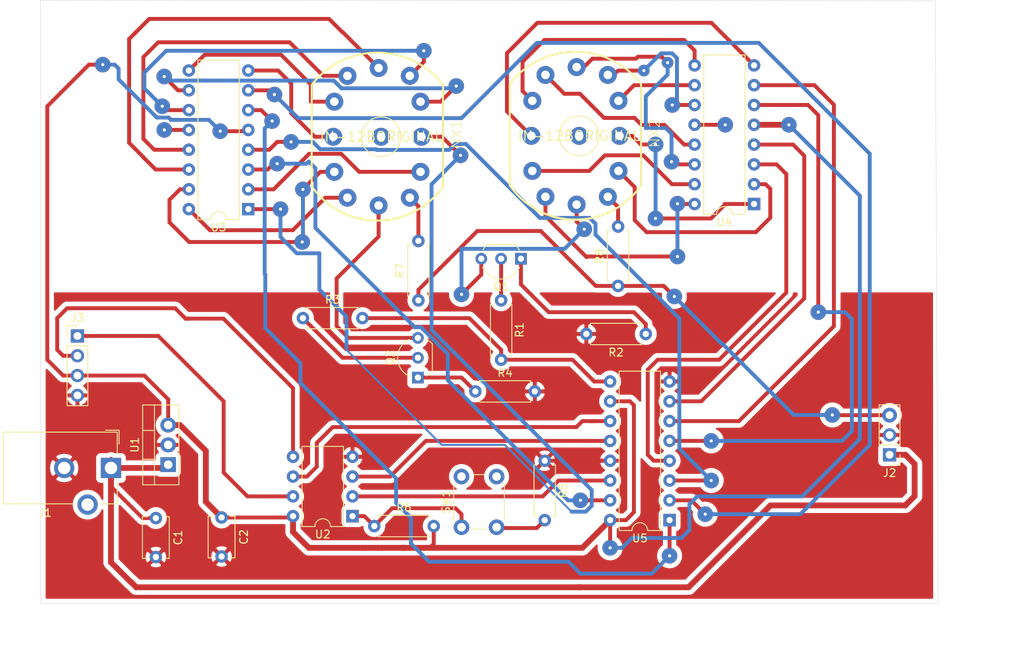
<source format=kicad_pcb>
(kicad_pcb (version 20171130) (host pcbnew 5.1.6)

  (general
    (thickness 1.6)
    (drawings 9)
    (tracks 487)
    (zones 0)
    (modules 23)
    (nets 49)
  )

  (page A4)
  (layers
    (0 F.Cu signal)
    (31 B.Cu signal)
    (32 B.Adhes user)
    (33 F.Adhes user)
    (34 B.Paste user)
    (35 F.Paste user)
    (36 B.SilkS user)
    (37 F.SilkS user)
    (38 B.Mask user)
    (39 F.Mask user)
    (40 Dwgs.User user)
    (41 Cmts.User user)
    (42 Eco1.User user)
    (43 Eco2.User user)
    (44 Edge.Cuts user)
    (45 Margin user)
    (46 B.CrtYd user)
    (47 F.CrtYd user)
    (48 B.Fab user)
    (49 F.Fab user)
  )

  (setup
    (last_trace_width 0.5)
    (user_trace_width 0.5)
    (user_trace_width 0.75)
    (trace_clearance 0.2)
    (zone_clearance 0.6)
    (zone_45_only no)
    (trace_min 0.2)
    (via_size 0.8)
    (via_drill 0.4)
    (via_min_size 0.4)
    (via_min_drill 0.3)
    (uvia_size 0.3)
    (uvia_drill 0.1)
    (uvias_allowed no)
    (uvia_min_size 0.2)
    (uvia_min_drill 0.1)
    (edge_width 0.05)
    (segment_width 0.2)
    (pcb_text_width 0.3)
    (pcb_text_size 1.5 1.5)
    (mod_edge_width 0.12)
    (mod_text_size 1 1)
    (mod_text_width 0.15)
    (pad_size 1.9 1.9)
    (pad_drill 1)
    (pad_to_mask_clearance 0.05)
    (aux_axis_origin 0 0)
    (visible_elements FFFFFF7F)
    (pcbplotparams
      (layerselection 0x010fc_ffffffff)
      (usegerberextensions false)
      (usegerberattributes true)
      (usegerberadvancedattributes true)
      (creategerberjobfile true)
      (excludeedgelayer true)
      (linewidth 0.100000)
      (plotframeref false)
      (viasonmask false)
      (mode 1)
      (useauxorigin false)
      (hpglpennumber 1)
      (hpglpenspeed 20)
      (hpglpendiameter 15.000000)
      (psnegative false)
      (psa4output false)
      (plotreference true)
      (plotvalue true)
      (plotinvisibletext false)
      (padsonsilk false)
      (subtractmaskfromsilk false)
      (outputformat 1)
      (mirror false)
      (drillshape 1)
      (scaleselection 1)
      (outputdirectory ""))
  )

  (net 0 "")
  (net 1 +5V)
  (net 2 GND)
  (net 3 "Net-(J2-Pad3)")
  (net 4 "Net-(J3-Pad1)")
  (net 5 "Net-(J3-Pad2)")
  (net 6 "Net-(NX1-Pad0)")
  (net 7 "Net-(NX1-Pad1)")
  (net 8 "Net-(NX1-Pad2)")
  (net 9 "Net-(NX1-Pad3)")
  (net 10 "Net-(NX1-Pad4)")
  (net 11 "Net-(NX1-Pad5)")
  (net 12 "Net-(NX1-Pad6)")
  (net 13 "Net-(NX1-Pad7)")
  (net 14 "Net-(NX1-Pad8)")
  (net 15 "Net-(NX1-Pad9)")
  (net 16 "Net-(NX1-PadA)")
  (net 17 "Net-(NX1-PadLHDP)")
  (net 18 "Net-(NX2-PadLHDP)")
  (net 19 "Net-(NX2-PadA)")
  (net 20 "Net-(NX2-Pad9)")
  (net 21 "Net-(NX2-Pad8)")
  (net 22 "Net-(NX2-Pad7)")
  (net 23 "Net-(NX2-Pad6)")
  (net 24 "Net-(NX2-Pad5)")
  (net 25 "Net-(NX2-Pad4)")
  (net 26 "Net-(NX2-Pad3)")
  (net 27 "Net-(NX2-Pad2)")
  (net 28 "Net-(NX2-Pad1)")
  (net 29 "Net-(NX2-Pad0)")
  (net 30 "Net-(Q1-Pad2)")
  (net 31 "Net-(Q1-Pad1)")
  (net 32 "Net-(Q2-Pad1)")
  (net 33 "Net-(Q2-Pad2)")
  (net 34 "Net-(U2-Pad3)")
  (net 35 "Net-(U2-Pad6)")
  (net 36 +12V)
  (net 37 "Net-(R1-Pad2)")
  (net 38 "Net-(U2-Pad2)")
  (net 39 "Net-(U3-Pad3)")
  (net 40 "Net-(U3-Pad4)")
  (net 41 "Net-(U3-Pad6)")
  (net 42 "Net-(U3-Pad7)")
  (net 43 "Net-(U4-Pad7)")
  (net 44 "Net-(U4-Pad6)")
  (net 45 "Net-(U4-Pad4)")
  (net 46 "Net-(U4-Pad3)")
  (net 47 "Net-(R5-Pad2)")
  (net 48 "Net-(R6-Pad1)")

  (net_class Default "This is the default net class."
    (clearance 0.2)
    (trace_width 0.25)
    (via_dia 0.8)
    (via_drill 0.4)
    (uvia_dia 0.3)
    (uvia_drill 0.1)
    (add_net +12V)
    (add_net +5V)
    (add_net GND)
    (add_net "Net-(J2-Pad3)")
    (add_net "Net-(J3-Pad1)")
    (add_net "Net-(J3-Pad2)")
    (add_net "Net-(NX1-Pad0)")
    (add_net "Net-(NX1-Pad1)")
    (add_net "Net-(NX1-Pad2)")
    (add_net "Net-(NX1-Pad3)")
    (add_net "Net-(NX1-Pad4)")
    (add_net "Net-(NX1-Pad5)")
    (add_net "Net-(NX1-Pad6)")
    (add_net "Net-(NX1-Pad7)")
    (add_net "Net-(NX1-Pad8)")
    (add_net "Net-(NX1-Pad9)")
    (add_net "Net-(NX1-PadA)")
    (add_net "Net-(NX1-PadLHDP)")
    (add_net "Net-(NX2-Pad0)")
    (add_net "Net-(NX2-Pad1)")
    (add_net "Net-(NX2-Pad2)")
    (add_net "Net-(NX2-Pad3)")
    (add_net "Net-(NX2-Pad4)")
    (add_net "Net-(NX2-Pad5)")
    (add_net "Net-(NX2-Pad6)")
    (add_net "Net-(NX2-Pad7)")
    (add_net "Net-(NX2-Pad8)")
    (add_net "Net-(NX2-Pad9)")
    (add_net "Net-(NX2-PadA)")
    (add_net "Net-(NX2-PadLHDP)")
    (add_net "Net-(Q1-Pad1)")
    (add_net "Net-(Q1-Pad2)")
    (add_net "Net-(Q2-Pad1)")
    (add_net "Net-(Q2-Pad2)")
    (add_net "Net-(R1-Pad2)")
    (add_net "Net-(R5-Pad2)")
    (add_net "Net-(R6-Pad1)")
    (add_net "Net-(U2-Pad2)")
    (add_net "Net-(U2-Pad3)")
    (add_net "Net-(U2-Pad6)")
    (add_net "Net-(U3-Pad3)")
    (add_net "Net-(U3-Pad4)")
    (add_net "Net-(U3-Pad6)")
    (add_net "Net-(U3-Pad7)")
    (add_net "Net-(U4-Pad3)")
    (add_net "Net-(U4-Pad4)")
    (add_net "Net-(U4-Pad6)")
    (add_net "Net-(U4-Pad7)")
  )

  (module Button_Switch_THT:SW_PUSH_6mm_H5mm (layer F.Cu) (tedit 5A02FE31) (tstamp 5F504CCC)
    (at 144.272 120.8 90)
    (descr "tactile push button, 6x6mm e.g. PHAP33xx series, height=5mm")
    (tags "tact sw push 6mm")
    (path /5F509531)
    (fp_text reference SW1 (at 3.25 -2 90) (layer F.SilkS)
      (effects (font (size 1 1) (thickness 0.15)))
    )
    (fp_text value SW_Push (at 3.75 6.7 90) (layer F.Fab)
      (effects (font (size 1 1) (thickness 0.15)))
    )
    (fp_line (start 3.25 -0.75) (end 6.25 -0.75) (layer F.Fab) (width 0.1))
    (fp_line (start 6.25 -0.75) (end 6.25 5.25) (layer F.Fab) (width 0.1))
    (fp_line (start 6.25 5.25) (end 0.25 5.25) (layer F.Fab) (width 0.1))
    (fp_line (start 0.25 5.25) (end 0.25 -0.75) (layer F.Fab) (width 0.1))
    (fp_line (start 0.25 -0.75) (end 3.25 -0.75) (layer F.Fab) (width 0.1))
    (fp_line (start 7.75 6) (end 8 6) (layer F.CrtYd) (width 0.05))
    (fp_line (start 8 6) (end 8 5.75) (layer F.CrtYd) (width 0.05))
    (fp_line (start 7.75 -1.5) (end 8 -1.5) (layer F.CrtYd) (width 0.05))
    (fp_line (start 8 -1.5) (end 8 -1.25) (layer F.CrtYd) (width 0.05))
    (fp_line (start -1.5 -1.25) (end -1.5 -1.5) (layer F.CrtYd) (width 0.05))
    (fp_line (start -1.5 -1.5) (end -1.25 -1.5) (layer F.CrtYd) (width 0.05))
    (fp_line (start -1.5 5.75) (end -1.5 6) (layer F.CrtYd) (width 0.05))
    (fp_line (start -1.5 6) (end -1.25 6) (layer F.CrtYd) (width 0.05))
    (fp_line (start -1.25 -1.5) (end 7.75 -1.5) (layer F.CrtYd) (width 0.05))
    (fp_line (start -1.5 5.75) (end -1.5 -1.25) (layer F.CrtYd) (width 0.05))
    (fp_line (start 7.75 6) (end -1.25 6) (layer F.CrtYd) (width 0.05))
    (fp_line (start 8 -1.25) (end 8 5.75) (layer F.CrtYd) (width 0.05))
    (fp_line (start 1 5.5) (end 5.5 5.5) (layer F.SilkS) (width 0.12))
    (fp_line (start -0.25 1.5) (end -0.25 3) (layer F.SilkS) (width 0.12))
    (fp_line (start 5.5 -1) (end 1 -1) (layer F.SilkS) (width 0.12))
    (fp_line (start 6.75 3) (end 6.75 1.5) (layer F.SilkS) (width 0.12))
    (fp_circle (center 3.25 2.25) (end 1.25 2.5) (layer F.Fab) (width 0.1))
    (fp_text user %R (at 3.25 2.25 90) (layer F.Fab)
      (effects (font (size 1 1) (thickness 0.15)))
    )
    (pad 1 thru_hole circle (at 6.5 0 180) (size 2 2) (drill 1.1) (layers *.Cu *.Mask)
      (net 48 "Net-(R6-Pad1)"))
    (pad 2 thru_hole circle (at 6.5 4.5 180) (size 2 2) (drill 1.1) (layers *.Cu *.Mask)
      (net 47 "Net-(R5-Pad2)"))
    (pad 1 thru_hole circle (at 0 0 180) (size 2 2) (drill 1.1) (layers *.Cu *.Mask)
      (net 48 "Net-(R6-Pad1)"))
    (pad 2 thru_hole circle (at 0 4.5 180) (size 2 2) (drill 1.1) (layers *.Cu *.Mask)
      (net 47 "Net-(R5-Pad2)"))
    (model ${KISYS3DMOD}/Button_Switch_THT.3dshapes/SW_PUSH_6mm_H5mm.wrl
      (at (xyz 0 0 0))
      (scale (xyz 1 1 1))
      (rotate (xyz 0 0 0))
    )
  )

  (module Resistor_THT:R_Axial_DIN0207_L6.3mm_D2.5mm_P7.62mm_Horizontal (layer F.Cu) (tedit 5AE5139B) (tstamp 5F504C55)
    (at 133.096 120.65)
    (descr "Resistor, Axial_DIN0207 series, Axial, Horizontal, pin pitch=7.62mm, 0.25W = 1/4W, length*diameter=6.3*2.5mm^2, http://cdn-reichelt.de/documents/datenblatt/B400/1_4W%23YAG.pdf")
    (tags "Resistor Axial_DIN0207 series Axial Horizontal pin pitch 7.62mm 0.25W = 1/4W length 6.3mm diameter 2.5mm")
    (path /5F52E1B2)
    (fp_text reference R6 (at 3.81 -2.37) (layer F.SilkS)
      (effects (font (size 1 1) (thickness 0.15)))
    )
    (fp_text value 10k (at 3.81 2.37) (layer F.Fab)
      (effects (font (size 1 1) (thickness 0.15)))
    )
    (fp_line (start 0.66 -1.25) (end 0.66 1.25) (layer F.Fab) (width 0.1))
    (fp_line (start 0.66 1.25) (end 6.96 1.25) (layer F.Fab) (width 0.1))
    (fp_line (start 6.96 1.25) (end 6.96 -1.25) (layer F.Fab) (width 0.1))
    (fp_line (start 6.96 -1.25) (end 0.66 -1.25) (layer F.Fab) (width 0.1))
    (fp_line (start 0 0) (end 0.66 0) (layer F.Fab) (width 0.1))
    (fp_line (start 7.62 0) (end 6.96 0) (layer F.Fab) (width 0.1))
    (fp_line (start 0.54 -1.04) (end 0.54 -1.37) (layer F.SilkS) (width 0.12))
    (fp_line (start 0.54 -1.37) (end 7.08 -1.37) (layer F.SilkS) (width 0.12))
    (fp_line (start 7.08 -1.37) (end 7.08 -1.04) (layer F.SilkS) (width 0.12))
    (fp_line (start 0.54 1.04) (end 0.54 1.37) (layer F.SilkS) (width 0.12))
    (fp_line (start 0.54 1.37) (end 7.08 1.37) (layer F.SilkS) (width 0.12))
    (fp_line (start 7.08 1.37) (end 7.08 1.04) (layer F.SilkS) (width 0.12))
    (fp_line (start -1.05 -1.5) (end -1.05 1.5) (layer F.CrtYd) (width 0.05))
    (fp_line (start -1.05 1.5) (end 8.67 1.5) (layer F.CrtYd) (width 0.05))
    (fp_line (start 8.67 1.5) (end 8.67 -1.5) (layer F.CrtYd) (width 0.05))
    (fp_line (start 8.67 -1.5) (end -1.05 -1.5) (layer F.CrtYd) (width 0.05))
    (fp_text user %R (at 3.81 0) (layer F.Fab)
      (effects (font (size 1 1) (thickness 0.15)))
    )
    (pad 2 thru_hole oval (at 7.62 0) (size 1.6 1.6) (drill 0.8) (layers *.Cu *.Mask)
      (net 1 +5V))
    (pad 1 thru_hole circle (at 0 0) (size 1.6 1.6) (drill 0.8) (layers *.Cu *.Mask)
      (net 48 "Net-(R6-Pad1)"))
    (model ${KISYS3DMOD}/Resistor_THT.3dshapes/R_Axial_DIN0207_L6.3mm_D2.5mm_P7.62mm_Horizontal.wrl
      (at (xyz 0 0 0))
      (scale (xyz 1 1 1))
      (rotate (xyz 0 0 0))
    )
  )

  (module Resistor_THT:R_Axial_DIN0207_L6.3mm_D2.5mm_P7.62mm_Horizontal (layer F.Cu) (tedit 5AE5139B) (tstamp 5F504C3E)
    (at 154.94 112.268 270)
    (descr "Resistor, Axial_DIN0207 series, Axial, Horizontal, pin pitch=7.62mm, 0.25W = 1/4W, length*diameter=6.3*2.5mm^2, http://cdn-reichelt.de/documents/datenblatt/B400/1_4W%23YAG.pdf")
    (tags "Resistor Axial_DIN0207 series Axial Horizontal pin pitch 7.62mm 0.25W = 1/4W length 6.3mm diameter 2.5mm")
    (path /5F533339)
    (fp_text reference R5 (at 3.81 -2.37 90) (layer F.SilkS)
      (effects (font (size 1 1) (thickness 0.15)))
    )
    (fp_text value 20k (at 3.81 2.37 90) (layer F.Fab)
      (effects (font (size 1 1) (thickness 0.15)))
    )
    (fp_line (start 0.66 -1.25) (end 0.66 1.25) (layer F.Fab) (width 0.1))
    (fp_line (start 0.66 1.25) (end 6.96 1.25) (layer F.Fab) (width 0.1))
    (fp_line (start 6.96 1.25) (end 6.96 -1.25) (layer F.Fab) (width 0.1))
    (fp_line (start 6.96 -1.25) (end 0.66 -1.25) (layer F.Fab) (width 0.1))
    (fp_line (start 0 0) (end 0.66 0) (layer F.Fab) (width 0.1))
    (fp_line (start 7.62 0) (end 6.96 0) (layer F.Fab) (width 0.1))
    (fp_line (start 0.54 -1.04) (end 0.54 -1.37) (layer F.SilkS) (width 0.12))
    (fp_line (start 0.54 -1.37) (end 7.08 -1.37) (layer F.SilkS) (width 0.12))
    (fp_line (start 7.08 -1.37) (end 7.08 -1.04) (layer F.SilkS) (width 0.12))
    (fp_line (start 0.54 1.04) (end 0.54 1.37) (layer F.SilkS) (width 0.12))
    (fp_line (start 0.54 1.37) (end 7.08 1.37) (layer F.SilkS) (width 0.12))
    (fp_line (start 7.08 1.37) (end 7.08 1.04) (layer F.SilkS) (width 0.12))
    (fp_line (start -1.05 -1.5) (end -1.05 1.5) (layer F.CrtYd) (width 0.05))
    (fp_line (start -1.05 1.5) (end 8.67 1.5) (layer F.CrtYd) (width 0.05))
    (fp_line (start 8.67 1.5) (end 8.67 -1.5) (layer F.CrtYd) (width 0.05))
    (fp_line (start 8.67 -1.5) (end -1.05 -1.5) (layer F.CrtYd) (width 0.05))
    (fp_text user %R (at 3.81 0 90) (layer F.Fab)
      (effects (font (size 1 1) (thickness 0.15)))
    )
    (pad 2 thru_hole oval (at 7.62 0 270) (size 1.6 1.6) (drill 0.8) (layers *.Cu *.Mask)
      (net 47 "Net-(R5-Pad2)"))
    (pad 1 thru_hole circle (at 0 0 270) (size 1.6 1.6) (drill 0.8) (layers *.Cu *.Mask)
      (net 2 GND))
    (model ${KISYS3DMOD}/Resistor_THT.3dshapes/R_Axial_DIN0207_L6.3mm_D2.5mm_P7.62mm_Horizontal.wrl
      (at (xyz 0 0 0))
      (scale (xyz 1 1 1))
      (rotate (xyz 0 0 0))
    )
  )

  (module Package_TO_SOT_THT:TO-92_Inline_Wide (layer F.Cu) (tedit 5A02FF81) (tstamp 5F4534B8)
    (at 138.684 101.6 90)
    (descr "TO-92 leads in-line, wide, drill 0.75mm (see NXP sot054_po.pdf)")
    (tags "to-92 sc-43 sc-43a sot54 PA33 transistor")
    (path /5F4B0DBB)
    (fp_text reference Q2 (at 2.54 -3.56 90) (layer F.SilkS)
      (effects (font (size 1 1) (thickness 0.15)))
    )
    (fp_text value MPSA42 (at 2.54 2.79 90) (layer F.Fab)
      (effects (font (size 1 1) (thickness 0.15)))
    )
    (fp_line (start 6.09 2.01) (end -1.01 2.01) (layer F.CrtYd) (width 0.05))
    (fp_line (start 6.09 2.01) (end 6.09 -2.73) (layer F.CrtYd) (width 0.05))
    (fp_line (start -1.01 -2.73) (end -1.01 2.01) (layer F.CrtYd) (width 0.05))
    (fp_line (start -1.01 -2.73) (end 6.09 -2.73) (layer F.CrtYd) (width 0.05))
    (fp_line (start 0.8 1.75) (end 4.3 1.75) (layer F.Fab) (width 0.1))
    (fp_line (start 0.74 1.85) (end 4.34 1.85) (layer F.SilkS) (width 0.12))
    (fp_arc (start 2.54 0) (end 4.34 1.85) (angle -20) (layer F.SilkS) (width 0.12))
    (fp_arc (start 2.54 0) (end 2.54 -2.48) (angle -135) (layer F.Fab) (width 0.1))
    (fp_arc (start 2.54 0) (end 2.54 -2.48) (angle 135) (layer F.Fab) (width 0.1))
    (fp_arc (start 2.54 0) (end 2.54 -2.6) (angle 65) (layer F.SilkS) (width 0.12))
    (fp_arc (start 2.54 0) (end 2.54 -2.6) (angle -65) (layer F.SilkS) (width 0.12))
    (fp_arc (start 2.54 0) (end 0.74 1.85) (angle 20) (layer F.SilkS) (width 0.12))
    (fp_text user %R (at 2.54 -3.56 90) (layer F.Fab)
      (effects (font (size 1 1) (thickness 0.15)))
    )
    (pad 1 thru_hole rect (at 0 0 180) (size 1.5 1.5) (drill 0.8) (layers *.Cu *.Mask)
      (net 32 "Net-(Q2-Pad1)"))
    (pad 3 thru_hole circle (at 5.08 0 180) (size 1.5 1.5) (drill 0.8) (layers *.Cu *.Mask)
      (net 17 "Net-(NX1-PadLHDP)"))
    (pad 2 thru_hole circle (at 2.54 0 180) (size 1.5 1.5) (drill 0.8) (layers *.Cu *.Mask)
      (net 33 "Net-(Q2-Pad2)"))
    (model ${KISYS3DMOD}/Package_TO_SOT_THT.3dshapes/TO-92_Inline_Wide.wrl
      (at (xyz 0 0 0))
      (scale (xyz 1 1 1))
      (rotate (xyz 0 0 0))
    )
  )

  (module Package_TO_SOT_THT:TO-92_Inline_Wide (layer F.Cu) (tedit 5A02FF81) (tstamp 5F4534A6)
    (at 151.892 86.36 180)
    (descr "TO-92 leads in-line, wide, drill 0.75mm (see NXP sot054_po.pdf)")
    (tags "to-92 sc-43 sc-43a sot54 PA33 transistor")
    (path /5F4B131A)
    (fp_text reference Q1 (at 2.54 -3.56) (layer F.SilkS)
      (effects (font (size 1 1) (thickness 0.15)))
    )
    (fp_text value MPSA42 (at 2.54 2.79) (layer F.Fab)
      (effects (font (size 1 1) (thickness 0.15)))
    )
    (fp_line (start 6.09 2.01) (end -1.01 2.01) (layer F.CrtYd) (width 0.05))
    (fp_line (start 6.09 2.01) (end 6.09 -2.73) (layer F.CrtYd) (width 0.05))
    (fp_line (start -1.01 -2.73) (end -1.01 2.01) (layer F.CrtYd) (width 0.05))
    (fp_line (start -1.01 -2.73) (end 6.09 -2.73) (layer F.CrtYd) (width 0.05))
    (fp_line (start 0.8 1.75) (end 4.3 1.75) (layer F.Fab) (width 0.1))
    (fp_line (start 0.74 1.85) (end 4.34 1.85) (layer F.SilkS) (width 0.12))
    (fp_arc (start 2.54 0) (end 4.34 1.85) (angle -20) (layer F.SilkS) (width 0.12))
    (fp_arc (start 2.54 0) (end 2.54 -2.48) (angle -135) (layer F.Fab) (width 0.1))
    (fp_arc (start 2.54 0) (end 2.54 -2.48) (angle 135) (layer F.Fab) (width 0.1))
    (fp_arc (start 2.54 0) (end 2.54 -2.6) (angle 65) (layer F.SilkS) (width 0.12))
    (fp_arc (start 2.54 0) (end 2.54 -2.6) (angle -65) (layer F.SilkS) (width 0.12))
    (fp_arc (start 2.54 0) (end 0.74 1.85) (angle 20) (layer F.SilkS) (width 0.12))
    (fp_text user %R (at 2.54 -3.56) (layer F.Fab)
      (effects (font (size 1 1) (thickness 0.15)))
    )
    (pad 1 thru_hole rect (at 0 0 270) (size 1.5 1.5) (drill 0.8) (layers *.Cu *.Mask)
      (net 31 "Net-(Q1-Pad1)"))
    (pad 3 thru_hole circle (at 5.08 0 270) (size 1.5 1.5) (drill 0.8) (layers *.Cu *.Mask)
      (net 18 "Net-(NX2-PadLHDP)"))
    (pad 2 thru_hole circle (at 2.54 0 270) (size 1.5 1.5) (drill 0.8) (layers *.Cu *.Mask)
      (net 30 "Net-(Q1-Pad2)"))
    (model ${KISYS3DMOD}/Package_TO_SOT_THT.3dshapes/TO-92_Inline_Wide.wrl
      (at (xyz 0 0 0))
      (scale (xyz 1 1 1))
      (rotate (xyz 0 0 0))
    )
  )

  (module Package_DIP:DIP-16_W7.62mm (layer F.Cu) (tedit 5A02E8C5) (tstamp 5F45366A)
    (at 170.942 119.888 180)
    (descr "16-lead though-hole mounted DIP package, row spacing 7.62 mm (300 mils)")
    (tags "THT DIP DIL PDIP 2.54mm 7.62mm 300mil")
    (path /5F432FCD)
    (fp_text reference U5 (at 3.81 -2.33) (layer F.SilkS)
      (effects (font (size 1 1) (thickness 0.15)))
    )
    (fp_text value 74HC595 (at 3.81 20.11) (layer F.Fab)
      (effects (font (size 1 1) (thickness 0.15)))
    )
    (fp_line (start 8.7 -1.55) (end -1.1 -1.55) (layer F.CrtYd) (width 0.05))
    (fp_line (start 8.7 19.3) (end 8.7 -1.55) (layer F.CrtYd) (width 0.05))
    (fp_line (start -1.1 19.3) (end 8.7 19.3) (layer F.CrtYd) (width 0.05))
    (fp_line (start -1.1 -1.55) (end -1.1 19.3) (layer F.CrtYd) (width 0.05))
    (fp_line (start 6.46 -1.33) (end 4.81 -1.33) (layer F.SilkS) (width 0.12))
    (fp_line (start 6.46 19.11) (end 6.46 -1.33) (layer F.SilkS) (width 0.12))
    (fp_line (start 1.16 19.11) (end 6.46 19.11) (layer F.SilkS) (width 0.12))
    (fp_line (start 1.16 -1.33) (end 1.16 19.11) (layer F.SilkS) (width 0.12))
    (fp_line (start 2.81 -1.33) (end 1.16 -1.33) (layer F.SilkS) (width 0.12))
    (fp_line (start 0.635 -0.27) (end 1.635 -1.27) (layer F.Fab) (width 0.1))
    (fp_line (start 0.635 19.05) (end 0.635 -0.27) (layer F.Fab) (width 0.1))
    (fp_line (start 6.985 19.05) (end 0.635 19.05) (layer F.Fab) (width 0.1))
    (fp_line (start 6.985 -1.27) (end 6.985 19.05) (layer F.Fab) (width 0.1))
    (fp_line (start 1.635 -1.27) (end 6.985 -1.27) (layer F.Fab) (width 0.1))
    (fp_text user %R (at 3.81 8.89) (layer F.Fab)
      (effects (font (size 1 1) (thickness 0.15)))
    )
    (fp_arc (start 3.81 -1.33) (end 2.81 -1.33) (angle -180) (layer F.SilkS) (width 0.12))
    (pad 16 thru_hole oval (at 7.62 0 180) (size 1.6 1.6) (drill 0.8) (layers *.Cu *.Mask)
      (net 1 +5V))
    (pad 8 thru_hole oval (at 0 17.78 180) (size 1.6 1.6) (drill 0.8) (layers *.Cu *.Mask)
      (net 2 GND))
    (pad 15 thru_hole oval (at 7.62 2.54 180) (size 1.6 1.6) (drill 0.8) (layers *.Cu *.Mask)
      (net 39 "Net-(U3-Pad3)"))
    (pad 7 thru_hole oval (at 0 15.24 180) (size 1.6 1.6) (drill 0.8) (layers *.Cu *.Mask)
      (net 45 "Net-(U4-Pad4)"))
    (pad 14 thru_hole oval (at 7.62 5.08 180) (size 1.6 1.6) (drill 0.8) (layers *.Cu *.Mask)
      (net 38 "Net-(U2-Pad2)"))
    (pad 6 thru_hole oval (at 0 12.7 180) (size 1.6 1.6) (drill 0.8) (layers *.Cu *.Mask)
      (net 43 "Net-(U4-Pad7)"))
    (pad 13 thru_hole oval (at 7.62 7.62 180) (size 1.6 1.6) (drill 0.8) (layers *.Cu *.Mask)
      (net 2 GND))
    (pad 5 thru_hole oval (at 0 10.16 180) (size 1.6 1.6) (drill 0.8) (layers *.Cu *.Mask)
      (net 44 "Net-(U4-Pad6)"))
    (pad 12 thru_hole oval (at 7.62 10.16 180) (size 1.6 1.6) (drill 0.8) (layers *.Cu *.Mask)
      (net 34 "Net-(U2-Pad3)"))
    (pad 4 thru_hole oval (at 0 7.62 180) (size 1.6 1.6) (drill 0.8) (layers *.Cu *.Mask)
      (net 46 "Net-(U4-Pad3)"))
    (pad 11 thru_hole oval (at 7.62 12.7 180) (size 1.6 1.6) (drill 0.8) (layers *.Cu *.Mask)
      (net 35 "Net-(U2-Pad6)"))
    (pad 3 thru_hole oval (at 0 5.08 180) (size 1.6 1.6) (drill 0.8) (layers *.Cu *.Mask)
      (net 40 "Net-(U3-Pad4)"))
    (pad 10 thru_hole oval (at 7.62 15.24 180) (size 1.6 1.6) (drill 0.8) (layers *.Cu *.Mask)
      (net 1 +5V))
    (pad 2 thru_hole oval (at 0 2.54 180) (size 1.6 1.6) (drill 0.8) (layers *.Cu *.Mask)
      (net 42 "Net-(U3-Pad7)"))
    (pad 9 thru_hole oval (at 7.62 17.78 180) (size 1.6 1.6) (drill 0.8) (layers *.Cu *.Mask)
      (net 37 "Net-(R1-Pad2)"))
    (pad 1 thru_hole rect (at 0 0 180) (size 1.6 1.6) (drill 0.8) (layers *.Cu *.Mask)
      (net 41 "Net-(U3-Pad6)"))
    (model ${KISYS3DMOD}/Package_DIP.3dshapes/DIP-16_W7.62mm.wrl
      (at (xyz 0 0 0))
      (scale (xyz 1 1 1))
      (rotate (xyz 0 0 0))
    )
  )

  (module Package_DIP:DIP-8_W7.62mm (layer F.Cu) (tedit 5A02E8C5) (tstamp 5F4535BA)
    (at 130.302 119.38 180)
    (descr "8-lead though-hole mounted DIP package, row spacing 7.62 mm (300 mils)")
    (tags "THT DIP DIL PDIP 2.54mm 7.62mm 300mil")
    (path /5F430158)
    (fp_text reference U2 (at 3.81 -2.33) (layer F.SilkS)
      (effects (font (size 1 1) (thickness 0.15)))
    )
    (fp_text value ATtiny85-20PU (at 3.81 9.95) (layer F.Fab)
      (effects (font (size 1 1) (thickness 0.15)))
    )
    (fp_line (start 8.7 -1.55) (end -1.1 -1.55) (layer F.CrtYd) (width 0.05))
    (fp_line (start 8.7 9.15) (end 8.7 -1.55) (layer F.CrtYd) (width 0.05))
    (fp_line (start -1.1 9.15) (end 8.7 9.15) (layer F.CrtYd) (width 0.05))
    (fp_line (start -1.1 -1.55) (end -1.1 9.15) (layer F.CrtYd) (width 0.05))
    (fp_line (start 6.46 -1.33) (end 4.81 -1.33) (layer F.SilkS) (width 0.12))
    (fp_line (start 6.46 8.95) (end 6.46 -1.33) (layer F.SilkS) (width 0.12))
    (fp_line (start 1.16 8.95) (end 6.46 8.95) (layer F.SilkS) (width 0.12))
    (fp_line (start 1.16 -1.33) (end 1.16 8.95) (layer F.SilkS) (width 0.12))
    (fp_line (start 2.81 -1.33) (end 1.16 -1.33) (layer F.SilkS) (width 0.12))
    (fp_line (start 0.635 -0.27) (end 1.635 -1.27) (layer F.Fab) (width 0.1))
    (fp_line (start 0.635 8.89) (end 0.635 -0.27) (layer F.Fab) (width 0.1))
    (fp_line (start 6.985 8.89) (end 0.635 8.89) (layer F.Fab) (width 0.1))
    (fp_line (start 6.985 -1.27) (end 6.985 8.89) (layer F.Fab) (width 0.1))
    (fp_line (start 1.635 -1.27) (end 6.985 -1.27) (layer F.Fab) (width 0.1))
    (fp_text user %R (at 3.81 3.81) (layer F.Fab)
      (effects (font (size 1 1) (thickness 0.15)))
    )
    (fp_arc (start 3.81 -1.33) (end 2.81 -1.33) (angle -180) (layer F.SilkS) (width 0.12))
    (pad 8 thru_hole oval (at 7.62 0 180) (size 1.6 1.6) (drill 0.8) (layers *.Cu *.Mask)
      (net 1 +5V))
    (pad 4 thru_hole oval (at 0 7.62 180) (size 1.6 1.6) (drill 0.8) (layers *.Cu *.Mask)
      (net 2 GND))
    (pad 7 thru_hole oval (at 7.62 2.54 180) (size 1.6 1.6) (drill 0.8) (layers *.Cu *.Mask)
      (net 4 "Net-(J3-Pad1)"))
    (pad 3 thru_hole oval (at 0 5.08 180) (size 1.6 1.6) (drill 0.8) (layers *.Cu *.Mask)
      (net 34 "Net-(U2-Pad3)"))
    (pad 6 thru_hole oval (at 7.62 5.08 180) (size 1.6 1.6) (drill 0.8) (layers *.Cu *.Mask)
      (net 35 "Net-(U2-Pad6)"))
    (pad 2 thru_hole oval (at 0 2.54 180) (size 1.6 1.6) (drill 0.8) (layers *.Cu *.Mask)
      (net 38 "Net-(U2-Pad2)"))
    (pad 5 thru_hole oval (at 7.62 7.62 180) (size 1.6 1.6) (drill 0.8) (layers *.Cu *.Mask)
      (net 5 "Net-(J3-Pad2)"))
    (pad 1 thru_hole rect (at 0 0 180) (size 1.6 1.6) (drill 0.8) (layers *.Cu *.Mask)
      (net 48 "Net-(R6-Pad1)"))
    (model ${KISYS3DMOD}/Package_DIP.3dshapes/DIP-8_W7.62mm.wrl
      (at (xyz 0 0 0))
      (scale (xyz 1 1 1))
      (rotate (xyz 0 0 0))
    )
  )

  (module Resistor_THT:R_Axial_DIN0207_L6.3mm_D2.5mm_P7.62mm_Horizontal (layer F.Cu) (tedit 5AE5139B) (tstamp 5F453514)
    (at 146.05 103.378)
    (descr "Resistor, Axial_DIN0207 series, Axial, Horizontal, pin pitch=7.62mm, 0.25W = 1/4W, length*diameter=6.3*2.5mm^2, http://cdn-reichelt.de/documents/datenblatt/B400/1_4W%23YAG.pdf")
    (tags "Resistor Axial_DIN0207 series Axial Horizontal pin pitch 7.62mm 0.25W = 1/4W length 6.3mm diameter 2.5mm")
    (path /5F516F30)
    (fp_text reference R4 (at 3.81 -2.37) (layer F.SilkS)
      (effects (font (size 1 1) (thickness 0.15)))
    )
    (fp_text value 100k (at 3.81 2.37) (layer F.Fab)
      (effects (font (size 1 1) (thickness 0.15)))
    )
    (fp_line (start 8.67 -1.5) (end -1.05 -1.5) (layer F.CrtYd) (width 0.05))
    (fp_line (start 8.67 1.5) (end 8.67 -1.5) (layer F.CrtYd) (width 0.05))
    (fp_line (start -1.05 1.5) (end 8.67 1.5) (layer F.CrtYd) (width 0.05))
    (fp_line (start -1.05 -1.5) (end -1.05 1.5) (layer F.CrtYd) (width 0.05))
    (fp_line (start 7.08 1.37) (end 7.08 1.04) (layer F.SilkS) (width 0.12))
    (fp_line (start 0.54 1.37) (end 7.08 1.37) (layer F.SilkS) (width 0.12))
    (fp_line (start 0.54 1.04) (end 0.54 1.37) (layer F.SilkS) (width 0.12))
    (fp_line (start 7.08 -1.37) (end 7.08 -1.04) (layer F.SilkS) (width 0.12))
    (fp_line (start 0.54 -1.37) (end 7.08 -1.37) (layer F.SilkS) (width 0.12))
    (fp_line (start 0.54 -1.04) (end 0.54 -1.37) (layer F.SilkS) (width 0.12))
    (fp_line (start 7.62 0) (end 6.96 0) (layer F.Fab) (width 0.1))
    (fp_line (start 0 0) (end 0.66 0) (layer F.Fab) (width 0.1))
    (fp_line (start 6.96 -1.25) (end 0.66 -1.25) (layer F.Fab) (width 0.1))
    (fp_line (start 6.96 1.25) (end 6.96 -1.25) (layer F.Fab) (width 0.1))
    (fp_line (start 0.66 1.25) (end 6.96 1.25) (layer F.Fab) (width 0.1))
    (fp_line (start 0.66 -1.25) (end 0.66 1.25) (layer F.Fab) (width 0.1))
    (fp_text user %R (at 3.81 0) (layer F.Fab)
      (effects (font (size 1 1) (thickness 0.15)))
    )
    (pad 2 thru_hole oval (at 7.62 0) (size 1.6 1.6) (drill 0.8) (layers *.Cu *.Mask)
      (net 2 GND))
    (pad 1 thru_hole circle (at 0 0) (size 1.6 1.6) (drill 0.8) (layers *.Cu *.Mask)
      (net 32 "Net-(Q2-Pad1)"))
    (model ${KISYS3DMOD}/Resistor_THT.3dshapes/R_Axial_DIN0207_L6.3mm_D2.5mm_P7.62mm_Horizontal.wrl
      (at (xyz 0 0 0))
      (scale (xyz 1 1 1))
      (rotate (xyz 0 0 0))
    )
  )

  (module Resistor_THT:R_Axial_DIN0207_L6.3mm_D2.5mm_P7.62mm_Horizontal (layer F.Cu) (tedit 5AE5139B) (tstamp 5F4534FD)
    (at 123.952 93.98)
    (descr "Resistor, Axial_DIN0207 series, Axial, Horizontal, pin pitch=7.62mm, 0.25W = 1/4W, length*diameter=6.3*2.5mm^2, http://cdn-reichelt.de/documents/datenblatt/B400/1_4W%23YAG.pdf")
    (tags "Resistor Axial_DIN0207 series Axial Horizontal pin pitch 7.62mm 0.25W = 1/4W length 6.3mm diameter 2.5mm")
    (path /5F543490)
    (fp_text reference R3 (at 3.81 -2.37) (layer F.SilkS)
      (effects (font (size 1 1) (thickness 0.15)))
    )
    (fp_text value 2.7k (at 3.81 2.37) (layer F.Fab)
      (effects (font (size 1 1) (thickness 0.15)))
    )
    (fp_line (start 8.67 -1.5) (end -1.05 -1.5) (layer F.CrtYd) (width 0.05))
    (fp_line (start 8.67 1.5) (end 8.67 -1.5) (layer F.CrtYd) (width 0.05))
    (fp_line (start -1.05 1.5) (end 8.67 1.5) (layer F.CrtYd) (width 0.05))
    (fp_line (start -1.05 -1.5) (end -1.05 1.5) (layer F.CrtYd) (width 0.05))
    (fp_line (start 7.08 1.37) (end 7.08 1.04) (layer F.SilkS) (width 0.12))
    (fp_line (start 0.54 1.37) (end 7.08 1.37) (layer F.SilkS) (width 0.12))
    (fp_line (start 0.54 1.04) (end 0.54 1.37) (layer F.SilkS) (width 0.12))
    (fp_line (start 7.08 -1.37) (end 7.08 -1.04) (layer F.SilkS) (width 0.12))
    (fp_line (start 0.54 -1.37) (end 7.08 -1.37) (layer F.SilkS) (width 0.12))
    (fp_line (start 0.54 -1.04) (end 0.54 -1.37) (layer F.SilkS) (width 0.12))
    (fp_line (start 7.62 0) (end 6.96 0) (layer F.Fab) (width 0.1))
    (fp_line (start 0 0) (end 0.66 0) (layer F.Fab) (width 0.1))
    (fp_line (start 6.96 -1.25) (end 0.66 -1.25) (layer F.Fab) (width 0.1))
    (fp_line (start 6.96 1.25) (end 6.96 -1.25) (layer F.Fab) (width 0.1))
    (fp_line (start 0.66 1.25) (end 6.96 1.25) (layer F.Fab) (width 0.1))
    (fp_line (start 0.66 -1.25) (end 0.66 1.25) (layer F.Fab) (width 0.1))
    (fp_text user %R (at 3.81 0) (layer F.Fab)
      (effects (font (size 1 1) (thickness 0.15)))
    )
    (pad 2 thru_hole oval (at 7.62 0) (size 1.6 1.6) (drill 0.8) (layers *.Cu *.Mask)
      (net 37 "Net-(R1-Pad2)"))
    (pad 1 thru_hole circle (at 0 0) (size 1.6 1.6) (drill 0.8) (layers *.Cu *.Mask)
      (net 33 "Net-(Q2-Pad2)"))
    (model ${KISYS3DMOD}/Resistor_THT.3dshapes/R_Axial_DIN0207_L6.3mm_D2.5mm_P7.62mm_Horizontal.wrl
      (at (xyz 0 0 0))
      (scale (xyz 1 1 1))
      (rotate (xyz 0 0 0))
    )
  )

  (module Resistor_THT:R_Axial_DIN0207_L6.3mm_D2.5mm_P7.62mm_Horizontal (layer F.Cu) (tedit 5AE5139B) (tstamp 5F4534E6)
    (at 167.894 96.012 180)
    (descr "Resistor, Axial_DIN0207 series, Axial, Horizontal, pin pitch=7.62mm, 0.25W = 1/4W, length*diameter=6.3*2.5mm^2, http://cdn-reichelt.de/documents/datenblatt/B400/1_4W%23YAG.pdf")
    (tags "Resistor Axial_DIN0207 series Axial Horizontal pin pitch 7.62mm 0.25W = 1/4W length 6.3mm diameter 2.5mm")
    (path /5F51611A)
    (fp_text reference R2 (at 3.81 -2.37) (layer F.SilkS)
      (effects (font (size 1 1) (thickness 0.15)))
    )
    (fp_text value 100k (at 3.81 2.37) (layer F.Fab)
      (effects (font (size 1 1) (thickness 0.15)))
    )
    (fp_line (start 8.67 -1.5) (end -1.05 -1.5) (layer F.CrtYd) (width 0.05))
    (fp_line (start 8.67 1.5) (end 8.67 -1.5) (layer F.CrtYd) (width 0.05))
    (fp_line (start -1.05 1.5) (end 8.67 1.5) (layer F.CrtYd) (width 0.05))
    (fp_line (start -1.05 -1.5) (end -1.05 1.5) (layer F.CrtYd) (width 0.05))
    (fp_line (start 7.08 1.37) (end 7.08 1.04) (layer F.SilkS) (width 0.12))
    (fp_line (start 0.54 1.37) (end 7.08 1.37) (layer F.SilkS) (width 0.12))
    (fp_line (start 0.54 1.04) (end 0.54 1.37) (layer F.SilkS) (width 0.12))
    (fp_line (start 7.08 -1.37) (end 7.08 -1.04) (layer F.SilkS) (width 0.12))
    (fp_line (start 0.54 -1.37) (end 7.08 -1.37) (layer F.SilkS) (width 0.12))
    (fp_line (start 0.54 -1.04) (end 0.54 -1.37) (layer F.SilkS) (width 0.12))
    (fp_line (start 7.62 0) (end 6.96 0) (layer F.Fab) (width 0.1))
    (fp_line (start 0 0) (end 0.66 0) (layer F.Fab) (width 0.1))
    (fp_line (start 6.96 -1.25) (end 0.66 -1.25) (layer F.Fab) (width 0.1))
    (fp_line (start 6.96 1.25) (end 6.96 -1.25) (layer F.Fab) (width 0.1))
    (fp_line (start 0.66 1.25) (end 6.96 1.25) (layer F.Fab) (width 0.1))
    (fp_line (start 0.66 -1.25) (end 0.66 1.25) (layer F.Fab) (width 0.1))
    (fp_text user %R (at 3.81 0) (layer F.Fab)
      (effects (font (size 1 1) (thickness 0.15)))
    )
    (pad 2 thru_hole oval (at 7.62 0 180) (size 1.6 1.6) (drill 0.8) (layers *.Cu *.Mask)
      (net 2 GND))
    (pad 1 thru_hole circle (at 0 0 180) (size 1.6 1.6) (drill 0.8) (layers *.Cu *.Mask)
      (net 31 "Net-(Q1-Pad1)"))
    (model ${KISYS3DMOD}/Resistor_THT.3dshapes/R_Axial_DIN0207_L6.3mm_D2.5mm_P7.62mm_Horizontal.wrl
      (at (xyz 0 0 0))
      (scale (xyz 1 1 1))
      (rotate (xyz 0 0 0))
    )
  )

  (module Resistor_THT:R_Axial_DIN0207_L6.3mm_D2.5mm_P7.62mm_Horizontal (layer F.Cu) (tedit 5AE5139B) (tstamp 5F4534CF)
    (at 149.352 91.694 270)
    (descr "Resistor, Axial_DIN0207 series, Axial, Horizontal, pin pitch=7.62mm, 0.25W = 1/4W, length*diameter=6.3*2.5mm^2, http://cdn-reichelt.de/documents/datenblatt/B400/1_4W%23YAG.pdf")
    (tags "Resistor Axial_DIN0207 series Axial Horizontal pin pitch 7.62mm 0.25W = 1/4W length 6.3mm diameter 2.5mm")
    (path /5F52C3AE)
    (fp_text reference R1 (at 3.81 -2.37 90) (layer F.SilkS)
      (effects (font (size 1 1) (thickness 0.15)))
    )
    (fp_text value 2.7k (at 3.81 2.37 90) (layer F.Fab)
      (effects (font (size 1 1) (thickness 0.15)))
    )
    (fp_line (start 8.67 -1.5) (end -1.05 -1.5) (layer F.CrtYd) (width 0.05))
    (fp_line (start 8.67 1.5) (end 8.67 -1.5) (layer F.CrtYd) (width 0.05))
    (fp_line (start -1.05 1.5) (end 8.67 1.5) (layer F.CrtYd) (width 0.05))
    (fp_line (start -1.05 -1.5) (end -1.05 1.5) (layer F.CrtYd) (width 0.05))
    (fp_line (start 7.08 1.37) (end 7.08 1.04) (layer F.SilkS) (width 0.12))
    (fp_line (start 0.54 1.37) (end 7.08 1.37) (layer F.SilkS) (width 0.12))
    (fp_line (start 0.54 1.04) (end 0.54 1.37) (layer F.SilkS) (width 0.12))
    (fp_line (start 7.08 -1.37) (end 7.08 -1.04) (layer F.SilkS) (width 0.12))
    (fp_line (start 0.54 -1.37) (end 7.08 -1.37) (layer F.SilkS) (width 0.12))
    (fp_line (start 0.54 -1.04) (end 0.54 -1.37) (layer F.SilkS) (width 0.12))
    (fp_line (start 7.62 0) (end 6.96 0) (layer F.Fab) (width 0.1))
    (fp_line (start 0 0) (end 0.66 0) (layer F.Fab) (width 0.1))
    (fp_line (start 6.96 -1.25) (end 0.66 -1.25) (layer F.Fab) (width 0.1))
    (fp_line (start 6.96 1.25) (end 6.96 -1.25) (layer F.Fab) (width 0.1))
    (fp_line (start 0.66 1.25) (end 6.96 1.25) (layer F.Fab) (width 0.1))
    (fp_line (start 0.66 -1.25) (end 0.66 1.25) (layer F.Fab) (width 0.1))
    (fp_text user %R (at 3.81 0 90) (layer F.Fab)
      (effects (font (size 1 1) (thickness 0.15)))
    )
    (pad 2 thru_hole oval (at 7.62 0 270) (size 1.6 1.6) (drill 0.8) (layers *.Cu *.Mask)
      (net 37 "Net-(R1-Pad2)"))
    (pad 1 thru_hole circle (at 0 0 270) (size 1.6 1.6) (drill 0.8) (layers *.Cu *.Mask)
      (net 30 "Net-(Q1-Pad2)"))
    (model ${KISYS3DMOD}/Resistor_THT.3dshapes/R_Axial_DIN0207_L6.3mm_D2.5mm_P7.62mm_Horizontal.wrl
      (at (xyz 0 0 0))
      (scale (xyz 1 1 1))
      (rotate (xyz 0 0 0))
    )
  )

  (module nixies-us:nixies-us-IN-12 (layer F.Cu) (tedit 5F3763A6) (tstamp 5F34E5B5)
    (at 133.96954 70.71558)
    (descr "MAY BE USED WITH SOCKET: SK-136")
    (tags "MAY BE USED WITH SOCKET: SK-136")
    (path /5F1CF1B6)
    (attr virtual)
    (fp_text reference NX1 (at 9.68248 -0.3175 90) (layer F.SilkS)
      (effects (font (size 1.27 1.27) (thickness 0.1016)))
    )
    (fp_text value IN-12BORIGINAL (at 0 0) (layer F.SilkS)
      (effects (font (size 1.27 1.27) (thickness 0.15)))
    )
    (fp_circle (center 0 0) (end 0 -2.54) (layer F.SilkS) (width 0.127))
    (fp_line (start -8.89 6.18998) (end -8.89 6.35) (layer F.SilkS) (width 0.254))
    (fp_line (start -8.89 6.18998) (end -8.89 -6.6675) (layer F.SilkS) (width 0.254))
    (fp_line (start 7.9375 -6.6675) (end 7.9375 6.35) (layer F.SilkS) (width 0.254))
    (fp_arc (start -0.47498 -0.05588) (end -8.89 -6.6675) (angle 103.6) (layer F.SilkS) (width 0.127))
    (fp_arc (start -0.47498 0.33782) (end 7.9375 6.35) (angle 108.9) (layer F.SilkS) (width 0.127))
    (fp_arc (start -0.47498 0.55372) (end 7.9375 6.35) (angle 110.8) (layer F.SilkS) (width 0.254))
    (fp_arc (start -0.47498 -0.1397) (end -8.89 -6.6675) (angle 104.3) (layer F.SilkS) (width 0.254))
    (pad 0 thru_hole circle (at 5.04698 4.49834) (size 2.3 2.3) (drill 1.09982) (layers *.Cu *.Mask)
      (net 6 "Net-(NX1-Pad0)"))
    (pad 1 thru_hole circle (at -4.31546 7.81558) (size 2.3 2.3) (drill 1.09982) (layers *.Cu *.Mask)
      (net 7 "Net-(NX1-Pad1)"))
    (pad 2 thru_hole circle (at -5.99948 4.49834) (size 2.3 2.3) (drill 1.09982) (layers *.Cu *.Mask)
      (net 8 "Net-(NX1-Pad2)"))
    (pad 3 thru_hole circle (at -6.12648 0) (size 2.3 2.3) (drill 1.09982) (layers *.Cu *.Mask)
      (net 9 "Net-(NX1-Pad3)"))
    (pad 4 thru_hole circle (at -5.99948 -4.49834) (size 2.3 2.3) (drill 1.09982) (layers *.Cu *.Mask)
      (net 10 "Net-(NX1-Pad4)"))
    (pad 5 thru_hole circle (at -4.31546 -7.81558) (size 2.3 2.3) (drill 1.09982) (layers *.Cu *.Mask)
      (net 11 "Net-(NX1-Pad5)"))
    (pad 6 thru_hole circle (at -0.3175 -8.81634) (size 2.3 2.3) (drill 1.09982) (layers *.Cu *.Mask)
      (net 12 "Net-(NX1-Pad6)"))
    (pad 7 thru_hole circle (at 3.68046 -7.81558) (size 2.3 2.3) (drill 1.09982) (layers *.Cu *.Mask)
      (net 13 "Net-(NX1-Pad7)"))
    (pad 8 thru_hole circle (at 5.04698 -4.49834) (size 2.3 2.3) (drill 1.09982) (layers *.Cu *.Mask)
      (net 14 "Net-(NX1-Pad8)"))
    (pad 9 thru_hole circle (at 5.17398 0) (size 2.3 2.3) (drill 1.09982) (layers *.Cu *.Mask)
      (net 15 "Net-(NX1-Pad9)"))
    (pad A thru_hole circle (at 3.68046 7.81558) (size 2.3 2.3) (drill 1.09982) (layers *.Cu *.Mask)
      (net 16 "Net-(NX1-PadA)"))
    (pad LHDP thru_hole circle (at -0.3175 8.81634) (size 2.3 2.3) (drill 1.09982) (layers *.Cu *.Mask)
      (net 17 "Net-(NX1-PadLHDP)"))
    (pad "" thru_hole circle (at 0 0) (size 2.3 2.3) (drill 1.09982) (layers *.Cu *.Mask))
  )

  (module Capacitor_THT:C_Disc_D5.1mm_W3.2mm_P5.00mm (layer F.Cu) (tedit 5AE50EF0) (tstamp 5F34E50C)
    (at 105.1 119.625 270)
    (descr "C, Disc series, Radial, pin pitch=5.00mm, , diameter*width=5.1*3.2mm^2, Capacitor, http://www.vishay.com/docs/45233/krseries.pdf")
    (tags "C Disc series Radial pin pitch 5.00mm  diameter 5.1mm width 3.2mm Capacitor")
    (path /5F2EB036)
    (fp_text reference C1 (at 2.5 -2.85 90) (layer F.SilkS)
      (effects (font (size 1 1) (thickness 0.15)))
    )
    (fp_text value 0.22uF (at 2.5 2.85 90) (layer F.Fab)
      (effects (font (size 1 1) (thickness 0.15)))
    )
    (fp_line (start -0.05 -1.6) (end -0.05 1.6) (layer F.Fab) (width 0.1))
    (fp_line (start -0.05 1.6) (end 5.05 1.6) (layer F.Fab) (width 0.1))
    (fp_line (start 5.05 1.6) (end 5.05 -1.6) (layer F.Fab) (width 0.1))
    (fp_line (start 5.05 -1.6) (end -0.05 -1.6) (layer F.Fab) (width 0.1))
    (fp_line (start -0.17 -1.721) (end 5.17 -1.721) (layer F.SilkS) (width 0.12))
    (fp_line (start -0.17 1.721) (end 5.17 1.721) (layer F.SilkS) (width 0.12))
    (fp_line (start -0.17 -1.721) (end -0.17 -1.055) (layer F.SilkS) (width 0.12))
    (fp_line (start -0.17 1.055) (end -0.17 1.721) (layer F.SilkS) (width 0.12))
    (fp_line (start 5.17 -1.721) (end 5.17 -1.055) (layer F.SilkS) (width 0.12))
    (fp_line (start 5.17 1.055) (end 5.17 1.721) (layer F.SilkS) (width 0.12))
    (fp_line (start -1.05 -1.85) (end -1.05 1.85) (layer F.CrtYd) (width 0.05))
    (fp_line (start -1.05 1.85) (end 6.05 1.85) (layer F.CrtYd) (width 0.05))
    (fp_line (start 6.05 1.85) (end 6.05 -1.85) (layer F.CrtYd) (width 0.05))
    (fp_line (start 6.05 -1.85) (end -1.05 -1.85) (layer F.CrtYd) (width 0.05))
    (fp_text user %R (at 2.5 0 90) (layer F.Fab)
      (effects (font (size 1 1) (thickness 0.15)))
    )
    (pad 1 thru_hole circle (at 0 0 270) (size 1.6 1.6) (drill 0.8) (layers *.Cu *.Mask)
      (net 36 +12V))
    (pad 2 thru_hole circle (at 5 0 270) (size 1.6 1.6) (drill 0.8) (layers *.Cu *.Mask)
      (net 2 GND))
    (model ${KISYS3DMOD}/Capacitor_THT.3dshapes/C_Disc_D5.1mm_W3.2mm_P5.00mm.wrl
      (at (xyz 0 0 0))
      (scale (xyz 1 1 1))
      (rotate (xyz 0 0 0))
    )
  )

  (module Capacitor_THT:C_Disc_D5.1mm_W3.2mm_P5.00mm (layer F.Cu) (tedit 5AE50EF0) (tstamp 5F34E521)
    (at 113.525 119.55 270)
    (descr "C, Disc series, Radial, pin pitch=5.00mm, , diameter*width=5.1*3.2mm^2, Capacitor, http://www.vishay.com/docs/45233/krseries.pdf")
    (tags "C Disc series Radial pin pitch 5.00mm  diameter 5.1mm width 3.2mm Capacitor")
    (path /5F2E51EC)
    (fp_text reference C2 (at 2.5 -2.85 90) (layer F.SilkS)
      (effects (font (size 1 1) (thickness 0.15)))
    )
    (fp_text value 0.1uF (at 2.5 2.85 90) (layer F.Fab)
      (effects (font (size 1 1) (thickness 0.15)))
    )
    (fp_line (start 6.05 -1.85) (end -1.05 -1.85) (layer F.CrtYd) (width 0.05))
    (fp_line (start 6.05 1.85) (end 6.05 -1.85) (layer F.CrtYd) (width 0.05))
    (fp_line (start -1.05 1.85) (end 6.05 1.85) (layer F.CrtYd) (width 0.05))
    (fp_line (start -1.05 -1.85) (end -1.05 1.85) (layer F.CrtYd) (width 0.05))
    (fp_line (start 5.17 1.055) (end 5.17 1.721) (layer F.SilkS) (width 0.12))
    (fp_line (start 5.17 -1.721) (end 5.17 -1.055) (layer F.SilkS) (width 0.12))
    (fp_line (start -0.17 1.055) (end -0.17 1.721) (layer F.SilkS) (width 0.12))
    (fp_line (start -0.17 -1.721) (end -0.17 -1.055) (layer F.SilkS) (width 0.12))
    (fp_line (start -0.17 1.721) (end 5.17 1.721) (layer F.SilkS) (width 0.12))
    (fp_line (start -0.17 -1.721) (end 5.17 -1.721) (layer F.SilkS) (width 0.12))
    (fp_line (start 5.05 -1.6) (end -0.05 -1.6) (layer F.Fab) (width 0.1))
    (fp_line (start 5.05 1.6) (end 5.05 -1.6) (layer F.Fab) (width 0.1))
    (fp_line (start -0.05 1.6) (end 5.05 1.6) (layer F.Fab) (width 0.1))
    (fp_line (start -0.05 -1.6) (end -0.05 1.6) (layer F.Fab) (width 0.1))
    (fp_text user %R (at 2.5 0 90) (layer F.Fab)
      (effects (font (size 1 1) (thickness 0.15)))
    )
    (pad 2 thru_hole circle (at 5 0 270) (size 1.6 1.6) (drill 0.8) (layers *.Cu *.Mask)
      (net 2 GND))
    (pad 1 thru_hole circle (at 0 0 270) (size 1.6 1.6) (drill 0.8) (layers *.Cu *.Mask)
      (net 1 +5V))
    (model ${KISYS3DMOD}/Capacitor_THT.3dshapes/C_Disc_D5.1mm_W3.2mm_P5.00mm.wrl
      (at (xyz 0 0 0))
      (scale (xyz 1 1 1))
      (rotate (xyz 0 0 0))
    )
  )

  (module Connector_BarrelJack:BarrelJack_CUI_PJ-102AH_Horizontal (layer F.Cu) (tedit 5A1DBF38) (tstamp 5F34E56D)
    (at 99.35 113.2 270)
    (descr "Thin-pin DC Barrel Jack, https://cdn-shop.adafruit.com/datasheets/21mmdcjackDatasheet.pdf")
    (tags "Power Jack")
    (path /5F2F690A)
    (fp_text reference J1 (at 5.75 8.45) (layer F.SilkS)
      (effects (font (size 1 1) (thickness 0.15)))
    )
    (fp_text value Jack-DC (at -5.5 6.2) (layer F.Fab)
      (effects (font (size 1 1) (thickness 0.15)))
    )
    (fp_line (start 1.8 -1.8) (end 1.8 -1.2) (layer F.CrtYd) (width 0.05))
    (fp_line (start 1.8 -1.2) (end 5 -1.2) (layer F.CrtYd) (width 0.05))
    (fp_line (start 5 -1.2) (end 5 1.2) (layer F.CrtYd) (width 0.05))
    (fp_line (start 5 1.2) (end 6.5 1.2) (layer F.CrtYd) (width 0.05))
    (fp_line (start 6.5 1.2) (end 6.5 4.8) (layer F.CrtYd) (width 0.05))
    (fp_line (start 6.5 4.8) (end 5 4.8) (layer F.CrtYd) (width 0.05))
    (fp_line (start 5 4.8) (end 5 14.2) (layer F.CrtYd) (width 0.05))
    (fp_line (start 5 14.2) (end -5 14.2) (layer F.CrtYd) (width 0.05))
    (fp_line (start -5 14.2) (end -5 -1.2) (layer F.CrtYd) (width 0.05))
    (fp_line (start -5 -1.2) (end -1.8 -1.2) (layer F.CrtYd) (width 0.05))
    (fp_line (start -1.8 -1.2) (end -1.8 -1.8) (layer F.CrtYd) (width 0.05))
    (fp_line (start -1.8 -1.8) (end 1.8 -1.8) (layer F.CrtYd) (width 0.05))
    (fp_line (start 4.6 4.8) (end 4.6 13.8) (layer F.SilkS) (width 0.12))
    (fp_line (start 4.6 13.8) (end -4.6 13.8) (layer F.SilkS) (width 0.12))
    (fp_line (start -4.6 13.8) (end -4.6 -0.8) (layer F.SilkS) (width 0.12))
    (fp_line (start -4.6 -0.8) (end -1.8 -0.8) (layer F.SilkS) (width 0.12))
    (fp_line (start 1.8 -0.8) (end 4.6 -0.8) (layer F.SilkS) (width 0.12))
    (fp_line (start 4.6 -0.8) (end 4.6 1.2) (layer F.SilkS) (width 0.12))
    (fp_line (start -4.84 0.7) (end -4.84 -1.04) (layer F.SilkS) (width 0.12))
    (fp_line (start -4.84 -1.04) (end -3.1 -1.04) (layer F.SilkS) (width 0.12))
    (fp_line (start 4.5 -0.7) (end 4.5 13.7) (layer F.Fab) (width 0.1))
    (fp_line (start 4.5 13.7) (end -4.5 13.7) (layer F.Fab) (width 0.1))
    (fp_line (start -4.5 13.7) (end -4.5 0.3) (layer F.Fab) (width 0.1))
    (fp_line (start -4.5 0.3) (end -3.5 -0.7) (layer F.Fab) (width 0.1))
    (fp_line (start -3.5 -0.7) (end 4.5 -0.7) (layer F.Fab) (width 0.1))
    (fp_line (start -4.5 10.2) (end 4.5 10.2) (layer F.Fab) (width 0.1))
    (fp_text user %R (at 0 6.5 90) (layer F.Fab)
      (effects (font (size 1 1) (thickness 0.15)))
    )
    (pad 1 thru_hole rect (at 0 0 270) (size 2.6 2.6) (drill 1.6) (layers *.Cu *.Mask)
      (net 36 +12V))
    (pad 2 thru_hole circle (at 0 6 270) (size 2.6 2.6) (drill 1.6) (layers *.Cu *.Mask)
      (net 2 GND))
    (pad 3 thru_hole circle (at 4.7 3 270) (size 2.6 2.6) (drill 1.6) (layers *.Cu *.Mask))
    (model ${KISYS3DMOD}/Connector_BarrelJack.3dshapes/BarrelJack_CUI_PJ-102AH_Horizontal.wrl
      (at (xyz 0 0 0))
      (scale (xyz 1 1 1))
      (rotate (xyz 0 0 0))
    )
  )

  (module Connector_PinHeader_2.54mm:PinHeader_1x03_P2.54mm_Vertical (layer F.Cu) (tedit 5F388E13) (tstamp 5F34E584)
    (at 199.136 111.506 180)
    (descr "Through hole straight pin header, 1x03, 2.54mm pitch, single row")
    (tags "Through hole pin header THT 1x03 2.54mm single row")
    (path /5F249DCA)
    (fp_text reference J2 (at 0 -2.33) (layer F.SilkS)
      (effects (font (size 1 1) (thickness 0.15)))
    )
    (fp_text value Conn_01x03_Male (at 0 7.41) (layer F.Fab)
      (effects (font (size 1 1) (thickness 0.15)))
    )
    (fp_line (start -0.635 -1.27) (end 1.27 -1.27) (layer F.Fab) (width 0.1))
    (fp_line (start 1.27 -1.27) (end 1.27 6.35) (layer F.Fab) (width 0.1))
    (fp_line (start 1.27 6.35) (end -1.27 6.35) (layer F.Fab) (width 0.1))
    (fp_line (start -1.27 6.35) (end -1.27 -0.635) (layer F.Fab) (width 0.1))
    (fp_line (start -1.27 -0.635) (end -0.635 -1.27) (layer F.Fab) (width 0.1))
    (fp_line (start -1.33 6.41) (end 1.33 6.41) (layer F.SilkS) (width 0.12))
    (fp_line (start -1.33 1.27) (end -1.33 6.41) (layer F.SilkS) (width 0.12))
    (fp_line (start 1.33 1.27) (end 1.33 6.41) (layer F.SilkS) (width 0.12))
    (fp_line (start -1.33 1.27) (end 1.33 1.27) (layer F.SilkS) (width 0.12))
    (fp_line (start -1.33 0) (end -1.33 -1.33) (layer F.SilkS) (width 0.12))
    (fp_line (start -1.33 -1.33) (end 0 -1.33) (layer F.SilkS) (width 0.12))
    (fp_line (start -1.8 -1.8) (end -1.8 6.85) (layer F.CrtYd) (width 0.05))
    (fp_line (start -1.8 6.85) (end 1.8 6.85) (layer F.CrtYd) (width 0.05))
    (fp_line (start 1.8 6.85) (end 1.8 -1.8) (layer F.CrtYd) (width 0.05))
    (fp_line (start 1.8 -1.8) (end -1.8 -1.8) (layer F.CrtYd) (width 0.05))
    (fp_text user %R (at 0 2.54 90) (layer F.Fab)
      (effects (font (size 1 1) (thickness 0.15)))
    )
    (pad 1 thru_hole rect (at 0 0 180) (size 1.7 1.7) (drill 1) (layers *.Cu *.Mask)
      (net 36 +12V))
    (pad 2 thru_hole oval (at 0 2.54 180) (size 1.7 1.7) (drill 1) (layers *.Cu *.Mask)
      (net 2 GND))
    (pad 3 thru_hole oval (at 0 5.08 180) (size 1.9 1.9) (drill 1) (layers *.Cu *.Mask)
      (net 3 "Net-(J2-Pad3)"))
    (model ${KISYS3DMOD}/Connector_PinHeader_2.54mm.3dshapes/PinHeader_1x03_P2.54mm_Vertical.wrl
      (at (xyz 0 0 0))
      (scale (xyz 1 1 1))
      (rotate (xyz 0 0 0))
    )
  )

  (module Connector_PinHeader_2.54mm:PinHeader_1x04_P2.54mm_Vertical (layer F.Cu) (tedit 59FED5CC) (tstamp 5F34E59C)
    (at 95.05 96.266)
    (descr "Through hole straight pin header, 1x04, 2.54mm pitch, single row")
    (tags "Through hole pin header THT 1x04 2.54mm single row")
    (path /5F27DF4D)
    (fp_text reference J3 (at 0 -2.33) (layer F.SilkS)
      (effects (font (size 1 1) (thickness 0.15)))
    )
    (fp_text value Conn_01x04_Female (at 0 9.95) (layer F.Fab)
      (effects (font (size 1 1) (thickness 0.15)))
    )
    (fp_line (start -0.635 -1.27) (end 1.27 -1.27) (layer F.Fab) (width 0.1))
    (fp_line (start 1.27 -1.27) (end 1.27 8.89) (layer F.Fab) (width 0.1))
    (fp_line (start 1.27 8.89) (end -1.27 8.89) (layer F.Fab) (width 0.1))
    (fp_line (start -1.27 8.89) (end -1.27 -0.635) (layer F.Fab) (width 0.1))
    (fp_line (start -1.27 -0.635) (end -0.635 -1.27) (layer F.Fab) (width 0.1))
    (fp_line (start -1.33 8.95) (end 1.33 8.95) (layer F.SilkS) (width 0.12))
    (fp_line (start -1.33 1.27) (end -1.33 8.95) (layer F.SilkS) (width 0.12))
    (fp_line (start 1.33 1.27) (end 1.33 8.95) (layer F.SilkS) (width 0.12))
    (fp_line (start -1.33 1.27) (end 1.33 1.27) (layer F.SilkS) (width 0.12))
    (fp_line (start -1.33 0) (end -1.33 -1.33) (layer F.SilkS) (width 0.12))
    (fp_line (start -1.33 -1.33) (end 0 -1.33) (layer F.SilkS) (width 0.12))
    (fp_line (start -1.8 -1.8) (end -1.8 9.4) (layer F.CrtYd) (width 0.05))
    (fp_line (start -1.8 9.4) (end 1.8 9.4) (layer F.CrtYd) (width 0.05))
    (fp_line (start 1.8 9.4) (end 1.8 -1.8) (layer F.CrtYd) (width 0.05))
    (fp_line (start 1.8 -1.8) (end -1.8 -1.8) (layer F.CrtYd) (width 0.05))
    (fp_text user %R (at 0 3.81 90) (layer F.Fab)
      (effects (font (size 1 1) (thickness 0.15)))
    )
    (pad 1 thru_hole rect (at 0 0) (size 1.7 1.7) (drill 1) (layers *.Cu *.Mask)
      (net 4 "Net-(J3-Pad1)"))
    (pad 2 thru_hole oval (at 0 2.54) (size 1.7 1.7) (drill 1) (layers *.Cu *.Mask)
      (net 5 "Net-(J3-Pad2)"))
    (pad 3 thru_hole oval (at 0 5.08) (size 1.7 1.7) (drill 1) (layers *.Cu *.Mask)
      (net 1 +5V))
    (pad 4 thru_hole oval (at 0 7.62) (size 1.7 1.7) (drill 1) (layers *.Cu *.Mask)
      (net 2 GND))
    (model ${KISYS3DMOD}/Connector_PinHeader_2.54mm.3dshapes/PinHeader_1x04_P2.54mm_Vertical.wrl
      (at (xyz 0 0 0))
      (scale (xyz 1 1 1))
      (rotate (xyz 0 0 0))
    )
  )

  (module nixies-us:nixies-us-IN-12 (layer F.Cu) (tedit 200000) (tstamp 5F34E5CE)
    (at 159.35 70.6)
    (descr "MAY BE USED WITH SOCKET: SK-136")
    (tags "MAY BE USED WITH SOCKET: SK-136")
    (path /5F1D5914)
    (attr virtual)
    (fp_text reference NX2 (at 9.68248 -0.3175 90) (layer F.SilkS)
      (effects (font (size 1.27 1.27) (thickness 0.1016)))
    )
    (fp_text value IN-12BORIGINAL (at 0 0) (layer F.SilkS)
      (effects (font (size 1.27 1.27) (thickness 0.15)))
    )
    (fp_line (start 7.9375 -6.6675) (end 7.9375 6.35) (layer F.SilkS) (width 0.254))
    (fp_line (start -8.89 6.18998) (end -8.89 -6.6675) (layer F.SilkS) (width 0.254))
    (fp_line (start -8.89 6.18998) (end -8.89 6.35) (layer F.SilkS) (width 0.254))
    (fp_circle (center 0 0) (end 0 -2.54) (layer F.SilkS) (width 0.127))
    (fp_arc (start -0.47498 -0.1397) (end -8.89 -6.6675) (angle 104.3) (layer F.SilkS) (width 0.254))
    (fp_arc (start -0.47498 0.55372) (end 7.9375 6.35) (angle 110.8) (layer F.SilkS) (width 0.254))
    (fp_arc (start -0.47498 0.33782) (end 7.9375 6.35) (angle 108.9) (layer F.SilkS) (width 0.127))
    (fp_arc (start -0.47498 -0.05588) (end -8.89 -6.6675) (angle 103.6) (layer F.SilkS) (width 0.127))
    (pad "" thru_hole circle (at 0 0) (size 2.3 2.3) (drill 1.09982) (layers *.Cu *.Mask))
    (pad LHDP thru_hole circle (at -0.3175 8.81634) (size 2.3 2.3) (drill 1.09982) (layers *.Cu *.Mask)
      (net 18 "Net-(NX2-PadLHDP)"))
    (pad A thru_hole circle (at 3.68046 7.81558) (size 2.3 2.3) (drill 1.09982) (layers *.Cu *.Mask)
      (net 19 "Net-(NX2-PadA)"))
    (pad 9 thru_hole circle (at 5.17398 0) (size 2.3 2.3) (drill 1.09982) (layers *.Cu *.Mask)
      (net 20 "Net-(NX2-Pad9)"))
    (pad 8 thru_hole circle (at 5.04698 -4.49834) (size 2.3 2.3) (drill 1.09982) (layers *.Cu *.Mask)
      (net 21 "Net-(NX2-Pad8)"))
    (pad 7 thru_hole circle (at 3.68046 -7.81558) (size 2.3 2.3) (drill 1.09982) (layers *.Cu *.Mask)
      (net 22 "Net-(NX2-Pad7)"))
    (pad 6 thru_hole circle (at -0.3175 -8.81634) (size 2.3 2.3) (drill 1.09982) (layers *.Cu *.Mask)
      (net 23 "Net-(NX2-Pad6)"))
    (pad 5 thru_hole circle (at -4.31546 -7.81558) (size 2.3 2.3) (drill 1.09982) (layers *.Cu *.Mask)
      (net 24 "Net-(NX2-Pad5)"))
    (pad 4 thru_hole circle (at -5.99948 -4.49834) (size 2.3 2.3) (drill 1.09982) (layers *.Cu *.Mask)
      (net 25 "Net-(NX2-Pad4)"))
    (pad 3 thru_hole circle (at -6.12648 0) (size 2.3 2.3) (drill 1.09982) (layers *.Cu *.Mask)
      (net 26 "Net-(NX2-Pad3)"))
    (pad 2 thru_hole circle (at -5.99948 4.49834) (size 2.3 2.3) (drill 1.09982) (layers *.Cu *.Mask)
      (net 27 "Net-(NX2-Pad2)"))
    (pad 1 thru_hole circle (at -4.31546 7.81558) (size 2.3 2.3) (drill 1.09982) (layers *.Cu *.Mask)
      (net 28 "Net-(NX2-Pad1)"))
    (pad 0 thru_hole circle (at 5.04698 4.49834) (size 2.3 2.3) (drill 1.09982) (layers *.Cu *.Mask)
      (net 29 "Net-(NX2-Pad0)"))
  )

  (module Resistor_THT:R_Axial_DIN0207_L6.3mm_D2.5mm_P7.62mm_Horizontal (layer F.Cu) (tedit 5AE5139B) (tstamp 5F34E693)
    (at 138.75 91.7 90)
    (descr "Resistor, Axial_DIN0207 series, Axial, Horizontal, pin pitch=7.62mm, 0.25W = 1/4W, length*diameter=6.3*2.5mm^2, http://cdn-reichelt.de/documents/datenblatt/B400/1_4W%23YAG.pdf")
    (tags "Resistor Axial_DIN0207 series Axial Horizontal pin pitch 7.62mm 0.25W = 1/4W length 6.3mm diameter 2.5mm")
    (path /5F2A8CD0)
    (fp_text reference R7 (at 3.81 -2.37 90) (layer F.SilkS)
      (effects (font (size 1 1) (thickness 0.15)))
    )
    (fp_text value 20k (at 3.81 2.37 90) (layer F.Fab)
      (effects (font (size 1 1) (thickness 0.15)))
    )
    (fp_line (start 8.67 -1.5) (end -1.05 -1.5) (layer F.CrtYd) (width 0.05))
    (fp_line (start 8.67 1.5) (end 8.67 -1.5) (layer F.CrtYd) (width 0.05))
    (fp_line (start -1.05 1.5) (end 8.67 1.5) (layer F.CrtYd) (width 0.05))
    (fp_line (start -1.05 -1.5) (end -1.05 1.5) (layer F.CrtYd) (width 0.05))
    (fp_line (start 7.08 1.37) (end 7.08 1.04) (layer F.SilkS) (width 0.12))
    (fp_line (start 0.54 1.37) (end 7.08 1.37) (layer F.SilkS) (width 0.12))
    (fp_line (start 0.54 1.04) (end 0.54 1.37) (layer F.SilkS) (width 0.12))
    (fp_line (start 7.08 -1.37) (end 7.08 -1.04) (layer F.SilkS) (width 0.12))
    (fp_line (start 0.54 -1.37) (end 7.08 -1.37) (layer F.SilkS) (width 0.12))
    (fp_line (start 0.54 -1.04) (end 0.54 -1.37) (layer F.SilkS) (width 0.12))
    (fp_line (start 7.62 0) (end 6.96 0) (layer F.Fab) (width 0.1))
    (fp_line (start 0 0) (end 0.66 0) (layer F.Fab) (width 0.1))
    (fp_line (start 6.96 -1.25) (end 0.66 -1.25) (layer F.Fab) (width 0.1))
    (fp_line (start 6.96 1.25) (end 6.96 -1.25) (layer F.Fab) (width 0.1))
    (fp_line (start 0.66 1.25) (end 6.96 1.25) (layer F.Fab) (width 0.1))
    (fp_line (start 0.66 -1.25) (end 0.66 1.25) (layer F.Fab) (width 0.1))
    (fp_text user %R (at 3.81 0 90) (layer F.Fab)
      (effects (font (size 1 1) (thickness 0.15)))
    )
    (pad 2 thru_hole oval (at 7.62 0 90) (size 1.6 1.6) (drill 0.8) (layers *.Cu *.Mask)
      (net 16 "Net-(NX1-PadA)"))
    (pad 1 thru_hole circle (at 0 0 90) (size 1.6 1.6) (drill 0.8) (layers *.Cu *.Mask)
      (net 3 "Net-(J2-Pad3)"))
    (model ${KISYS3DMOD}/Resistor_THT.3dshapes/R_Axial_DIN0207_L6.3mm_D2.5mm_P7.62mm_Horizontal.wrl
      (at (xyz 0 0 0))
      (scale (xyz 1 1 1))
      (rotate (xyz 0 0 0))
    )
  )

  (module Resistor_THT:R_Axial_DIN0207_L6.3mm_D2.5mm_P7.62mm_Horizontal (layer F.Cu) (tedit 5AE5139B) (tstamp 5F34E6AA)
    (at 164.34 89.85 90)
    (descr "Resistor, Axial_DIN0207 series, Axial, Horizontal, pin pitch=7.62mm, 0.25W = 1/4W, length*diameter=6.3*2.5mm^2, http://cdn-reichelt.de/documents/datenblatt/B400/1_4W%23YAG.pdf")
    (tags "Resistor Axial_DIN0207 series Axial Horizontal pin pitch 7.62mm 0.25W = 1/4W length 6.3mm diameter 2.5mm")
    (path /5F2BB7AC)
    (fp_text reference R8 (at 3.81 -2.37 90) (layer F.SilkS)
      (effects (font (size 1 1) (thickness 0.15)))
    )
    (fp_text value 20k (at 3.81 2.37 90) (layer F.Fab)
      (effects (font (size 1 1) (thickness 0.15)))
    )
    (fp_line (start 0.66 -1.25) (end 0.66 1.25) (layer F.Fab) (width 0.1))
    (fp_line (start 0.66 1.25) (end 6.96 1.25) (layer F.Fab) (width 0.1))
    (fp_line (start 6.96 1.25) (end 6.96 -1.25) (layer F.Fab) (width 0.1))
    (fp_line (start 6.96 -1.25) (end 0.66 -1.25) (layer F.Fab) (width 0.1))
    (fp_line (start 0 0) (end 0.66 0) (layer F.Fab) (width 0.1))
    (fp_line (start 7.62 0) (end 6.96 0) (layer F.Fab) (width 0.1))
    (fp_line (start 0.54 -1.04) (end 0.54 -1.37) (layer F.SilkS) (width 0.12))
    (fp_line (start 0.54 -1.37) (end 7.08 -1.37) (layer F.SilkS) (width 0.12))
    (fp_line (start 7.08 -1.37) (end 7.08 -1.04) (layer F.SilkS) (width 0.12))
    (fp_line (start 0.54 1.04) (end 0.54 1.37) (layer F.SilkS) (width 0.12))
    (fp_line (start 0.54 1.37) (end 7.08 1.37) (layer F.SilkS) (width 0.12))
    (fp_line (start 7.08 1.37) (end 7.08 1.04) (layer F.SilkS) (width 0.12))
    (fp_line (start -1.05 -1.5) (end -1.05 1.5) (layer F.CrtYd) (width 0.05))
    (fp_line (start -1.05 1.5) (end 8.67 1.5) (layer F.CrtYd) (width 0.05))
    (fp_line (start 8.67 1.5) (end 8.67 -1.5) (layer F.CrtYd) (width 0.05))
    (fp_line (start 8.67 -1.5) (end -1.05 -1.5) (layer F.CrtYd) (width 0.05))
    (fp_text user %R (at 3.81 0 90) (layer F.Fab)
      (effects (font (size 1 1) (thickness 0.15)))
    )
    (pad 1 thru_hole circle (at 0 0 90) (size 1.6 1.6) (drill 0.8) (layers *.Cu *.Mask)
      (net 3 "Net-(J2-Pad3)"))
    (pad 2 thru_hole oval (at 7.62 0 90) (size 1.6 1.6) (drill 0.8) (layers *.Cu *.Mask)
      (net 19 "Net-(NX2-PadA)"))
    (model ${KISYS3DMOD}/Resistor_THT.3dshapes/R_Axial_DIN0207_L6.3mm_D2.5mm_P7.62mm_Horizontal.wrl
      (at (xyz 0 0 0))
      (scale (xyz 1 1 1))
      (rotate (xyz 0 0 0))
    )
  )

  (module Package_TO_SOT_THT:TO-220-3_Vertical (layer F.Cu) (tedit 5AC8BA0D) (tstamp 5F34E702)
    (at 106.68 112.776 90)
    (descr "TO-220-3, Vertical, RM 2.54mm, see https://www.vishay.com/docs/66542/to-220-1.pdf")
    (tags "TO-220-3 Vertical RM 2.54mm")
    (path /5F1F00E6)
    (fp_text reference U1 (at 2.54 -4.27 90) (layer F.SilkS)
      (effects (font (size 1 1) (thickness 0.15)))
    )
    (fp_text value L7805 (at 2.54 2.5 90) (layer F.Fab)
      (effects (font (size 1 1) (thickness 0.15)))
    )
    (fp_line (start -2.46 -3.15) (end -2.46 1.25) (layer F.Fab) (width 0.1))
    (fp_line (start -2.46 1.25) (end 7.54 1.25) (layer F.Fab) (width 0.1))
    (fp_line (start 7.54 1.25) (end 7.54 -3.15) (layer F.Fab) (width 0.1))
    (fp_line (start 7.54 -3.15) (end -2.46 -3.15) (layer F.Fab) (width 0.1))
    (fp_line (start -2.46 -1.88) (end 7.54 -1.88) (layer F.Fab) (width 0.1))
    (fp_line (start 0.69 -3.15) (end 0.69 -1.88) (layer F.Fab) (width 0.1))
    (fp_line (start 4.39 -3.15) (end 4.39 -1.88) (layer F.Fab) (width 0.1))
    (fp_line (start -2.58 -3.27) (end 7.66 -3.27) (layer F.SilkS) (width 0.12))
    (fp_line (start -2.58 1.371) (end 7.66 1.371) (layer F.SilkS) (width 0.12))
    (fp_line (start -2.58 -3.27) (end -2.58 1.371) (layer F.SilkS) (width 0.12))
    (fp_line (start 7.66 -3.27) (end 7.66 1.371) (layer F.SilkS) (width 0.12))
    (fp_line (start -2.58 -1.76) (end 7.66 -1.76) (layer F.SilkS) (width 0.12))
    (fp_line (start 0.69 -3.27) (end 0.69 -1.76) (layer F.SilkS) (width 0.12))
    (fp_line (start 4.391 -3.27) (end 4.391 -1.76) (layer F.SilkS) (width 0.12))
    (fp_line (start -2.71 -3.4) (end -2.71 1.51) (layer F.CrtYd) (width 0.05))
    (fp_line (start -2.71 1.51) (end 7.79 1.51) (layer F.CrtYd) (width 0.05))
    (fp_line (start 7.79 1.51) (end 7.79 -3.4) (layer F.CrtYd) (width 0.05))
    (fp_line (start 7.79 -3.4) (end -2.71 -3.4) (layer F.CrtYd) (width 0.05))
    (fp_text user %R (at 2.54 -4.27 90) (layer F.Fab)
      (effects (font (size 1 1) (thickness 0.15)))
    )
    (pad 1 thru_hole rect (at 0 0 90) (size 1.905 2) (drill 1.1) (layers *.Cu *.Mask)
      (net 36 +12V))
    (pad 2 thru_hole oval (at 2.54 0 90) (size 1.905 2) (drill 1.1) (layers *.Cu *.Mask)
      (net 2 GND))
    (pad 3 thru_hole oval (at 5.08 0 90) (size 1.905 2) (drill 1.1) (layers *.Cu *.Mask)
      (net 1 +5V))
    (model ${KISYS3DMOD}/Package_TO_SOT_THT.3dshapes/TO-220-3_Vertical.wrl
      (at (xyz 0 0 0))
      (scale (xyz 1 1 1))
      (rotate (xyz 0 0 0))
    )
  )

  (module Package_DIP:DIP-16_W7.62mm (layer F.Cu) (tedit 5A02E8C5) (tstamp 5F34E756)
    (at 116.95 80 180)
    (descr "16-lead though-hole mounted DIP package, row spacing 7.62 mm (300 mils)")
    (tags "THT DIP DIL PDIP 2.54mm 7.62mm 300mil")
    (path /5F1B8BCE)
    (fp_text reference U3 (at 3.81 -2.33) (layer F.SilkS)
      (effects (font (size 1 1) (thickness 0.15)))
    )
    (fp_text value 74141 (at 3.81 20.11) (layer F.Fab)
      (effects (font (size 1 1) (thickness 0.15)))
    )
    (fp_line (start 1.635 -1.27) (end 6.985 -1.27) (layer F.Fab) (width 0.1))
    (fp_line (start 6.985 -1.27) (end 6.985 19.05) (layer F.Fab) (width 0.1))
    (fp_line (start 6.985 19.05) (end 0.635 19.05) (layer F.Fab) (width 0.1))
    (fp_line (start 0.635 19.05) (end 0.635 -0.27) (layer F.Fab) (width 0.1))
    (fp_line (start 0.635 -0.27) (end 1.635 -1.27) (layer F.Fab) (width 0.1))
    (fp_line (start 2.81 -1.33) (end 1.16 -1.33) (layer F.SilkS) (width 0.12))
    (fp_line (start 1.16 -1.33) (end 1.16 19.11) (layer F.SilkS) (width 0.12))
    (fp_line (start 1.16 19.11) (end 6.46 19.11) (layer F.SilkS) (width 0.12))
    (fp_line (start 6.46 19.11) (end 6.46 -1.33) (layer F.SilkS) (width 0.12))
    (fp_line (start 6.46 -1.33) (end 4.81 -1.33) (layer F.SilkS) (width 0.12))
    (fp_line (start -1.1 -1.55) (end -1.1 19.3) (layer F.CrtYd) (width 0.05))
    (fp_line (start -1.1 19.3) (end 8.7 19.3) (layer F.CrtYd) (width 0.05))
    (fp_line (start 8.7 19.3) (end 8.7 -1.55) (layer F.CrtYd) (width 0.05))
    (fp_line (start 8.7 -1.55) (end -1.1 -1.55) (layer F.CrtYd) (width 0.05))
    (fp_arc (start 3.81 -1.33) (end 2.81 -1.33) (angle -180) (layer F.SilkS) (width 0.12))
    (fp_text user %R (at 3.81 8.89) (layer F.Fab)
      (effects (font (size 1 1) (thickness 0.15)))
    )
    (pad 1 thru_hole rect (at 0 0 180) (size 1.6 1.6) (drill 0.8) (layers *.Cu *.Mask)
      (net 15 "Net-(NX1-Pad9)"))
    (pad 9 thru_hole oval (at 7.62 17.78 180) (size 1.6 1.6) (drill 0.8) (layers *.Cu *.Mask)
      (net 10 "Net-(NX1-Pad4)"))
    (pad 2 thru_hole oval (at 0 2.54 180) (size 1.6 1.6) (drill 0.8) (layers *.Cu *.Mask)
      (net 6 "Net-(NX1-Pad0)"))
    (pad 10 thru_hole oval (at 7.62 15.24 180) (size 1.6 1.6) (drill 0.8) (layers *.Cu *.Mask)
      (net 14 "Net-(NX1-Pad8)"))
    (pad 3 thru_hole oval (at 0 5.08 180) (size 1.6 1.6) (drill 0.8) (layers *.Cu *.Mask)
      (net 39 "Net-(U3-Pad3)"))
    (pad 11 thru_hole oval (at 7.62 12.7 180) (size 1.6 1.6) (drill 0.8) (layers *.Cu *.Mask)
      (net 13 "Net-(NX1-Pad7)"))
    (pad 4 thru_hole oval (at 0 7.62 180) (size 1.6 1.6) (drill 0.8) (layers *.Cu *.Mask)
      (net 40 "Net-(U3-Pad4)"))
    (pad 12 thru_hole oval (at 7.62 10.16 180) (size 1.6 1.6) (drill 0.8) (layers *.Cu *.Mask)
      (net 2 GND))
    (pad 5 thru_hole oval (at 0 10.16 180) (size 1.6 1.6) (drill 0.8) (layers *.Cu *.Mask)
      (net 1 +5V))
    (pad 13 thru_hole oval (at 7.62 7.62 180) (size 1.6 1.6) (drill 0.8) (layers *.Cu *.Mask)
      (net 11 "Net-(NX1-Pad5)"))
    (pad 6 thru_hole oval (at 0 12.7 180) (size 1.6 1.6) (drill 0.8) (layers *.Cu *.Mask)
      (net 41 "Net-(U3-Pad6)"))
    (pad 14 thru_hole oval (at 7.62 5.08 180) (size 1.6 1.6) (drill 0.8) (layers *.Cu *.Mask)
      (net 12 "Net-(NX1-Pad6)"))
    (pad 7 thru_hole oval (at 0 15.24 180) (size 1.6 1.6) (drill 0.8) (layers *.Cu *.Mask)
      (net 42 "Net-(U3-Pad7)"))
    (pad 15 thru_hole oval (at 7.62 2.54 180) (size 1.6 1.6) (drill 0.8) (layers *.Cu *.Mask)
      (net 8 "Net-(NX1-Pad2)"))
    (pad 8 thru_hole oval (at 0 17.78 180) (size 1.6 1.6) (drill 0.8) (layers *.Cu *.Mask)
      (net 9 "Net-(NX1-Pad3)"))
    (pad 16 thru_hole oval (at 7.62 0 180) (size 1.6 1.6) (drill 0.8) (layers *.Cu *.Mask)
      (net 7 "Net-(NX1-Pad1)"))
    (model ${KISYS3DMOD}/Package_DIP.3dshapes/DIP-16_W7.62mm.wrl
      (at (xyz 0 0 0))
      (scale (xyz 1 1 1))
      (rotate (xyz 0 0 0))
    )
  )

  (module Package_DIP:DIP-16_W7.62mm (layer F.Cu) (tedit 5A02E8C5) (tstamp 5F34E77A)
    (at 181.77 79.34 180)
    (descr "16-lead though-hole mounted DIP package, row spacing 7.62 mm (300 mils)")
    (tags "THT DIP DIL PDIP 2.54mm 7.62mm 300mil")
    (path /5F1B9EC3)
    (fp_text reference U4 (at 3.81 -2.33) (layer F.SilkS)
      (effects (font (size 1 1) (thickness 0.15)))
    )
    (fp_text value 74141 (at 3.81 20.11) (layer F.Fab)
      (effects (font (size 1 1) (thickness 0.15)))
    )
    (fp_line (start 8.7 -1.55) (end -1.1 -1.55) (layer F.CrtYd) (width 0.05))
    (fp_line (start 8.7 19.3) (end 8.7 -1.55) (layer F.CrtYd) (width 0.05))
    (fp_line (start -1.1 19.3) (end 8.7 19.3) (layer F.CrtYd) (width 0.05))
    (fp_line (start -1.1 -1.55) (end -1.1 19.3) (layer F.CrtYd) (width 0.05))
    (fp_line (start 6.46 -1.33) (end 4.81 -1.33) (layer F.SilkS) (width 0.12))
    (fp_line (start 6.46 19.11) (end 6.46 -1.33) (layer F.SilkS) (width 0.12))
    (fp_line (start 1.16 19.11) (end 6.46 19.11) (layer F.SilkS) (width 0.12))
    (fp_line (start 1.16 -1.33) (end 1.16 19.11) (layer F.SilkS) (width 0.12))
    (fp_line (start 2.81 -1.33) (end 1.16 -1.33) (layer F.SilkS) (width 0.12))
    (fp_line (start 0.635 -0.27) (end 1.635 -1.27) (layer F.Fab) (width 0.1))
    (fp_line (start 0.635 19.05) (end 0.635 -0.27) (layer F.Fab) (width 0.1))
    (fp_line (start 6.985 19.05) (end 0.635 19.05) (layer F.Fab) (width 0.1))
    (fp_line (start 6.985 -1.27) (end 6.985 19.05) (layer F.Fab) (width 0.1))
    (fp_line (start 1.635 -1.27) (end 6.985 -1.27) (layer F.Fab) (width 0.1))
    (fp_text user %R (at 3.81 8.89) (layer F.Fab)
      (effects (font (size 1 1) (thickness 0.15)))
    )
    (fp_arc (start 3.81 -1.33) (end 2.81 -1.33) (angle -180) (layer F.SilkS) (width 0.12))
    (pad 16 thru_hole oval (at 7.62 0 180) (size 1.6 1.6) (drill 0.8) (layers *.Cu *.Mask)
      (net 28 "Net-(NX2-Pad1)"))
    (pad 8 thru_hole oval (at 0 17.78 180) (size 1.6 1.6) (drill 0.8) (layers *.Cu *.Mask)
      (net 26 "Net-(NX2-Pad3)"))
    (pad 15 thru_hole oval (at 7.62 2.54 180) (size 1.6 1.6) (drill 0.8) (layers *.Cu *.Mask)
      (net 27 "Net-(NX2-Pad2)"))
    (pad 7 thru_hole oval (at 0 15.24 180) (size 1.6 1.6) (drill 0.8) (layers *.Cu *.Mask)
      (net 43 "Net-(U4-Pad7)"))
    (pad 14 thru_hole oval (at 7.62 5.08 180) (size 1.6 1.6) (drill 0.8) (layers *.Cu *.Mask)
      (net 23 "Net-(NX2-Pad6)"))
    (pad 6 thru_hole oval (at 0 12.7 180) (size 1.6 1.6) (drill 0.8) (layers *.Cu *.Mask)
      (net 44 "Net-(U4-Pad6)"))
    (pad 13 thru_hole oval (at 7.62 7.62 180) (size 1.6 1.6) (drill 0.8) (layers *.Cu *.Mask)
      (net 24 "Net-(NX2-Pad5)"))
    (pad 5 thru_hole oval (at 0 10.16 180) (size 1.6 1.6) (drill 0.8) (layers *.Cu *.Mask)
      (net 1 +5V))
    (pad 12 thru_hole oval (at 7.62 10.16 180) (size 1.6 1.6) (drill 0.8) (layers *.Cu *.Mask)
      (net 2 GND))
    (pad 4 thru_hole oval (at 0 7.62 180) (size 1.6 1.6) (drill 0.8) (layers *.Cu *.Mask)
      (net 45 "Net-(U4-Pad4)"))
    (pad 11 thru_hole oval (at 7.62 12.7 180) (size 1.6 1.6) (drill 0.8) (layers *.Cu *.Mask)
      (net 22 "Net-(NX2-Pad7)"))
    (pad 3 thru_hole oval (at 0 5.08 180) (size 1.6 1.6) (drill 0.8) (layers *.Cu *.Mask)
      (net 46 "Net-(U4-Pad3)"))
    (pad 10 thru_hole oval (at 7.62 15.24 180) (size 1.6 1.6) (drill 0.8) (layers *.Cu *.Mask)
      (net 21 "Net-(NX2-Pad8)"))
    (pad 2 thru_hole oval (at 0 2.54 180) (size 1.6 1.6) (drill 0.8) (layers *.Cu *.Mask)
      (net 29 "Net-(NX2-Pad0)"))
    (pad 9 thru_hole oval (at 7.62 17.78 180) (size 1.6 1.6) (drill 0.8) (layers *.Cu *.Mask)
      (net 25 "Net-(NX2-Pad4)"))
    (pad 1 thru_hole rect (at 0 0 180) (size 1.6 1.6) (drill 0.8) (layers *.Cu *.Mask)
      (net 20 "Net-(NX2-Pad9)"))
    (model ${KISYS3DMOD}/Package_DIP.3dshapes/DIP-16_W7.62mm.wrl
      (at (xyz 0 0 0))
      (scale (xyz 1 1 1))
      (rotate (xyz 0 0 0))
    )
  )

  (gr_line (start 90.3 53.2) (end 90.35 55.6) (layer Edge.Cuts) (width 0.05) (tstamp 5F5A9D41))
  (gr_line (start 205 53.3) (end 90.3 53.2) (layer Edge.Cuts) (width 0.05))
  (gr_line (start 205.35 130.6) (end 205 53.3) (layer Edge.Cuts) (width 0.05))
  (dimension 77.300792 (width 0.15) (layer Dwgs.User)
    (gr_text "77,301 mm" (at 212.721818 91.91583 -89.74057716) (layer Dwgs.User)
      (effects (font (size 1 1) (thickness 0.15)))
    )
    (feature1 (pts (xy 205 53.3) (xy 211.833246 53.26906)))
    (feature2 (pts (xy 205.35 130.6) (xy 212.183246 130.56906)))
    (crossbar (pts (xy 211.596831 130.571716) (xy 211.246831 53.271716)))
    (arrow1a (pts (xy 211.246831 53.271716) (xy 211.838346 54.395553)))
    (arrow1b (pts (xy 211.246831 53.271716) (xy 210.665517 54.400863)))
    (arrow2a (pts (xy 211.596831 130.571716) (xy 212.178145 129.442569)))
    (arrow2b (pts (xy 211.596831 130.571716) (xy 211.005316 129.447879)))
  )
  (dimension 24.9 (width 0.15) (layer Dwgs.User)
    (gr_text "24,900 mm" (at 209.35 115.35 270) (layer Dwgs.User)
      (effects (font (size 1 1) (thickness 0.15)))
    )
    (feature1 (pts (xy 202.55 127.8) (xy 208.636421 127.8)))
    (feature2 (pts (xy 202.55 102.9) (xy 208.636421 102.9)))
    (crossbar (pts (xy 208.05 102.9) (xy 208.05 127.8)))
    (arrow1a (pts (xy 208.05 127.8) (xy 207.463579 126.673496)))
    (arrow1b (pts (xy 208.05 127.8) (xy 208.636421 126.673496)))
    (arrow2a (pts (xy 208.05 102.9) (xy 207.463579 104.026504)))
    (arrow2b (pts (xy 208.05 102.9) (xy 208.636421 104.026504)))
  )
  (dimension 25.1 (width 0.15) (layer Dwgs.User)
    (gr_text "25,100 mm" (at 209.35 90.35 90) (layer Dwgs.User)
      (effects (font (size 1 1) (thickness 0.15)))
    )
    (feature1 (pts (xy 202.45 77.8) (xy 208.636421 77.8)))
    (feature2 (pts (xy 202.45 102.9) (xy 208.636421 102.9)))
    (crossbar (pts (xy 208.05 102.9) (xy 208.05 77.8)))
    (arrow1a (pts (xy 208.05 77.8) (xy 208.636421 78.926504)))
    (arrow1b (pts (xy 208.05 77.8) (xy 207.463579 78.926504)))
    (arrow2a (pts (xy 208.05 102.9) (xy 208.636421 101.773496)))
    (arrow2b (pts (xy 208.05 102.9) (xy 207.463579 101.773496)))
  )
  (gr_line (start 90.35 130.6) (end 205.35 130.6) (layer Edge.Cuts) (width 0.05) (tstamp 5F3500AA))
  (gr_line (start 90.35 55.6) (end 90.35 130.6) (layer Edge.Cuts) (width 0.05))
  (dimension 115 (width 0.15) (layer Dwgs.User)
    (gr_text "115,000 mm" (at 147.85 138.899999) (layer Dwgs.User)
      (effects (font (size 1 1) (thickness 0.15)))
    )
    (feature1 (pts (xy 205.35 130.6) (xy 205.35 138.18642)))
    (feature2 (pts (xy 90.35 130.6) (xy 90.35 138.18642)))
    (crossbar (pts (xy 90.35 137.599999) (xy 205.35 137.599999)))
    (arrow1a (pts (xy 205.35 137.599999) (xy 204.223496 138.18642)))
    (arrow1b (pts (xy 205.35 137.599999) (xy 204.223496 137.013578)))
    (arrow2a (pts (xy 90.35 137.599999) (xy 91.476504 138.18642)))
    (arrow2b (pts (xy 90.35 137.599999) (xy 91.476504 137.013578)))
  )

  (via (at 98.298 61.468) (size 2) (drill 0.4) (layers F.Cu B.Cu) (net 1))
  (via (at 113.35 70) (size 2) (drill 0.4) (layers F.Cu B.Cu) (net 1))
  (segment (start 116.79 70) (end 116.95 69.84) (width 0.5) (layer F.Cu) (net 1))
  (segment (start 113.35 70) (end 116.79 70) (width 0.5) (layer F.Cu) (net 1))
  (segment (start 181.77 69.18) (end 186.23 69.18) (width 0.75) (layer F.Cu) (net 1))
  (via (at 186.23 69.18) (size 2) (drill 0.4) (layers F.Cu B.Cu) (net 1))
  (segment (start 106.68 107.696) (end 108.204 107.696) (width 0.75) (layer F.Cu) (net 1))
  (segment (start 108.204 107.696) (end 111.506 110.998) (width 0.75) (layer F.Cu) (net 1))
  (segment (start 111.506 117.531) (end 113.525 119.55) (width 0.75) (layer F.Cu) (net 1))
  (segment (start 111.506 110.998) (end 111.506 117.531) (width 0.75) (layer F.Cu) (net 1))
  (segment (start 122.512 119.55) (end 122.682 119.38) (width 0.5) (layer F.Cu) (net 1))
  (segment (start 113.525 119.55) (end 122.512 119.55) (width 0.5) (layer F.Cu) (net 1))
  (segment (start 105.221999 68.252001) (end 100.33 63.360002) (width 0.5) (layer B.Cu) (net 1))
  (segment (start 106.740003 68.252001) (end 105.221999 68.252001) (width 0.5) (layer B.Cu) (net 1))
  (segment (start 107.038003 68.550001) (end 106.740003 68.252001) (width 0.5) (layer B.Cu) (net 1))
  (segment (start 113.35 70) (end 111.900001 68.550001) (width 0.5) (layer B.Cu) (net 1))
  (segment (start 111.900001 68.550001) (end 107.038003 68.550001) (width 0.5) (layer B.Cu) (net 1))
  (segment (start 100.33 63.360002) (end 100.33 61.976) (width 0.5) (layer B.Cu) (net 1))
  (segment (start 99.822 61.468) (end 98.298 61.468) (width 0.5) (layer B.Cu) (net 1))
  (segment (start 100.33 61.976) (end 99.822 61.468) (width 0.5) (layer B.Cu) (net 1))
  (segment (start 106.68 107.696) (end 106.68 104.394) (width 0.5) (layer F.Cu) (net 1))
  (segment (start 103.632 101.346) (end 95.05 101.346) (width 0.5) (layer F.Cu) (net 1))
  (segment (start 106.68 104.394) (end 103.632 101.346) (width 0.5) (layer F.Cu) (net 1))
  (segment (start 96.52 61.468) (end 98.298 61.468) (width 0.5) (layer F.Cu) (net 1))
  (segment (start 91.186 66.802) (end 96.52 61.468) (width 0.5) (layer F.Cu) (net 1))
  (segment (start 91.186 99.314) (end 91.186 66.802) (width 0.5) (layer F.Cu) (net 1))
  (segment (start 95.05 101.346) (end 93.218 101.346) (width 0.5) (layer F.Cu) (net 1))
  (segment (start 93.218 101.346) (end 91.186 99.314) (width 0.5) (layer F.Cu) (net 1))
  (segment (start 163.322 119.888) (end 165.354 119.888) (width 0.5) (layer F.Cu) (net 1))
  (segment (start 165.354 119.888) (end 166.37 118.872) (width 0.5) (layer F.Cu) (net 1))
  (segment (start 166.37 118.872) (end 166.37 105.156) (width 0.5) (layer F.Cu) (net 1))
  (segment (start 165.862 104.648) (end 163.322 104.648) (width 0.5) (layer F.Cu) (net 1))
  (segment (start 166.37 105.156) (end 165.862 104.648) (width 0.5) (layer F.Cu) (net 1))
  (via (at 163.322 123.444) (size 2) (drill 0.4) (layers F.Cu B.Cu) (net 1))
  (segment (start 163.322 119.888) (end 163.322 123.444) (width 0.5) (layer F.Cu) (net 1))
  (segment (start 166.116 122.174) (end 164.846 123.444) (width 0.5) (layer B.Cu) (net 1))
  (segment (start 195.326 78.276) (end 195.326 109.474) (width 0.5) (layer B.Cu) (net 1))
  (segment (start 164.846 123.444) (end 163.322 123.444) (width 0.5) (layer B.Cu) (net 1))
  (segment (start 173.482 117.856) (end 173.482 121.158) (width 0.5) (layer B.Cu) (net 1))
  (segment (start 195.326 109.474) (end 187.96 116.84) (width 0.5) (layer B.Cu) (net 1))
  (segment (start 187.96 116.84) (end 174.498 116.84) (width 0.5) (layer B.Cu) (net 1))
  (segment (start 172.466 122.174) (end 166.116 122.174) (width 0.5) (layer B.Cu) (net 1))
  (segment (start 173.482 121.158) (end 172.466 122.174) (width 0.5) (layer B.Cu) (net 1))
  (segment (start 186.23 69.18) (end 195.326 78.276) (width 0.5) (layer B.Cu) (net 1))
  (segment (start 174.498 116.84) (end 173.482 117.856) (width 0.5) (layer B.Cu) (net 1))
  (segment (start 122.682 121.412) (end 122.682 119.38) (width 0.75) (layer F.Cu) (net 1))
  (segment (start 124.714 123.444) (end 122.682 121.412) (width 0.75) (layer F.Cu) (net 1))
  (segment (start 163.322 119.888) (end 159.766 123.444) (width 0.75) (layer F.Cu) (net 1))
  (segment (start 134.112 123.444) (end 131.572 123.444) (width 0.75) (layer F.Cu) (net 1))
  (segment (start 131.572 123.444) (end 124.714 123.444) (width 0.75) (layer F.Cu) (net 1))
  (segment (start 136.652 123.444) (end 136.906 123.444) (width 0.75) (layer F.Cu) (net 1))
  (segment (start 136.906 123.444) (end 134.112 123.444) (width 0.75) (layer F.Cu) (net 1))
  (segment (start 140.716 122.936) (end 140.208 123.444) (width 0.5) (layer F.Cu) (net 1))
  (segment (start 140.716 120.65) (end 140.716 122.936) (width 0.5) (layer F.Cu) (net 1))
  (segment (start 159.766 123.444) (end 140.208 123.444) (width 0.75) (layer F.Cu) (net 1))
  (segment (start 140.208 123.444) (end 136.906 123.444) (width 0.75) (layer F.Cu) (net 1))
  (segment (start 174.15 69.18) (end 178.08 69.18) (width 0.5) (layer F.Cu) (net 2))
  (segment (start 178.08 69.18) (end 178.08 69.18) (width 0.5) (layer F.Cu) (net 2) (tstamp 5F38647C))
  (via (at 178.08 69.18) (size 2) (drill 0.4) (layers F.Cu B.Cu) (net 2))
  (segment (start 109.33 69.84) (end 106.182 69.84) (width 0.5) (layer F.Cu) (net 2))
  (segment (start 106.182 69.84) (end 106.182 69.84) (width 0.5) (layer F.Cu) (net 2) (tstamp 5F388B82))
  (via (at 106.182 69.84) (size 2) (drill 0.4) (layers F.Cu B.Cu) (net 2))
  (segment (start 130.556 111.506) (end 130.302 111.76) (width 0.5) (layer F.Cu) (net 2))
  (segment (start 161.036 112.268) (end 163.322 112.268) (width 0.5) (layer F.Cu) (net 2))
  (segment (start 154.94 112.268) (end 161.036 112.268) (width 0.5) (layer F.Cu) (net 2))
  (via (at 171.55 91.2) (size 2) (drill 0.4) (layers F.Cu B.Cu) (net 3))
  (segment (start 164.34 89.85) (end 170.2 89.85) (width 0.5) (layer F.Cu) (net 3))
  (segment (start 170.2 89.85) (end 171.55 91.2) (width 0.5) (layer F.Cu) (net 3))
  (segment (start 171.55 91.2) (end 177.6 97.25) (width 0.5) (layer B.Cu) (net 3))
  (segment (start 177.6 97.25) (end 177.7 97.25) (width 0.5) (layer B.Cu) (net 3))
  (via (at 191.8 106.4) (size 2) (drill 0.4) (layers F.Cu B.Cu) (net 3))
  (segment (start 177.7 97.25) (end 186.85 106.4) (width 0.5) (layer B.Cu) (net 3))
  (segment (start 186.85 106.4) (end 191.8 106.4) (width 0.5) (layer B.Cu) (net 3))
  (segment (start 191.826 106.426) (end 191.8 106.4) (width 0.5) (layer F.Cu) (net 3))
  (segment (start 199.136 106.426) (end 191.826 106.426) (width 0.5) (layer F.Cu) (net 3))
  (segment (start 154.432 82.804) (end 161.478 89.85) (width 0.5) (layer F.Cu) (net 3))
  (segment (start 146.304 82.804) (end 154.432 82.804) (width 0.5) (layer F.Cu) (net 3))
  (segment (start 161.478 89.85) (end 164.34 89.85) (width 0.5) (layer F.Cu) (net 3))
  (segment (start 138.75 91.7) (end 138.75 90.358) (width 0.5) (layer F.Cu) (net 3))
  (segment (start 138.75 90.358) (end 146.304 82.804) (width 0.5) (layer F.Cu) (net 3))
  (segment (start 116.84 116.84) (end 122.682 116.84) (width 0.5) (layer F.Cu) (net 4))
  (segment (start 113.792 113.792) (end 116.84 116.84) (width 0.5) (layer F.Cu) (net 4))
  (segment (start 113.792 104.648) (end 113.792 113.792) (width 0.5) (layer F.Cu) (net 4))
  (segment (start 95.05 96.266) (end 105.41 96.266) (width 0.5) (layer F.Cu) (net 4))
  (segment (start 105.41 96.266) (end 113.792 104.648) (width 0.5) (layer F.Cu) (net 4))
  (segment (start 108.906 94.04) (end 109.39 94.04) (width 0.5) (layer F.Cu) (net 5))
  (segment (start 113.754963 94.04) (end 108.906 94.04) (width 0.5) (layer F.Cu) (net 5))
  (segment (start 122.682 102.967037) (end 113.754963 94.04) (width 0.5) (layer F.Cu) (net 5))
  (segment (start 122.682 111.76) (end 122.682 102.967037) (width 0.5) (layer F.Cu) (net 5))
  (segment (start 92.456 98.044) (end 92.456 93.98) (width 0.5) (layer F.Cu) (net 5))
  (segment (start 93.218 98.806) (end 92.456 98.044) (width 0.5) (layer F.Cu) (net 5))
  (segment (start 95.05 98.806) (end 93.218 98.806) (width 0.5) (layer F.Cu) (net 5))
  (segment (start 107.576 92.71) (end 108.906 94.04) (width 0.5) (layer F.Cu) (net 5))
  (segment (start 92.456 93.98) (end 93.726 92.71) (width 0.5) (layer F.Cu) (net 5))
  (segment (start 93.726 92.71) (end 107.576 92.71) (width 0.5) (layer F.Cu) (net 5))
  (segment (start 116.95 77.46) (end 120.19 77.46) (width 0.5) (layer F.Cu) (net 6))
  (segment (start 120.19 77.46) (end 124.75 72.9) (width 0.5) (layer F.Cu) (net 6))
  (segment (start 124.75 72.9) (end 128.85 72.9) (width 0.5) (layer F.Cu) (net 6))
  (segment (start 131.16392 75.21392) (end 139.01652 75.21392) (width 0.5) (layer F.Cu) (net 6))
  (segment (start 128.85 72.9) (end 131.16392 75.21392) (width 0.5) (layer F.Cu) (net 6))
  (segment (start 129.65408 78.53116) (end 126.81884 78.53116) (width 0.5) (layer F.Cu) (net 7))
  (segment (start 126.81884 78.53116) (end 122.65 82.7) (width 0.5) (layer F.Cu) (net 7))
  (segment (start 112.03 82.7) (end 109.33 80) (width 0.5) (layer F.Cu) (net 7))
  (segment (start 122.65 82.7) (end 112.03 82.7) (width 0.5) (layer F.Cu) (net 7))
  (via (at 123.86392 84.21392) (size 2) (drill 0.4) (layers F.Cu B.Cu) (net 8))
  (segment (start 123.86392 84.21392) (end 109.36392 84.21392) (width 0.5) (layer F.Cu) (net 8))
  (segment (start 109.36392 84.21392) (end 106.85 81.7) (width 0.5) (layer F.Cu) (net 8))
  (segment (start 106.85 81.7) (end 106.85 78.8) (width 0.5) (layer F.Cu) (net 8))
  (segment (start 108.19 77.46) (end 109.33 77.46) (width 0.5) (layer F.Cu) (net 8))
  (segment (start 106.85 78.8) (end 108.19 77.46) (width 0.5) (layer F.Cu) (net 8))
  (segment (start 127.97006 75.21392) (end 126.18608 75.21392) (width 0.5) (layer F.Cu) (net 8))
  (segment (start 126.18608 75.21392) (end 124.55 76.85) (width 0.5) (layer F.Cu) (net 8))
  (segment (start 124.55 76.85) (end 124.55 76.872) (width 0.5) (layer F.Cu) (net 8))
  (segment (start 124.55 76.872) (end 123.952 77.47) (width 0.5) (layer F.Cu) (net 8))
  (via (at 123.952 77.47) (size 2) (drill 0.4) (layers F.Cu B.Cu) (net 8))
  (segment (start 123.952 84.12584) (end 123.86392 84.21392) (width 0.5) (layer B.Cu) (net 8))
  (segment (start 123.952 77.47) (end 123.952 84.12584) (width 0.5) (layer B.Cu) (net 8))
  (segment (start 127.84306 70.71558) (end 125.46558 70.71558) (width 0.5) (layer F.Cu) (net 9))
  (segment (start 125.46558 70.71558) (end 122.45 67.7) (width 0.5) (layer F.Cu) (net 9))
  (segment (start 122.45 67.7) (end 122.45 63.9) (width 0.5) (layer F.Cu) (net 9))
  (segment (start 120.77 62.22) (end 116.95 62.22) (width 0.5) (layer F.Cu) (net 9))
  (segment (start 122.45 63.9) (end 120.77 62.22) (width 0.5) (layer F.Cu) (net 9))
  (segment (start 127.97006 66.21724) (end 124.96724 66.21724) (width 0.5) (layer F.Cu) (net 10))
  (segment (start 124.96724 66.21724) (end 124.96724 64.01724) (width 0.5) (layer F.Cu) (net 10))
  (segment (start 124.96724 64.01724) (end 121.15 60.2) (width 0.5) (layer F.Cu) (net 10))
  (segment (start 111.35 60.2) (end 109.33 62.22) (width 0.5) (layer F.Cu) (net 10))
  (segment (start 121.15 60.2) (end 111.35 60.2) (width 0.5) (layer F.Cu) (net 10))
  (segment (start 122.25 58.6) (end 126.55 62.9) (width 0.5) (layer F.Cu) (net 11))
  (segment (start 103.5 60.5) (end 105.4 58.6) (width 0.5) (layer F.Cu) (net 11))
  (segment (start 105.4 58.6) (end 122.25 58.6) (width 0.5) (layer F.Cu) (net 11))
  (segment (start 126.55 62.9) (end 129.65408 62.9) (width 0.5) (layer F.Cu) (net 11))
  (segment (start 103.5 70.988) (end 103.5 69.728) (width 0.5) (layer F.Cu) (net 11))
  (segment (start 109.33 72.38) (end 104.892 72.38) (width 0.5) (layer F.Cu) (net 11))
  (segment (start 103.5 69.9) (end 103.5 69.728) (width 0.5) (layer F.Cu) (net 11))
  (segment (start 104.892 72.38) (end 103.5 70.988) (width 0.5) (layer F.Cu) (net 11))
  (segment (start 103.5 69.728) (end 103.5 60.5) (width 0.5) (layer F.Cu) (net 11))
  (segment (start 129.0528 57.3) (end 133.65204 61.89924) (width 0.5) (layer F.Cu) (net 12))
  (segment (start 103.45 73.3) (end 103.45 73.275) (width 0.5) (layer F.Cu) (net 12))
  (segment (start 109.33 74.92) (end 105.07 74.92) (width 0.5) (layer F.Cu) (net 12))
  (segment (start 103.45 73.275) (end 101.675 71.5) (width 0.5) (layer F.Cu) (net 12))
  (segment (start 105.07 74.92) (end 103.45 73.3) (width 0.5) (layer F.Cu) (net 12))
  (segment (start 101.675 71.5) (end 101.675 58.175) (width 0.5) (layer F.Cu) (net 12))
  (segment (start 129.0528 57.3) (end 129 57.3) (width 0.5) (layer F.Cu) (net 12))
  (segment (start 129 57.3) (end 127.3 55.6) (width 0.5) (layer F.Cu) (net 12))
  (segment (start 104.25 55.6) (end 102.275 57.575) (width 0.5) (layer F.Cu) (net 12))
  (segment (start 101.675 58.175) (end 102.275 57.575) (width 0.5) (layer F.Cu) (net 12))
  (segment (start 127.3 55.6) (end 104.25 55.6) (width 0.5) (layer F.Cu) (net 12))
  (segment (start 102.275 57.575) (end 102.55 57.3) (width 0.5) (layer F.Cu) (net 12))
  (segment (start 109.33 67.3) (end 109.25 67.3) (width 0.5) (layer B.Cu) (net 13))
  (segment (start 137.65 62.9) (end 139.446 61.104) (width 0.5) (layer F.Cu) (net 13))
  (via (at 139.446 59.69) (size 2) (drill 0.4) (layers F.Cu B.Cu) (net 13))
  (segment (start 139.446 61.104) (end 139.446 59.69) (width 0.5) (layer F.Cu) (net 13))
  (segment (start 109.33 67.3) (end 106.924 67.3) (width 0.5) (layer F.Cu) (net 13))
  (via (at 105.918 66.802) (size 2) (drill 0.4) (layers F.Cu B.Cu) (net 13))
  (segment (start 106.924 67.3) (end 106.416 67.3) (width 0.5) (layer F.Cu) (net 13))
  (segment (start 106.416 67.3) (end 105.918 66.802) (width 0.5) (layer F.Cu) (net 13))
  (segment (start 106.426 59.69) (end 139.446 59.69) (width 0.5) (layer B.Cu) (net 13))
  (segment (start 103.632 62.484) (end 106.426 59.69) (width 0.5) (layer B.Cu) (net 13))
  (segment (start 105.918 66.802) (end 103.632 64.516) (width 0.5) (layer B.Cu) (net 13))
  (segment (start 103.632 64.516) (end 103.632 62.484) (width 0.5) (layer B.Cu) (net 13))
  (segment (start 139.01652 66.21724) (end 141.59276 66.21724) (width 0.5) (layer F.Cu) (net 14))
  (segment (start 141.59276 66.21724) (end 143.6 64.21) (width 0.5) (layer F.Cu) (net 14))
  (segment (start 143.6 64.21) (end 143.6 64.21) (width 0.5) (layer F.Cu) (net 14) (tstamp 5F376690))
  (via (at 143.6 64.21) (size 2) (drill 0.4) (layers F.Cu B.Cu) (net 14))
  (segment (start 127.896077 63.509999) (end 128.886079 64.500001) (width 0.5) (layer B.Cu) (net 14))
  (segment (start 128.886079 64.500001) (end 143.309999 64.500001) (width 0.5) (layer B.Cu) (net 14))
  (segment (start 143.309999 64.500001) (end 143.6 64.21) (width 0.5) (layer B.Cu) (net 14))
  (segment (start 110.580001 63.509999) (end 111.515999 63.509999) (width 0.5) (layer B.Cu) (net 14))
  (segment (start 111.269999 63.509999) (end 111.515999 63.509999) (width 0.5) (layer B.Cu) (net 14))
  (segment (start 111.515999 63.509999) (end 127.896077 63.509999) (width 0.5) (layer B.Cu) (net 14))
  (segment (start 109.33 64.76) (end 107.94 64.76) (width 0.5) (layer F.Cu) (net 14))
  (via (at 106.172 62.992) (size 2) (drill 0.4) (layers F.Cu B.Cu) (net 14))
  (segment (start 107.94 64.76) (end 106.172 62.992) (width 0.5) (layer F.Cu) (net 14))
  (segment (start 106.689999 63.509999) (end 110.580001 63.509999) (width 0.5) (layer B.Cu) (net 14))
  (segment (start 106.172 62.992) (end 106.689999 63.509999) (width 0.5) (layer B.Cu) (net 14))
  (segment (start 141.76558 70.71558) (end 139.14352 70.71558) (width 0.5) (layer F.Cu) (net 15))
  (segment (start 144.15 73.1) (end 144.15 73.1) (width 0.5) (layer F.Cu) (net 15))
  (via (at 121.075 80) (size 2) (drill 0.4) (layers F.Cu B.Cu) (net 15))
  (segment (start 116.95 80) (end 121.075 80) (width 0.5) (layer F.Cu) (net 15))
  (segment (start 144.15 73.1) (end 141.76558 70.71558) (width 0.5) (layer F.Cu) (net 15) (tstamp 5F47D03D))
  (via (at 144.15 73.1) (size 2) (drill 0.4) (layers F.Cu B.Cu) (net 15))
  (segment (start 121.075 83.571002) (end 121.075 80) (width 0.5) (layer B.Cu) (net 15))
  (segment (start 123.167919 85.663921) (end 121.075 83.571002) (width 0.5) (layer B.Cu) (net 15))
  (segment (start 126.051919 85.663921) (end 123.167919 85.663921) (width 0.5) (layer B.Cu) (net 15))
  (segment (start 160.962001 118.044001) (end 160.208001 118.798001) (width 0.5) (layer B.Cu) (net 15))
  (segment (start 160.962001 116.032036) (end 160.962001 118.044001) (width 0.5) (layer B.Cu) (net 15))
  (segment (start 140.436079 95.506114) (end 160.962001 116.032036) (width 0.5) (layer B.Cu) (net 15))
  (segment (start 140.436079 76.813921) (end 140.436079 95.506114) (width 0.5) (layer B.Cu) (net 15))
  (segment (start 144.15 73.1) (end 140.436079 76.813921) (width 0.5) (layer B.Cu) (net 15))
  (segment (start 126.051919 90.309921) (end 129.54 93.798002) (width 0.5) (layer B.Cu) (net 15))
  (segment (start 126.051919 85.663921) (end 126.051919 90.309921) (width 0.5) (layer B.Cu) (net 15))
  (segment (start 129.54 93.798002) (end 129.54 97.79) (width 0.5) (layer B.Cu) (net 15))
  (segment (start 160.208001 118.798001) (end 158.569999 118.798001) (width 0.5) (layer B.Cu) (net 15))
  (segment (start 158.569999 118.798001) (end 158.376036 118.798001) (width 0.5) (layer B.Cu) (net 15))
  (segment (start 129.54 97.79) (end 129.54 98.044) (width 0.25) (layer B.Cu) (net 15))
  (segment (start 129.54 98.044) (end 141.732 110.236) (width 0.25) (layer B.Cu) (net 15))
  (segment (start 149.814035 110.236) (end 158.376036 118.798001) (width 0.25) (layer B.Cu) (net 15))
  (segment (start 141.732 110.236) (end 149.814035 110.236) (width 0.25) (layer B.Cu) (net 15))
  (segment (start 138.75 79.63116) (end 137.65 78.53116) (width 0.5) (layer F.Cu) (net 16))
  (segment (start 138.75 84.08) (end 138.75 79.63116) (width 0.5) (layer F.Cu) (net 16))
  (segment (start 133.65204 79.53192) (end 133.65204 81.52296) (width 0.5) (layer F.Cu) (net 17))
  (segment (start 133.65204 83.51796) (end 133.65204 79.53192) (width 0.5) (layer F.Cu) (net 17))
  (segment (start 128.27 88.9) (end 133.65204 83.51796) (width 0.5) (layer F.Cu) (net 17))
  (segment (start 128.27 94.996) (end 128.27 88.9) (width 0.5) (layer F.Cu) (net 17))
  (segment (start 138.684 96.52) (end 129.794 96.52) (width 0.5) (layer F.Cu) (net 17))
  (segment (start 129.794 96.52) (end 128.27 94.996) (width 0.5) (layer F.Cu) (net 17))
  (segment (start 159.0325 79.41634) (end 159.0325 81.2575) (width 0.5) (layer F.Cu) (net 18))
  (segment (start 159.0325 81.2575) (end 159.0325 81.6075) (width 0.5) (layer F.Cu) (net 18))
  (via (at 160 82.575) (size 2) (drill 0.4) (layers F.Cu B.Cu) (net 18))
  (segment (start 159.0325 81.6075) (end 160 82.575) (width 0.5) (layer F.Cu) (net 18))
  (segment (start 159.487 82.575) (end 160 82.575) (width 0.5) (layer B.Cu) (net 18))
  (via (at 144.272 90.932) (size 2) (drill 0.4) (layers F.Cu B.Cu) (net 18))
  (segment (start 144.272 90.932) (end 144.272 85.09) (width 0.5) (layer B.Cu) (net 18))
  (segment (start 157.485 85.09) (end 160 82.575) (width 0.5) (layer B.Cu) (net 18))
  (segment (start 144.272 85.09) (end 157.485 85.09) (width 0.5) (layer B.Cu) (net 18))
  (segment (start 146.812 88.392) (end 144.272 90.932) (width 0.5) (layer F.Cu) (net 18))
  (segment (start 146.812 86.36) (end 146.812 88.392) (width 0.5) (layer F.Cu) (net 18))
  (segment (start 164.35 79.73512) (end 163.03046 78.41558) (width 0.5) (layer F.Cu) (net 19))
  (segment (start 164.34 79.74512) (end 164.35 79.73512) (width 0.5) (layer F.Cu) (net 19))
  (segment (start 164.34 82.23) (end 164.34 79.74512) (width 0.5) (layer F.Cu) (net 19))
  (segment (start 178.01 79.34) (end 181.77 79.34) (width 0.5) (layer F.Cu) (net 20))
  (segment (start 178.01 79.34) (end 178.01 79.44) (width 0.5) (layer F.Cu) (net 20))
  (segment (start 178.01 79.44) (end 176.25 81.2) (width 0.5) (layer F.Cu) (net 20))
  (segment (start 176.25 81.2) (end 169.15 81.2) (width 0.5) (layer F.Cu) (net 20))
  (via (at 169.15 81.2) (size 2) (drill 0.4) (layers F.Cu B.Cu) (net 20))
  (segment (start 164.52398 70.6) (end 166.15 70.6) (width 0.5) (layer F.Cu) (net 20))
  (segment (start 166.15 70.6) (end 167.25 71.7) (width 0.5) (layer F.Cu) (net 20))
  (via (at 169.15 71.7) (size 2) (drill 0.4) (layers F.Cu B.Cu) (net 20))
  (segment (start 167.25 71.7) (end 169.15 71.7) (width 0.5) (layer F.Cu) (net 20))
  (segment (start 169.15 71.7) (end 169.15 81.2) (width 0.5) (layer B.Cu) (net 20))
  (segment (start 166.39864 64.1) (end 164.39698 66.10166) (width 0.5) (layer F.Cu) (net 21))
  (segment (start 174.15 64.1) (end 166.39864 64.1) (width 0.5) (layer F.Cu) (net 21))
  (segment (start 163.03046 62.78442) (end 162.676979 63.137901) (width 0.5) (layer F.Cu) (net 22))
  (segment (start 163.03046 62.78442) (end 163.03046 62.61954) (width 0.5) (layer F.Cu) (net 22))
  (segment (start 174.01 66.5) (end 174.15 66.64) (width 0.5) (layer F.Cu) (net 22))
  (segment (start 163.03046 62.78442) (end 163.78358 62.78442) (width 0.5) (layer F.Cu) (net 22))
  (segment (start 163.78358 62.78442) (end 164.338 62.23) (width 0.5) (layer F.Cu) (net 22))
  (via (at 167.64 62.23) (size 1.5) (drill 0.4) (layers F.Cu B.Cu) (net 22))
  (segment (start 164.338 62.23) (end 167.64 62.23) (width 0.5) (layer F.Cu) (net 22))
  (segment (start 174.15 66.64) (end 171.288 66.64) (width 0.5) (layer F.Cu) (net 22))
  (via (at 171.288 66.64) (size 2) (drill 0.4) (layers F.Cu B.Cu) (net 22))
  (segment (start 169.856001 60.013999) (end 167.64 62.23) (width 0.5) (layer B.Cu) (net 22))
  (segment (start 171.264001 60.013999) (end 169.856001 60.013999) (width 0.5) (layer B.Cu) (net 22))
  (segment (start 171.888001 66.039999) (end 171.888001 60.637999) (width 0.5) (layer B.Cu) (net 22))
  (segment (start 171.888001 60.637999) (end 171.264001 60.013999) (width 0.5) (layer B.Cu) (net 22))
  (segment (start 171.288 66.64) (end 171.888001 66.039999) (width 0.5) (layer B.Cu) (net 22))
  (segment (start 174.15 74.26) (end 172.61 74.26) (width 0.5) (layer F.Cu) (net 23))
  (via (at 170.688 61.214) (size 1.5) (drill 0.4) (layers F.Cu B.Cu) (net 23))
  (segment (start 170.688 61.338) (end 170.95 61.6) (width 0.5) (layer B.Cu) (net 23))
  (segment (start 170.688 61.214) (end 170.688 61.338) (width 0.5) (layer B.Cu) (net 23))
  (segment (start 172.61 74.26) (end 171.542 74.26) (width 0.5) (layer F.Cu) (net 23))
  (via (at 171.196 73.914) (size 2) (drill 0.4) (layers F.Cu B.Cu) (net 23))
  (segment (start 171.542 74.26) (end 171.196 73.914) (width 0.5) (layer F.Cu) (net 23))
  (segment (start 170.688 62.738) (end 170.688 61.214) (width 0.5) (layer B.Cu) (net 23))
  (segment (start 167.894 65.532) (end 170.688 62.738) (width 0.5) (layer B.Cu) (net 23))
  (segment (start 171.196 73.914) (end 171.196 72.136) (width 0.5) (layer B.Cu) (net 23))
  (segment (start 167.894 69.596) (end 167.894 65.532) (width 0.5) (layer B.Cu) (net 23))
  (segment (start 159.0325 61.78366) (end 159.95834 61.78366) (width 0.5) (layer F.Cu) (net 23))
  (segment (start 159.95834 61.78366) (end 161.036 60.706) (width 0.5) (layer F.Cu) (net 23))
  (segment (start 161.036 60.706) (end 166.624 60.706) (width 0.5) (layer F.Cu) (net 23))
  (segment (start 166.624 60.706) (end 166.878 60.452) (width 0.5) (layer F.Cu) (net 23))
  (segment (start 169.926 60.452) (end 170.688 61.214) (width 0.5) (layer F.Cu) (net 23))
  (segment (start 166.878 60.452) (end 169.926 60.452) (width 0.5) (layer F.Cu) (net 23))
  (segment (start 167.894 69.596) (end 170.434 69.596) (width 0.5) (layer B.Cu) (net 23))
  (segment (start 171.196 70.358) (end 171.196 72.136) (width 0.5) (layer B.Cu) (net 23))
  (segment (start 170.434 69.596) (end 171.196 70.358) (width 0.5) (layer B.Cu) (net 23))
  (segment (start 157.45012 65.2) (end 155.03454 62.78442) (width 0.5) (layer F.Cu) (net 24))
  (segment (start 162.55 68.3) (end 159.45 65.2) (width 0.5) (layer F.Cu) (net 24))
  (segment (start 166.45 68.3) (end 162.55 68.3) (width 0.5) (layer F.Cu) (net 24))
  (segment (start 159.45 65.2) (end 157.45012 65.2) (width 0.5) (layer F.Cu) (net 24))
  (segment (start 172.812 71.72) (end 170.292 69.2) (width 0.5) (layer F.Cu) (net 24))
  (segment (start 174.15 71.72) (end 172.812 71.72) (width 0.5) (layer F.Cu) (net 24))
  (segment (start 170.292 69.2) (end 167.35 69.2) (width 0.5) (layer F.Cu) (net 24))
  (segment (start 167.35 69.2) (end 166.45 68.3) (width 0.5) (layer F.Cu) (net 24))
  (segment (start 174.15 59.65) (end 174.15 61.56) (width 0.5) (layer F.Cu) (net 25))
  (segment (start 153.35052 66.10166) (end 152.09943 64.85057) (width 0.5) (layer F.Cu) (net 25))
  (segment (start 152.09943 64.85057) (end 152.09943 61.10057) (width 0.5) (layer F.Cu) (net 25))
  (segment (start 152.09943 61.10057) (end 154.9 58.3) (width 0.5) (layer F.Cu) (net 25))
  (segment (start 172.8 58.3) (end 174.15 59.65) (width 0.5) (layer F.Cu) (net 25))
  (segment (start 154.9 58.3) (end 172.8 58.3) (width 0.5) (layer F.Cu) (net 25))
  (segment (start 153.22352 70.6) (end 150.75 68.12648) (width 0.5) (layer F.Cu) (net 26))
  (segment (start 178.01 57.8) (end 181.77 61.56) (width 0.5) (layer F.Cu) (net 26))
  (segment (start 178.01 57.8) (end 178 57.8) (width 0.5) (layer F.Cu) (net 26))
  (segment (start 178 57.8) (end 176.3 56.1) (width 0.5) (layer F.Cu) (net 26))
  (segment (start 176.3 56.1) (end 154 56.1) (width 0.5) (layer F.Cu) (net 26))
  (segment (start 154 56.1) (end 150.1 60) (width 0.5) (layer F.Cu) (net 26))
  (segment (start 150.1 67.47648) (end 150.75 68.12648) (width 0.5) (layer F.Cu) (net 26))
  (segment (start 150.1 60) (end 150.1 67.47648) (width 0.5) (layer F.Cu) (net 26))
  (segment (start 153.35052 75.09834) (end 160.65166 75.09834) (width 0.5) (layer F.Cu) (net 27))
  (segment (start 160.65166 75.09834) (end 162.65 73.1) (width 0.5) (layer F.Cu) (net 27))
  (segment (start 162.65 73.1) (end 167.55 73.1) (width 0.5) (layer F.Cu) (net 27))
  (segment (start 171.25 76.8) (end 174.15 76.8) (width 0.5) (layer F.Cu) (net 27))
  (segment (start 167.55 73.1) (end 171.25 76.8) (width 0.5) (layer F.Cu) (net 27))
  (segment (start 174.15 79.34) (end 172.39 79.34) (width 0.5) (layer F.Cu) (net 28))
  (via (at 171.95 79.3) (size 2) (drill 0.4) (layers F.Cu B.Cu) (net 28))
  (segment (start 172.39 79.34) (end 171.99 79.34) (width 0.5) (layer F.Cu) (net 28))
  (segment (start 171.99 79.34) (end 171.95 79.3) (width 0.5) (layer F.Cu) (net 28))
  (segment (start 171.95 79.3) (end 171.95 84.5) (width 0.5) (layer B.Cu) (net 28))
  (segment (start 155.03454 80.88454) (end 155.03454 78.41558) (width 0.5) (layer F.Cu) (net 28))
  (segment (start 158.65 84.5) (end 155.03454 80.88454) (width 0.5) (layer F.Cu) (net 28))
  (segment (start 158.65 84.5) (end 160.3 86.15) (width 0.5) (layer F.Cu) (net 28))
  (segment (start 160.3 86.15) (end 160.375 86.075) (width 0.5) (layer F.Cu) (net 28))
  (via (at 171.95 86.075) (size 2) (drill 0.4) (layers F.Cu B.Cu) (net 28))
  (segment (start 160.375 86.075) (end 171.95 86.075) (width 0.5) (layer F.Cu) (net 28))
  (segment (start 171.95 86.075) (end 171.95 84.5) (width 0.5) (layer B.Cu) (net 28))
  (segment (start 183.85 77.4) (end 183.25 76.8) (width 0.5) (layer F.Cu) (net 29))
  (segment (start 183.85 81.1) (end 183.85 77.4) (width 0.5) (layer F.Cu) (net 29))
  (segment (start 183.25 76.8) (end 181.77 76.8) (width 0.5) (layer F.Cu) (net 29))
  (segment (start 166.475 77.17636) (end 166.475 81.425) (width 0.5) (layer F.Cu) (net 29))
  (segment (start 164.39698 75.09834) (end 166.475 77.17636) (width 0.5) (layer F.Cu) (net 29))
  (segment (start 166.475 81.425) (end 168.000001 82.950001) (width 0.5) (layer F.Cu) (net 29))
  (segment (start 168.000001 82.950001) (end 181.999999 82.950001) (width 0.5) (layer F.Cu) (net 29))
  (segment (start 181.999999 82.950001) (end 183.85 81.1) (width 0.5) (layer F.Cu) (net 29))
  (segment (start 149.352 90.678) (end 149.352 91.694) (width 0.5) (layer F.Cu) (net 30))
  (segment (start 149.352 86.36) (end 149.352 90.678) (width 0.5) (layer F.Cu) (net 30))
  (segment (start 167.894 94.742) (end 167.894 96.012) (width 0.5) (layer F.Cu) (net 31))
  (segment (start 166.37 93.218) (end 167.894 94.742) (width 0.5) (layer F.Cu) (net 31))
  (segment (start 155.448 93.218) (end 166.37 93.218) (width 0.5) (layer F.Cu) (net 31))
  (segment (start 151.892 86.36) (end 151.892 89.662) (width 0.5) (layer F.Cu) (net 31))
  (segment (start 151.892 89.662) (end 155.448 93.218) (width 0.5) (layer F.Cu) (net 31))
  (segment (start 138.684 101.6) (end 143.51 101.6) (width 0.5) (layer F.Cu) (net 32))
  (segment (start 144.272 101.6) (end 146.05 103.378) (width 0.5) (layer F.Cu) (net 32))
  (segment (start 143.51 101.6) (end 144.272 101.6) (width 0.5) (layer F.Cu) (net 32))
  (segment (start 123.952 93.98) (end 129.032 99.06) (width 0.5) (layer F.Cu) (net 33))
  (segment (start 129.032 99.06) (end 138.684 99.06) (width 0.5) (layer F.Cu) (net 33))
  (segment (start 162.56 109.728) (end 163.322 109.728) (width 0.5) (layer F.Cu) (net 34))
  (segment (start 160.274 109.728) (end 163.322 109.728) (width 0.5) (layer F.Cu) (net 34))
  (segment (start 130.302 114.3) (end 135.128 114.3) (width 0.5) (layer F.Cu) (net 34))
  (segment (start 139.7 109.728) (end 160.274 109.728) (width 0.5) (layer F.Cu) (net 34))
  (segment (start 135.128 114.3) (end 139.7 109.728) (width 0.5) (layer F.Cu) (net 34))
  (segment (start 159.766 107.188) (end 161.29 107.188) (width 0.5) (layer F.Cu) (net 35))
  (segment (start 159.004 107.95) (end 159.766 107.188) (width 0.5) (layer F.Cu) (net 35))
  (segment (start 127.762 107.95) (end 159.004 107.95) (width 0.5) (layer F.Cu) (net 35))
  (segment (start 125.73 109.982) (end 127.762 107.95) (width 0.5) (layer F.Cu) (net 35))
  (segment (start 161.29 107.188) (end 163.322 107.188) (width 0.5) (layer F.Cu) (net 35))
  (segment (start 125.73 113.03) (end 125.73 109.982) (width 0.5) (layer F.Cu) (net 35))
  (segment (start 160.782 107.188) (end 161.29 107.188) (width 0.5) (layer F.Cu) (net 35))
  (segment (start 122.682 114.3) (end 124.46 114.3) (width 0.5) (layer F.Cu) (net 35))
  (segment (start 124.46 114.3) (end 125.73 113.03) (width 0.5) (layer F.Cu) (net 35))
  (segment (start 99.35 113.2) (end 99.35 112.025) (width 0.5) (layer F.Cu) (net 36))
  (segment (start 105.1 119.625) (end 103.4 119.625) (width 0.5) (layer F.Cu) (net 36))
  (segment (start 99.35 115.575) (end 99.35 113.2) (width 0.5) (layer F.Cu) (net 36))
  (segment (start 103.4 119.625) (end 99.35 115.575) (width 0.5) (layer F.Cu) (net 36))
  (segment (start 99.35 113.2) (end 99.35 125.3) (width 0.75) (layer F.Cu) (net 36))
  (segment (start 99.35 125.3) (end 101.85 127.8) (width 0.75) (layer F.Cu) (net 36))
  (segment (start 173.375 128.5) (end 183.875 118) (width 0.75) (layer F.Cu) (net 36))
  (segment (start 201.15 118) (end 201.175 117.975) (width 0.75) (layer F.Cu) (net 36))
  (segment (start 183.875 118) (end 201.15 118) (width 0.75) (layer F.Cu) (net 36))
  (segment (start 202.35 116.8) (end 201.15 118) (width 0.75) (layer F.Cu) (net 36))
  (segment (start 106.256 113.2) (end 106.68 112.776) (width 0.75) (layer F.Cu) (net 36))
  (segment (start 99.35 113.2) (end 106.256 113.2) (width 0.75) (layer F.Cu) (net 36))
  (segment (start 202.35 116.8) (end 202.35 112.688) (width 0.75) (layer F.Cu) (net 36))
  (segment (start 201.168 111.506) (end 199.136 111.506) (width 0.75) (layer F.Cu) (net 36))
  (segment (start 202.35 112.688) (end 201.168 111.506) (width 0.75) (layer F.Cu) (net 36))
  (segment (start 101.85 127.8) (end 101.892 127.8) (width 0.75) (layer F.Cu) (net 36))
  (segment (start 101.892 127.8) (end 102.592 128.5) (width 0.75) (layer F.Cu) (net 36))
  (segment (start 102.592 128.5) (end 159.536 128.5) (width 0.75) (layer F.Cu) (net 36))
  (segment (start 159.15 128.5) (end 159.536 128.5) (width 0.75) (layer F.Cu) (net 36))
  (segment (start 159.536 128.5) (end 173.375 128.5) (width 0.75) (layer F.Cu) (net 36))
  (segment (start 161.29 102.108) (end 163.322 102.108) (width 0.5) (layer F.Cu) (net 37))
  (segment (start 149.352 98.044) (end 149.352 99.314) (width 0.5) (layer F.Cu) (net 37))
  (segment (start 131.572 93.98) (end 145.288 93.98) (width 0.5) (layer F.Cu) (net 37))
  (segment (start 145.288 93.98) (end 149.352 98.044) (width 0.5) (layer F.Cu) (net 37))
  (segment (start 158.496 99.314) (end 158.623 99.441) (width 0.5) (layer F.Cu) (net 37))
  (segment (start 149.352 99.314) (end 158.496 99.314) (width 0.5) (layer F.Cu) (net 37))
  (segment (start 158.623 99.441) (end 161.29 102.108) (width 0.5) (layer F.Cu) (net 37))
  (segment (start 160.528 114.808) (end 163.322 114.808) (width 0.5) (layer F.Cu) (net 38))
  (segment (start 156.718 114.808) (end 160.528 114.808) (width 0.5) (layer F.Cu) (net 38))
  (segment (start 130.302 116.84) (end 154.686 116.84) (width 0.5) (layer F.Cu) (net 38))
  (segment (start 154.686 116.84) (end 156.718 114.808) (width 0.5) (layer F.Cu) (net 38))
  (segment (start 116.95 74.92) (end 119.43 74.92) (width 0.5) (layer F.Cu) (net 39))
  (segment (start 119.43 74.92) (end 119.9 74.45) (width 0.5) (layer F.Cu) (net 39))
  (segment (start 125.55 74.75) (end 125.55 82.4) (width 0.5) (layer B.Cu) (net 39))
  (segment (start 124.7 73.9) (end 125.55 74.75) (width 0.5) (layer B.Cu) (net 39))
  (segment (start 119.9 74.45) (end 120.368 74.45) (width 0.5) (layer F.Cu) (net 39))
  (via (at 120.65 74.168) (size 2) (drill 0.4) (layers F.Cu B.Cu) (net 39))
  (segment (start 120.368 74.45) (end 120.65 74.168) (width 0.5) (layer F.Cu) (net 39))
  (segment (start 124.432 74.168) (end 124.7 73.9) (width 0.5) (layer B.Cu) (net 39))
  (segment (start 120.65 74.168) (end 124.432 74.168) (width 0.5) (layer B.Cu) (net 39))
  (segment (start 163.322 117.348) (end 161.544 117.348) (width 0.5) (layer F.Cu) (net 39))
  (segment (start 142.513999 101.946001) (end 157.915998 117.348) (width 0.5) (layer B.Cu) (net 39))
  (segment (start 138.288 95.138) (end 125.55 82.4) (width 0.5) (layer B.Cu) (net 39))
  (segment (start 138.288 95.138) (end 139.078002 95.138) (width 0.5) (layer B.Cu) (net 39))
  (segment (start 139.078002 95.138) (end 142.513999 98.573997) (width 0.5) (layer B.Cu) (net 39))
  (segment (start 142.513999 98.573997) (end 142.513999 101.946001) (width 0.5) (layer B.Cu) (net 39))
  (via (at 159.512 117.348) (size 2) (drill 0.4) (layers F.Cu B.Cu) (net 39))
  (segment (start 157.915998 117.348) (end 159.512 117.348) (width 0.5) (layer B.Cu) (net 39))
  (segment (start 159.512 117.348) (end 161.544 117.348) (width 0.5) (layer F.Cu) (net 39))
  (segment (start 119.644 72.38) (end 120.65 71.374) (width 0.5) (layer F.Cu) (net 40))
  (segment (start 116.95 72.38) (end 119.644 72.38) (width 0.5) (layer F.Cu) (net 40))
  (segment (start 120.65 71.374) (end 121.92 71.374) (width 0.5) (layer F.Cu) (net 40))
  (segment (start 121.92 71.374) (end 122.428 71.374) (width 0.5) (layer F.Cu) (net 40))
  (via (at 122.428 71.374) (size 2) (drill 0.4) (layers F.Cu B.Cu) (net 40))
  (via (at 176.276 114.808) (size 2) (drill 0.4) (layers F.Cu B.Cu) (net 40))
  (segment (start 176.276 114.808) (end 170.942 114.808) (width 0.5) (layer F.Cu) (net 40))
  (segment (start 172.192001 110.724001) (end 176.276 114.808) (width 0.5) (layer B.Cu) (net 40))
  (segment (start 161.450001 83.271001) (end 172.192001 94.013001) (width 0.5) (layer B.Cu) (net 40))
  (segment (start 133.324821 72.315581) (end 133.413239 72.403999) (width 0.5) (layer B.Cu) (net 40))
  (segment (start 126.163581 72.315581) (end 133.324821 72.315581) (width 0.5) (layer B.Cu) (net 40))
  (segment (start 133.413239 72.403999) (end 142.699999 72.403999) (width 0.5) (layer B.Cu) (net 40))
  (segment (start 125.222 71.374) (end 126.163581 72.315581) (width 0.5) (layer B.Cu) (net 40))
  (segment (start 142.699999 72.403999) (end 143.453999 71.649999) (width 0.5) (layer B.Cu) (net 40))
  (segment (start 122.428 71.374) (end 125.222 71.374) (width 0.5) (layer B.Cu) (net 40))
  (segment (start 143.453999 71.649999) (end 144.846001 71.649999) (width 0.5) (layer B.Cu) (net 40))
  (segment (start 172.192001 94.013001) (end 172.192001 110.724001) (width 0.5) (layer B.Cu) (net 40))
  (segment (start 144.846001 71.649999) (end 154.321001 81.124999) (width 0.5) (layer B.Cu) (net 40))
  (segment (start 154.321001 81.124999) (end 160.696001 81.124999) (width 0.5) (layer B.Cu) (net 40))
  (segment (start 160.696001 81.124999) (end 161.450001 81.878999) (width 0.5) (layer B.Cu) (net 40))
  (segment (start 161.450001 81.878999) (end 161.450001 83.271001) (width 0.5) (layer B.Cu) (net 40))
  (segment (start 116.95 67.3) (end 118.6 67.3) (width 0.5) (layer F.Cu) (net 41))
  (via (at 120 68.7) (size 2) (drill 0.4) (layers F.Cu B.Cu) (net 41))
  (segment (start 118.6 67.3) (end 120 68.7) (width 0.5) (layer F.Cu) (net 41))
  (via (at 170.942 124.46) (size 2) (drill 0.4) (layers F.Cu B.Cu) (net 41))
  (segment (start 170.942 124.46) (end 170.942 119.888) (width 0.5) (layer F.Cu) (net 41))
  (segment (start 159.512 126.746) (end 168.656 126.746) (width 0.5) (layer B.Cu) (net 41))
  (segment (start 157.988 125.222) (end 159.512 126.746) (width 0.5) (layer B.Cu) (net 41))
  (segment (start 140.122 125.222) (end 157.988 125.222) (width 0.5) (layer B.Cu) (net 41))
  (segment (start 119.126 88.392) (end 119.126 95.25) (width 0.5) (layer B.Cu) (net 41))
  (segment (start 123.628001 102.280003) (end 135.89 114.542002) (width 0.5) (layer B.Cu) (net 41))
  (segment (start 168.656 126.746) (end 170.942 124.46) (width 0.5) (layer B.Cu) (net 41))
  (segment (start 135.89 117.674002) (end 137.8 119.584002) (width 0.5) (layer B.Cu) (net 41))
  (segment (start 119.049999 88.315999) (end 119.126 88.392) (width 0.5) (layer B.Cu) (net 41))
  (segment (start 123.628001 99.752001) (end 123.628001 102.280003) (width 0.5) (layer B.Cu) (net 41))
  (segment (start 119.126 95.25) (end 123.628001 99.752001) (width 0.5) (layer B.Cu) (net 41))
  (segment (start 137.8 122.9) (end 140.122 125.222) (width 0.5) (layer B.Cu) (net 41))
  (segment (start 120 68.7) (end 119.049999 69.650001) (width 0.5) (layer B.Cu) (net 41))
  (segment (start 119.049999 69.650001) (end 119.049999 88.315999) (width 0.5) (layer B.Cu) (net 41))
  (segment (start 135.89 114.542002) (end 135.89 117.674002) (width 0.5) (layer B.Cu) (net 41))
  (segment (start 137.8 119.584002) (end 137.8 122.9) (width 0.5) (layer B.Cu) (net 41))
  (segment (start 116.95 64.76) (end 119.71 64.76) (width 0.5) (layer F.Cu) (net 42))
  (via (at 120.3 65.3) (size 2) (drill 0.4) (layers F.Cu B.Cu) (net 42))
  (segment (start 119.71 64.76) (end 120.25 65.3) (width 0.5) (layer F.Cu) (net 42))
  (segment (start 120.25 65.3) (end 120.3 65.3) (width 0.5) (layer F.Cu) (net 42))
  (segment (start 170.942 117.348) (end 173.736 117.348) (width 0.5) (layer F.Cu) (net 42))
  (via (at 175.514 119.126) (size 2) (drill 0.4) (layers F.Cu B.Cu) (net 42))
  (segment (start 173.736 117.348) (end 175.514 119.126) (width 0.5) (layer F.Cu) (net 42))
  (segment (start 123.326 68.326) (end 120.3 65.3) (width 0.5) (layer B.Cu) (net 42))
  (segment (start 144.272 68.326) (end 123.326 68.326) (width 0.5) (layer B.Cu) (net 42))
  (segment (start 153.924 58.674) (end 144.272 68.326) (width 0.5) (layer B.Cu) (net 42))
  (segment (start 187.706 119.126) (end 196.596 110.236) (width 0.5) (layer B.Cu) (net 42))
  (segment (start 175.514 119.126) (end 187.706 119.126) (width 0.5) (layer B.Cu) (net 42))
  (segment (start 196.596 72.898) (end 182.372 58.674) (width 0.5) (layer B.Cu) (net 42))
  (segment (start 196.596 110.236) (end 196.596 72.898) (width 0.5) (layer B.Cu) (net 42))
  (segment (start 182.372 58.674) (end 153.924 58.674) (width 0.5) (layer B.Cu) (net 42))
  (segment (start 192 66.6) (end 189.5 64.1) (width 0.5) (layer F.Cu) (net 43))
  (segment (start 189.5 64.1) (end 181.77 64.1) (width 0.5) (layer F.Cu) (net 43))
  (segment (start 192 66.6) (end 192 95.02) (width 0.5) (layer F.Cu) (net 43))
  (segment (start 192 95.02) (end 187.198 99.822) (width 0.5) (layer F.Cu) (net 43))
  (segment (start 179.832 107.188) (end 187.198 99.822) (width 0.5) (layer F.Cu) (net 43))
  (segment (start 170.942 107.188) (end 179.832 107.188) (width 0.5) (layer F.Cu) (net 43))
  (segment (start 190 67.95) (end 188.69 66.64) (width 0.5) (layer F.Cu) (net 44))
  (segment (start 188.69 66.64) (end 181.77 66.64) (width 0.5) (layer F.Cu) (net 44))
  (segment (start 190 67.95) (end 190 93.21) (width 0.5) (layer F.Cu) (net 44))
  (segment (start 176.276 109.728) (end 176.276 109.728) (width 0.5) (layer F.Cu) (net 44))
  (segment (start 176.276 109.728) (end 170.942 109.728) (width 0.5) (layer F.Cu) (net 44) (tstamp 5F47CFCB))
  (via (at 176.276 109.728) (size 2) (drill 0.4) (layers F.Cu B.Cu) (net 44))
  (segment (start 190 93.21) (end 190 93.21) (width 0.5) (layer F.Cu) (net 44) (tstamp 5F47CFCD))
  (via (at 190 93.21) (size 2) (drill 0.4) (layers F.Cu B.Cu) (net 44))
  (segment (start 193.425002 93.21) (end 194.31 94.094998) (width 0.5) (layer B.Cu) (net 44))
  (segment (start 190 93.21) (end 193.425002 93.21) (width 0.5) (layer B.Cu) (net 44))
  (segment (start 194.31 94.094998) (end 194.31 108.458) (width 0.5) (layer B.Cu) (net 44))
  (segment (start 193.04 109.728) (end 176.276 109.728) (width 0.5) (layer B.Cu) (net 44))
  (segment (start 194.31 108.458) (end 193.04 109.728) (width 0.5) (layer B.Cu) (net 44))
  (segment (start 175.006 104.648) (end 170.942 104.648) (width 0.5) (layer F.Cu) (net 45))
  (segment (start 188.2 91.454) (end 175.006 104.648) (width 0.5) (layer F.Cu) (net 45))
  (segment (start 186.77 71.72) (end 188.2 73.15) (width 0.5) (layer F.Cu) (net 45))
  (segment (start 188.2 73.15) (end 188.2 91.454) (width 0.5) (layer F.Cu) (net 45))
  (segment (start 181.77 71.72) (end 186.77 71.72) (width 0.5) (layer F.Cu) (net 45))
  (segment (start 184.66 74.26) (end 185.9 75.5) (width 0.5) (layer F.Cu) (net 46))
  (segment (start 181.77 74.26) (end 184.66 74.26) (width 0.5) (layer F.Cu) (net 46))
  (segment (start 185.9 90.65) (end 185.9 90.706) (width 0.5) (layer F.Cu) (net 46))
  (segment (start 185.9 75.5) (end 185.9 90.65) (width 0.5) (layer F.Cu) (net 46))
  (segment (start 185.9 90.706) (end 177.292 99.314) (width 0.5) (layer F.Cu) (net 46))
  (segment (start 177.292 99.314) (end 169.418 99.314) (width 0.5) (layer F.Cu) (net 46))
  (segment (start 169.418 99.314) (end 168.148 100.584) (width 0.5) (layer F.Cu) (net 46))
  (segment (start 168.148 100.584) (end 168.148 111.506) (width 0.5) (layer F.Cu) (net 46))
  (segment (start 168.91 112.268) (end 170.942 112.268) (width 0.5) (layer F.Cu) (net 46))
  (segment (start 168.148 111.506) (end 168.91 112.268) (width 0.5) (layer F.Cu) (net 46))
  (segment (start 148.876 120.904) (end 148.772 120.8) (width 0.5) (layer F.Cu) (net 47))
  (segment (start 153.924 120.904) (end 148.876 120.904) (width 0.5) (layer F.Cu) (net 47))
  (segment (start 153.924 120.904) (end 154.94 119.888) (width 0.5) (layer F.Cu) (net 47))
  (segment (start 131.826 119.38) (end 133.096 120.65) (width 0.5) (layer F.Cu) (net 48))
  (segment (start 130.302 119.38) (end 131.826 119.38) (width 0.5) (layer F.Cu) (net 48))
  (segment (start 144.272 119.126) (end 144.272 120.8) (width 0.5) (layer F.Cu) (net 48))
  (segment (start 143.51 118.364) (end 144.272 119.126) (width 0.5) (layer F.Cu) (net 48))
  (segment (start 133.096 120.65) (end 135.382 118.364) (width 0.5) (layer F.Cu) (net 48))
  (segment (start 135.382 118.364) (end 143.51 118.364) (width 0.5) (layer F.Cu) (net 48))

  (zone (net 2) (net_name GND) (layer F.Cu) (tstamp 5F5A9C22) (hatch edge 0.508)
    (connect_pads (clearance 0.6))
    (min_thickness 0.254)
    (fill yes (arc_segments 32) (thermal_gap 0.508) (thermal_bridge_width 0.508))
    (polygon
      (pts
        (xy 205.232 130.556) (xy 90.424 130.556) (xy 90.424 90.678) (xy 205.232 90.678)
      )
    )
    (filled_polygon
      (pts
        (xy 204.59763 129.848) (xy 91.102 129.848) (xy 91.102 117.700358) (xy 94.323 117.700358) (xy 94.323 118.099642)
        (xy 94.400896 118.491254) (xy 94.553696 118.860145) (xy 94.775526 119.192137) (xy 95.057863 119.474474) (xy 95.389855 119.696304)
        (xy 95.758746 119.849104) (xy 96.150358 119.927) (xy 96.549642 119.927) (xy 96.941254 119.849104) (xy 97.310145 119.696304)
        (xy 97.642137 119.474474) (xy 97.924474 119.192137) (xy 98.146304 118.860145) (xy 98.248 118.614629) (xy 98.248001 125.245853)
        (xy 98.242668 125.3) (xy 98.263945 125.516029) (xy 98.326959 125.723757) (xy 98.429287 125.9152) (xy 98.532488 126.040951)
        (xy 98.532491 126.040954) (xy 98.566999 126.083002) (xy 98.609047 126.11751) (xy 101.032486 128.540949) (xy 101.066998 128.583002)
        (xy 101.229092 128.716029) (xy 101.234799 128.720713) (xy 101.276586 128.743048) (xy 101.774481 129.240944) (xy 101.808998 129.283002)
        (xy 101.976799 129.420713) (xy 102.168242 129.523041) (xy 102.37597 129.586055) (xy 102.537863 129.602) (xy 102.537872 129.602)
        (xy 102.591999 129.607331) (xy 102.646126 129.602) (xy 173.320863 129.602) (xy 173.375 129.607332) (xy 173.429137 129.602)
        (xy 173.59103 129.586055) (xy 173.798758 129.523041) (xy 173.990201 129.420713) (xy 174.158002 129.283002) (xy 174.192514 129.240949)
        (xy 184.331464 119.102) (xy 201.095863 119.102) (xy 201.15 119.107332) (xy 201.204137 119.102) (xy 201.36603 119.086055)
        (xy 201.573758 119.023041) (xy 201.765201 118.920713) (xy 201.933002 118.783002) (xy 201.967514 118.740949) (xy 203.090954 117.61751)
        (xy 203.133002 117.583002) (xy 203.173065 117.534186) (xy 203.202436 117.498396) (xy 203.270713 117.415201) (xy 203.373041 117.223758)
        (xy 203.436055 117.01603) (xy 203.452 116.854137) (xy 203.452 116.85413) (xy 203.457331 116.800001) (xy 203.452 116.745872)
        (xy 203.452 112.742126) (xy 203.457331 112.687999) (xy 203.452 112.633872) (xy 203.452 112.633863) (xy 203.436055 112.47197)
        (xy 203.373041 112.264242) (xy 203.270713 112.072799) (xy 203.133002 111.904998) (xy 203.090954 111.87049) (xy 201.985514 110.765051)
        (xy 201.951002 110.722998) (xy 201.783201 110.585287) (xy 201.591758 110.482959) (xy 201.38403 110.419945) (xy 201.222137 110.404)
        (xy 201.168 110.398668) (xy 201.113863 110.404) (xy 200.669269 110.404) (xy 200.66091 110.376443) (xy 200.593403 110.250147)
        (xy 200.502554 110.139446) (xy 200.391853 110.048597) (xy 200.265557 109.98109) (xy 200.229335 109.970102) (xy 200.233588 109.966269)
        (xy 200.407641 109.73292) (xy 200.532825 109.470099) (xy 200.577476 109.32289) (xy 200.456155 109.093) (xy 199.263 109.093)
        (xy 199.263 109.113) (xy 199.009 109.113) (xy 199.009 109.093) (xy 197.815845 109.093) (xy 197.694524 109.32289)
        (xy 197.739175 109.470099) (xy 197.864359 109.73292) (xy 198.038412 109.966269) (xy 198.042665 109.970102) (xy 198.006443 109.98109)
        (xy 197.880147 110.048597) (xy 197.769446 110.139446) (xy 197.678597 110.250147) (xy 197.61109 110.376443) (xy 197.56952 110.513483)
        (xy 197.555483 110.656) (xy 197.555483 112.356) (xy 197.56952 112.498517) (xy 197.61109 112.635557) (xy 197.678597 112.761853)
        (xy 197.769446 112.872554) (xy 197.880147 112.963403) (xy 198.006443 113.03091) (xy 198.143483 113.07248) (xy 198.286 113.086517)
        (xy 199.986 113.086517) (xy 200.128517 113.07248) (xy 200.265557 113.03091) (xy 200.391853 112.963403) (xy 200.502554 112.872554)
        (xy 200.593403 112.761853) (xy 200.66091 112.635557) (xy 200.669269 112.608) (xy 200.711537 112.608) (xy 201.248001 113.144465)
        (xy 201.248 116.343536) (xy 200.693537 116.898) (xy 183.929126 116.898) (xy 183.874999 116.892669) (xy 183.820872 116.898)
        (xy 183.820863 116.898) (xy 183.65897 116.913945) (xy 183.451242 116.976959) (xy 183.259799 117.079287) (xy 183.225735 117.107243)
        (xy 183.139633 117.177905) (xy 183.091998 117.216998) (xy 183.05749 117.259046) (xy 172.918537 127.398) (xy 103.048462 127.398)
        (xy 102.709512 127.059049) (xy 102.675002 127.016998) (xy 102.507201 126.879287) (xy 102.465415 126.856952) (xy 101.226165 125.617702)
        (xy 104.286903 125.617702) (xy 104.358486 125.861671) (xy 104.613996 125.982571) (xy 104.888184 126.0513) (xy 105.170512 126.065217)
        (xy 105.45013 126.023787) (xy 105.716292 125.928603) (xy 105.841514 125.861671) (xy 105.913097 125.617702) (xy 105.838097 125.542702)
        (xy 112.711903 125.542702) (xy 112.783486 125.786671) (xy 113.038996 125.907571) (xy 113.313184 125.9763) (xy 113.595512 125.990217)
        (xy 113.87513 125.948787) (xy 114.141292 125.853603) (xy 114.266514 125.786671) (xy 114.338097 125.542702) (xy 113.525 124.729605)
        (xy 112.711903 125.542702) (xy 105.838097 125.542702) (xy 105.1 124.804605) (xy 104.286903 125.617702) (xy 101.226165 125.617702)
        (xy 100.452 124.843537) (xy 100.452 124.695512) (xy 103.659783 124.695512) (xy 103.701213 124.97513) (xy 103.796397 125.241292)
        (xy 103.863329 125.366514) (xy 104.107298 125.438097) (xy 104.920395 124.625) (xy 105.279605 124.625) (xy 106.092702 125.438097)
        (xy 106.336671 125.366514) (xy 106.457571 125.111004) (xy 106.5263 124.836816) (xy 106.536962 124.620512) (xy 112.084783 124.620512)
        (xy 112.126213 124.90013) (xy 112.221397 125.166292) (xy 112.288329 125.291514) (xy 112.532298 125.363097) (xy 113.345395 124.55)
        (xy 113.704605 124.55) (xy 114.517702 125.363097) (xy 114.761671 125.291514) (xy 114.882571 125.036004) (xy 114.9513 124.761816)
        (xy 114.965217 124.479488) (xy 114.923787 124.19987) (xy 114.828603 123.933708) (xy 114.761671 123.808486) (xy 114.517702 123.736903)
        (xy 113.704605 124.55) (xy 113.345395 124.55) (xy 112.532298 123.736903) (xy 112.288329 123.808486) (xy 112.167429 124.063996)
        (xy 112.0987 124.338184) (xy 112.084783 124.620512) (xy 106.536962 124.620512) (xy 106.540217 124.554488) (xy 106.498787 124.27487)
        (xy 106.403603 124.008708) (xy 106.336671 123.883486) (xy 106.092702 123.811903) (xy 105.279605 124.625) (xy 104.920395 124.625)
        (xy 104.107298 123.811903) (xy 103.863329 123.883486) (xy 103.742429 124.138996) (xy 103.6737 124.413184) (xy 103.659783 124.695512)
        (xy 100.452 124.695512) (xy 100.452 123.632298) (xy 104.286903 123.632298) (xy 105.1 124.445395) (xy 105.913097 123.632298)
        (xy 105.891092 123.557298) (xy 112.711903 123.557298) (xy 113.525 124.370395) (xy 114.338097 123.557298) (xy 114.266514 123.313329)
        (xy 114.011004 123.192429) (xy 113.736816 123.1237) (xy 113.454488 123.109783) (xy 113.17487 123.151213) (xy 112.908708 123.246397)
        (xy 112.783486 123.313329) (xy 112.711903 123.557298) (xy 105.891092 123.557298) (xy 105.841514 123.388329) (xy 105.586004 123.267429)
        (xy 105.311816 123.1987) (xy 105.029488 123.184783) (xy 104.74987 123.226213) (xy 104.483708 123.321397) (xy 104.358486 123.388329)
        (xy 104.286903 123.632298) (xy 100.452 123.632298) (xy 100.452 118.058686) (xy 102.67522 120.281907) (xy 102.705814 120.319186)
        (xy 102.854582 120.441276) (xy 102.988512 120.512863) (xy 103.024309 120.531997) (xy 103.208474 120.587863) (xy 103.4 120.606727)
        (xy 103.447993 120.602) (xy 103.917495 120.602) (xy 104.126594 120.811099) (xy 104.376694 120.97821) (xy 104.65459 121.093319)
        (xy 104.949604 121.152) (xy 105.250396 121.152) (xy 105.54541 121.093319) (xy 105.823306 120.97821) (xy 106.073406 120.811099)
        (xy 106.286099 120.598406) (xy 106.45321 120.348306) (xy 106.568319 120.07041) (xy 106.627 119.775396) (xy 106.627 119.474604)
        (xy 106.568319 119.17959) (xy 106.45321 118.901694) (xy 106.286099 118.651594) (xy 106.073406 118.438901) (xy 105.823306 118.27179)
        (xy 105.54541 118.156681) (xy 105.250396 118.098) (xy 104.949604 118.098) (xy 104.65459 118.156681) (xy 104.376694 118.27179)
        (xy 104.126594 118.438901) (xy 103.917495 118.648) (xy 103.804687 118.648) (xy 100.452 115.295314) (xy 100.452 115.230517)
        (xy 100.65 115.230517) (xy 100.792517 115.21648) (xy 100.929557 115.17491) (xy 101.055853 115.107403) (xy 101.166554 115.016554)
        (xy 101.257403 114.905853) (xy 101.32491 114.779557) (xy 101.36648 114.642517) (xy 101.380517 114.5) (xy 101.380517 114.302)
        (xy 105.232836 114.302) (xy 105.274147 114.335903) (xy 105.400443 114.40341) (xy 105.537483 114.44498) (xy 105.68 114.459017)
        (xy 107.68 114.459017) (xy 107.822517 114.44498) (xy 107.959557 114.40341) (xy 108.085853 114.335903) (xy 108.196554 114.245054)
        (xy 108.287403 114.134353) (xy 108.35491 114.008057) (xy 108.39648 113.871017) (xy 108.410517 113.7285) (xy 108.410517 111.8235)
        (xy 108.39648 111.680983) (xy 108.35491 111.543943) (xy 108.287403 111.417647) (xy 108.196554 111.306946) (xy 108.085853 111.216097)
        (xy 108.001374 111.170942) (xy 108.055969 111.102923) (xy 108.199571 110.827094) (xy 108.270563 110.60898) (xy 108.150594 110.363)
        (xy 106.807 110.363) (xy 106.807 110.383) (xy 106.553 110.383) (xy 106.553 110.363) (xy 105.209406 110.363)
        (xy 105.089437 110.60898) (xy 105.160429 110.827094) (xy 105.304031 111.102923) (xy 105.358626 111.170942) (xy 105.274147 111.216097)
        (xy 105.163446 111.306946) (xy 105.072597 111.417647) (xy 105.00509 111.543943) (xy 104.96352 111.680983) (xy 104.949483 111.8235)
        (xy 104.949483 112.098) (xy 101.380517 112.098) (xy 101.380517 111.9) (xy 101.36648 111.757483) (xy 101.32491 111.620443)
        (xy 101.257403 111.494147) (xy 101.166554 111.383446) (xy 101.055853 111.292597) (xy 100.929557 111.22509) (xy 100.792517 111.18352)
        (xy 100.65 111.169483) (xy 99.822003 111.169483) (xy 99.725691 111.118003) (xy 99.541525 111.062137) (xy 99.35 111.043273)
        (xy 99.158476 111.062137) (xy 98.97431 111.118003) (xy 98.877998 111.169483) (xy 98.05 111.169483) (xy 97.907483 111.18352)
        (xy 97.770443 111.22509) (xy 97.644147 111.292597) (xy 97.533446 111.383446) (xy 97.442597 111.494147) (xy 97.37509 111.620443)
        (xy 97.33352 111.757483) (xy 97.319483 111.9) (xy 97.319483 114.5) (xy 97.33352 114.642517) (xy 97.37509 114.779557)
        (xy 97.442597 114.905853) (xy 97.533446 115.016554) (xy 97.644147 115.107403) (xy 97.770443 115.17491) (xy 97.907483 115.21648)
        (xy 98.05 115.230517) (xy 98.248 115.230517) (xy 98.248 117.185371) (xy 98.146304 116.939855) (xy 97.924474 116.607863)
        (xy 97.642137 116.325526) (xy 97.310145 116.103696) (xy 96.941254 115.950896) (xy 96.549642 115.873) (xy 96.150358 115.873)
        (xy 95.758746 115.950896) (xy 95.389855 116.103696) (xy 95.057863 116.325526) (xy 94.775526 116.607863) (xy 94.553696 116.939855)
        (xy 94.400896 117.308746) (xy 94.323 117.700358) (xy 91.102 117.700358) (xy 91.102 114.549224) (xy 92.180381 114.549224)
        (xy 92.312317 114.844312) (xy 92.653045 115.015159) (xy 93.020557 115.11625) (xy 93.400729 115.143701) (xy 93.778951 115.096457)
        (xy 94.14069 114.976333) (xy 94.387683 114.844312) (xy 94.519619 114.549224) (xy 93.35 113.379605) (xy 92.180381 114.549224)
        (xy 91.102 114.549224) (xy 91.102 113.250729) (xy 91.406299 113.250729) (xy 91.453543 113.628951) (xy 91.573667 113.99069)
        (xy 91.705688 114.237683) (xy 92.000776 114.369619) (xy 93.170395 113.2) (xy 93.529605 113.2) (xy 94.699224 114.369619)
        (xy 94.994312 114.237683) (xy 95.165159 113.896955) (xy 95.26625 113.529443) (xy 95.293701 113.149271) (xy 95.246457 112.771049)
        (xy 95.126333 112.40931) (xy 94.994312 112.162317) (xy 94.699224 112.030381) (xy 93.529605 113.2) (xy 93.170395 113.2)
        (xy 92.000776 112.030381) (xy 91.705688 112.162317) (xy 91.534841 112.503045) (xy 91.43375 112.870557) (xy 91.406299 113.250729)
        (xy 91.102 113.250729) (xy 91.102 111.850776) (xy 92.180381 111.850776) (xy 93.35 113.020395) (xy 94.519619 111.850776)
        (xy 94.387683 111.555688) (xy 94.046955 111.384841) (xy 93.679443 111.28375) (xy 93.299271 111.256299) (xy 92.921049 111.303543)
        (xy 92.55931 111.423667) (xy 92.312317 111.555688) (xy 92.180381 111.850776) (xy 91.102 111.850776) (xy 91.102 104.24289)
        (xy 93.608524 104.24289) (xy 93.653175 104.390099) (xy 93.778359 104.65292) (xy 93.952412 104.886269) (xy 94.168645 105.081178)
        (xy 94.418748 105.230157) (xy 94.693109 105.327481) (xy 94.923 105.206814) (xy 94.923 104.013) (xy 95.177 104.013)
        (xy 95.177 105.206814) (xy 95.406891 105.327481) (xy 95.681252 105.230157) (xy 95.931355 105.081178) (xy 96.147588 104.886269)
        (xy 96.321641 104.65292) (xy 96.446825 104.390099) (xy 96.491476 104.24289) (xy 96.370155 104.013) (xy 95.177 104.013)
        (xy 94.923 104.013) (xy 93.729845 104.013) (xy 93.608524 104.24289) (xy 91.102 104.24289) (xy 91.102 100.611686)
        (xy 92.49322 102.002907) (xy 92.523814 102.040186) (xy 92.672582 102.162276) (xy 92.791081 102.225615) (xy 92.842309 102.252997)
        (xy 93.026474 102.308863) (xy 93.218 102.327727) (xy 93.265993 102.323) (xy 93.806169 102.323) (xy 93.825064 102.351279)
        (xy 94.044721 102.570936) (xy 94.197986 102.673344) (xy 94.168645 102.690822) (xy 93.952412 102.885731) (xy 93.778359 103.11908)
        (xy 93.653175 103.381901) (xy 93.608524 103.52911) (xy 93.729845 103.759) (xy 94.923 103.759) (xy 94.923 103.739)
        (xy 95.177 103.739) (xy 95.177 103.759) (xy 96.370155 103.759) (xy 96.491476 103.52911) (xy 96.446825 103.381901)
        (xy 96.321641 103.11908) (xy 96.147588 102.885731) (xy 95.931355 102.690822) (xy 95.902014 102.673344) (xy 96.055279 102.570936)
        (xy 96.274936 102.351279) (xy 96.293831 102.323) (xy 103.227314 102.323) (xy 105.703001 104.798688) (xy 105.703 106.288463)
        (xy 105.694905 106.29279) (xy 105.439168 106.502668) (xy 105.22929 106.758405) (xy 105.073337 107.050173) (xy 104.977301 107.366761)
        (xy 104.944874 107.696) (xy 104.977301 108.025239) (xy 105.073337 108.341827) (xy 105.22929 108.633595) (xy 105.439168 108.889332)
        (xy 105.612191 109.031328) (xy 105.498685 109.126563) (xy 105.304031 109.369077) (xy 105.160429 109.644906) (xy 105.089437 109.86302)
        (xy 105.209406 110.109) (xy 106.553 110.109) (xy 106.553 110.089) (xy 106.807 110.089) (xy 106.807 110.109)
        (xy 108.150594 110.109) (xy 108.270563 109.86302) (xy 108.199571 109.644906) (xy 108.055969 109.369077) (xy 107.861315 109.126563)
        (xy 107.747809 109.031328) (xy 107.875814 108.926277) (xy 110.404 111.454464) (xy 110.404001 117.476853) (xy 110.398668 117.531)
        (xy 110.419945 117.747029) (xy 110.482959 117.954757) (xy 110.585287 118.1462) (xy 110.688488 118.271951) (xy 110.688491 118.271954)
        (xy 110.722999 118.314002) (xy 110.765047 118.34851) (xy 111.998 119.581464) (xy 111.998 119.700396) (xy 112.056681 119.99541)
        (xy 112.17179 120.273306) (xy 112.338901 120.523406) (xy 112.551594 120.736099) (xy 112.801694 120.90321) (xy 113.07959 121.018319)
        (xy 113.374604 121.077) (xy 113.675396 121.077) (xy 113.97041 121.018319) (xy 114.248306 120.90321) (xy 114.498406 120.736099)
        (xy 114.707505 120.527) (xy 121.58 120.527) (xy 121.58 121.357863) (xy 121.574668 121.412) (xy 121.58 121.466136)
        (xy 121.595945 121.628029) (xy 121.658959 121.835757) (xy 121.761287 122.027201) (xy 121.898998 122.195002) (xy 121.941051 122.229514)
        (xy 123.89649 124.184954) (xy 123.930998 124.227002) (xy 123.973046 124.26151) (xy 123.973048 124.261512) (xy 124.098799 124.364713)
        (xy 124.290242 124.467041) (xy 124.49797 124.530055) (xy 124.714 124.551332) (xy 124.768137 124.546) (xy 159.711863 124.546)
        (xy 159.766 124.551332) (xy 159.820137 124.546) (xy 159.98203 124.530055) (xy 160.189758 124.467041) (xy 160.381201 124.364713)
        (xy 160.549002 124.227002) (xy 160.583514 124.184949) (xy 161.61994 123.148523) (xy 161.595 123.273905) (xy 161.595 123.614095)
        (xy 161.661368 123.947747) (xy 161.791553 124.262041) (xy 161.980552 124.544898) (xy 162.221102 124.785448) (xy 162.503959 124.974447)
        (xy 162.818253 125.104632) (xy 163.151905 125.171) (xy 163.492095 125.171) (xy 163.825747 125.104632) (xy 164.140041 124.974447)
        (xy 164.422898 124.785448) (xy 164.663448 124.544898) (xy 164.852447 124.262041) (xy 164.982632 123.947747) (xy 165.049 123.614095)
        (xy 165.049 123.273905) (xy 164.982632 122.940253) (xy 164.852447 122.625959) (xy 164.663448 122.343102) (xy 164.422898 122.102552)
        (xy 164.299 122.019766) (xy 164.299 121.070505) (xy 164.504505 120.865) (xy 165.306007 120.865) (xy 165.354 120.869727)
        (xy 165.545525 120.850863) (xy 165.612597 120.830517) (xy 165.729691 120.794997) (xy 165.899418 120.704276) (xy 166.048186 120.582186)
        (xy 166.078784 120.544902) (xy 167.026907 119.59678) (xy 167.064186 119.566186) (xy 167.186276 119.417418) (xy 167.276997 119.247691)
        (xy 167.302174 119.164694) (xy 167.332863 119.063526) (xy 167.351727 118.872) (xy 167.347 118.824007) (xy 167.347 112.070031)
        (xy 167.453815 112.200186) (xy 167.491093 112.230779) (xy 168.185216 112.924902) (xy 168.215814 112.962186) (xy 168.364582 113.084276)
        (xy 168.534309 113.174997) (xy 168.613773 113.199102) (xy 168.718474 113.230863) (xy 168.91 113.249727) (xy 168.957993 113.245)
        (xy 169.759495 113.245) (xy 169.968594 113.454099) (xy 170.094161 113.538) (xy 169.968594 113.621901) (xy 169.755901 113.834594)
        (xy 169.58879 114.084694) (xy 169.473681 114.36259) (xy 169.415 114.657604) (xy 169.415 114.958396) (xy 169.473681 115.25341)
        (xy 169.58879 115.531306) (xy 169.755901 115.781406) (xy 169.968594 115.994099) (xy 170.094161 116.078) (xy 169.968594 116.161901)
        (xy 169.755901 116.374594) (xy 169.58879 116.624694) (xy 169.473681 116.90259) (xy 169.415 117.197604) (xy 169.415 117.498396)
        (xy 169.473681 117.79341) (xy 169.58879 118.071306) (xy 169.755901 118.321406) (xy 169.85276 118.418265) (xy 169.736147 118.480597)
        (xy 169.625446 118.571446) (xy 169.534597 118.682147) (xy 169.46709 118.808443) (xy 169.42552 118.945483) (xy 169.411483 119.088)
        (xy 169.411483 120.688) (xy 169.42552 120.830517) (xy 169.46709 120.967557) (xy 169.534597 121.093853) (xy 169.625446 121.204554)
        (xy 169.736147 121.295403) (xy 169.862443 121.36291) (xy 169.965001 121.39402) (xy 169.965 123.035766) (xy 169.841102 123.118552)
        (xy 169.600552 123.359102) (xy 169.411553 123.641959) (xy 169.281368 123.956253) (xy 169.215 124.289905) (xy 169.215 124.630095)
        (xy 169.281368 124.963747) (xy 169.411553 125.278041) (xy 169.600552 125.560898) (xy 169.841102 125.801448) (xy 170.123959 125.990447)
        (xy 170.438253 126.120632) (xy 170.771905 126.187) (xy 171.112095 126.187) (xy 171.445747 126.120632) (xy 171.760041 125.990447)
        (xy 172.042898 125.801448) (xy 172.283448 125.560898) (xy 172.472447 125.278041) (xy 172.602632 124.963747) (xy 172.669 124.630095)
        (xy 172.669 124.289905) (xy 172.602632 123.956253) (xy 172.472447 123.641959) (xy 172.283448 123.359102) (xy 172.042898 123.118552)
        (xy 171.919 123.035766) (xy 171.919 121.39402) (xy 172.021557 121.36291) (xy 172.147853 121.295403) (xy 172.258554 121.204554)
        (xy 172.349403 121.093853) (xy 172.41691 120.967557) (xy 172.45848 120.830517) (xy 172.472517 120.688) (xy 172.472517 119.088)
        (xy 172.45848 118.945483) (xy 172.41691 118.808443) (xy 172.349403 118.682147) (xy 172.258554 118.571446) (xy 172.147853 118.480597)
        (xy 172.03124 118.418265) (xy 172.124505 118.325) (xy 173.331314 118.325) (xy 173.816071 118.809757) (xy 173.787 118.955905)
        (xy 173.787 119.296095) (xy 173.853368 119.629747) (xy 173.983553 119.944041) (xy 174.172552 120.226898) (xy 174.413102 120.467448)
        (xy 174.695959 120.656447) (xy 175.010253 120.786632) (xy 175.343905 120.853) (xy 175.684095 120.853) (xy 176.017747 120.786632)
        (xy 176.332041 120.656447) (xy 176.614898 120.467448) (xy 176.855448 120.226898) (xy 177.044447 119.944041) (xy 177.174632 119.629747)
        (xy 177.241 119.296095) (xy 177.241 118.955905) (xy 177.174632 118.622253) (xy 177.044447 118.307959) (xy 176.855448 118.025102)
        (xy 176.614898 117.784552) (xy 176.332041 117.595553) (xy 176.017747 117.465368) (xy 175.684095 117.399) (xy 175.343905 117.399)
        (xy 175.197757 117.428071) (xy 174.460784 116.691098) (xy 174.430186 116.653814) (xy 174.281418 116.531724) (xy 174.111691 116.441003)
        (xy 173.927525 116.385137) (xy 173.783993 116.371) (xy 173.736 116.366273) (xy 173.688007 116.371) (xy 172.124505 116.371)
        (xy 171.915406 116.161901) (xy 171.789839 116.078) (xy 171.915406 115.994099) (xy 172.124505 115.785) (xy 174.851766 115.785)
        (xy 174.934552 115.908898) (xy 175.175102 116.149448) (xy 175.457959 116.338447) (xy 175.772253 116.468632) (xy 176.105905 116.535)
        (xy 176.446095 116.535) (xy 176.779747 116.468632) (xy 177.094041 116.338447) (xy 177.376898 116.149448) (xy 177.617448 115.908898)
        (xy 177.806447 115.626041) (xy 177.936632 115.311747) (xy 178.003 114.978095) (xy 178.003 114.637905) (xy 177.936632 114.304253)
        (xy 177.806447 113.989959) (xy 177.617448 113.707102) (xy 177.376898 113.466552) (xy 177.094041 113.277553) (xy 176.779747 113.147368)
        (xy 176.446095 113.081) (xy 176.105905 113.081) (xy 175.772253 113.147368) (xy 175.457959 113.277553) (xy 175.175102 113.466552)
        (xy 174.934552 113.707102) (xy 174.851766 113.831) (xy 172.124505 113.831) (xy 171.915406 113.621901) (xy 171.789839 113.538)
        (xy 171.915406 113.454099) (xy 172.128099 113.241406) (xy 172.29521 112.991306) (xy 172.410319 112.71341) (xy 172.469 112.418396)
        (xy 172.469 112.117604) (xy 172.410319 111.82259) (xy 172.29521 111.544694) (xy 172.128099 111.294594) (xy 171.915406 111.081901)
        (xy 171.789839 110.998) (xy 171.915406 110.914099) (xy 172.124505 110.705) (xy 174.851766 110.705) (xy 174.934552 110.828898)
        (xy 175.175102 111.069448) (xy 175.457959 111.258447) (xy 175.772253 111.388632) (xy 176.105905 111.455) (xy 176.446095 111.455)
        (xy 176.779747 111.388632) (xy 177.094041 111.258447) (xy 177.376898 111.069448) (xy 177.617448 110.828898) (xy 177.806447 110.546041)
        (xy 177.936632 110.231747) (xy 178.003 109.898095) (xy 178.003 109.557905) (xy 177.936632 109.224253) (xy 177.806447 108.909959)
        (xy 177.617448 108.627102) (xy 177.376898 108.386552) (xy 177.094041 108.197553) (xy 177.015451 108.165) (xy 179.784007 108.165)
        (xy 179.832 108.169727) (xy 180.023525 108.150863) (xy 180.102191 108.127) (xy 180.207691 108.094997) (xy 180.377418 108.004276)
        (xy 180.526186 107.882186) (xy 180.556784 107.844902) (xy 182.171781 106.229905) (xy 190.073 106.229905) (xy 190.073 106.570095)
        (xy 190.139368 106.903747) (xy 190.269553 107.218041) (xy 190.458552 107.500898) (xy 190.699102 107.741448) (xy 190.981959 107.930447)
        (xy 191.296253 108.060632) (xy 191.629905 108.127) (xy 191.970095 108.127) (xy 192.303747 108.060632) (xy 192.618041 107.930447)
        (xy 192.900898 107.741448) (xy 193.141448 107.500898) (xy 193.206861 107.403) (xy 197.7719 107.403) (xy 197.833389 107.495025)
        (xy 198.066975 107.728611) (xy 198.201646 107.818595) (xy 198.038412 107.965731) (xy 197.864359 108.19908) (xy 197.739175 108.461901)
        (xy 197.694524 108.60911) (xy 197.815845 108.839) (xy 199.009 108.839) (xy 199.009 108.819) (xy 199.263 108.819)
        (xy 199.263 108.839) (xy 200.456155 108.839) (xy 200.577476 108.60911) (xy 200.532825 108.461901) (xy 200.407641 108.19908)
        (xy 200.233588 107.965731) (xy 200.070354 107.818595) (xy 200.205025 107.728611) (xy 200.438611 107.495025) (xy 200.622138 107.220357)
        (xy 200.748554 106.915163) (xy 200.813 106.59117) (xy 200.813 106.26083) (xy 200.748554 105.936837) (xy 200.622138 105.631643)
        (xy 200.438611 105.356975) (xy 200.205025 105.123389) (xy 199.930357 104.939862) (xy 199.625163 104.813446) (xy 199.30117 104.749)
        (xy 198.97083 104.749) (xy 198.646837 104.813446) (xy 198.341643 104.939862) (xy 198.066975 105.123389) (xy 197.833389 105.356975)
        (xy 197.7719 105.449) (xy 193.241607 105.449) (xy 193.141448 105.299102) (xy 192.900898 105.058552) (xy 192.618041 104.869553)
        (xy 192.303747 104.739368) (xy 191.970095 104.673) (xy 191.629905 104.673) (xy 191.296253 104.739368) (xy 190.981959 104.869553)
        (xy 190.699102 105.058552) (xy 190.458552 105.299102) (xy 190.269553 105.581959) (xy 190.139368 105.896253) (xy 190.073 106.229905)
        (xy 182.171781 106.229905) (xy 187.922779 100.478908) (xy 187.922784 100.478902) (xy 192.656902 95.744784) (xy 192.694186 95.714186)
        (xy 192.816276 95.565418) (xy 192.906997 95.395691) (xy 192.939454 95.288694) (xy 192.962863 95.211526) (xy 192.981727 95.02)
        (xy 192.977 94.972007) (xy 192.977 90.805) (xy 204.578378 90.805)
      )
    )
    (filled_polygon
      (pts
        (xy 139.005814 109.033814) (xy 138.97522 109.071093) (xy 134.723314 113.323) (xy 131.484505 113.323) (xy 131.275406 113.113901)
        (xy 131.060525 112.970323) (xy 131.157131 112.912385) (xy 131.365519 112.723414) (xy 131.533037 112.49742) (xy 131.653246 112.243087)
        (xy 131.693904 112.109039) (xy 131.571915 111.887) (xy 130.429 111.887) (xy 130.429 111.907) (xy 130.175 111.907)
        (xy 130.175 111.887) (xy 129.032085 111.887) (xy 128.910096 112.109039) (xy 128.950754 112.243087) (xy 129.070963 112.49742)
        (xy 129.238481 112.723414) (xy 129.446869 112.912385) (xy 129.543475 112.970323) (xy 129.328594 113.113901) (xy 129.115901 113.326594)
        (xy 128.94879 113.576694) (xy 128.833681 113.85459) (xy 128.775 114.149604) (xy 128.775 114.450396) (xy 128.833681 114.74541)
        (xy 128.94879 115.023306) (xy 129.115901 115.273406) (xy 129.328594 115.486099) (xy 129.454161 115.57) (xy 129.328594 115.653901)
        (xy 129.115901 115.866594) (xy 128.94879 116.116694) (xy 128.833681 116.39459) (xy 128.775 116.689604) (xy 128.775 116.990396)
        (xy 128.833681 117.28541) (xy 128.94879 117.563306) (xy 129.115901 117.813406) (xy 129.21276 117.910265) (xy 129.096147 117.972597)
        (xy 128.985446 118.063446) (xy 128.894597 118.174147) (xy 128.82709 118.300443) (xy 128.78552 118.437483) (xy 128.771483 118.58)
        (xy 128.771483 120.18) (xy 128.78552 120.322517) (xy 128.82709 120.459557) (xy 128.894597 120.585853) (xy 128.985446 120.696554)
        (xy 129.096147 120.787403) (xy 129.222443 120.85491) (xy 129.359483 120.89648) (xy 129.502 120.910517) (xy 131.102 120.910517)
        (xy 131.244517 120.89648) (xy 131.381557 120.85491) (xy 131.507853 120.787403) (xy 131.569 120.737221) (xy 131.569 120.800396)
        (xy 131.627681 121.09541) (xy 131.74279 121.373306) (xy 131.909901 121.623406) (xy 132.122594 121.836099) (xy 132.372694 122.00321)
        (xy 132.65059 122.118319) (xy 132.945604 122.177) (xy 133.246396 122.177) (xy 133.54141 122.118319) (xy 133.819306 122.00321)
        (xy 134.069406 121.836099) (xy 134.282099 121.623406) (xy 134.44921 121.373306) (xy 134.564319 121.09541) (xy 134.623 120.800396)
        (xy 134.623 120.504686) (xy 135.786687 119.341) (xy 139.926529 119.341) (xy 139.742594 119.463901) (xy 139.529901 119.676594)
        (xy 139.36279 119.926694) (xy 139.247681 120.20459) (xy 139.189 120.499604) (xy 139.189 120.800396) (xy 139.247681 121.09541)
        (xy 139.36279 121.373306) (xy 139.529901 121.623406) (xy 139.739001 121.832506) (xy 139.739001 122.342) (xy 125.170464 122.342)
        (xy 123.784 120.955537) (xy 123.784 120.437505) (xy 123.868099 120.353406) (xy 124.03521 120.103306) (xy 124.150319 119.82541)
        (xy 124.209 119.530396) (xy 124.209 119.229604) (xy 124.150319 118.93459) (xy 124.03521 118.656694) (xy 123.868099 118.406594)
        (xy 123.655406 118.193901) (xy 123.529839 118.11) (xy 123.655406 118.026099) (xy 123.868099 117.813406) (xy 124.03521 117.563306)
        (xy 124.150319 117.28541) (xy 124.209 116.990396) (xy 124.209 116.689604) (xy 124.150319 116.39459) (xy 124.03521 116.116694)
        (xy 123.868099 115.866594) (xy 123.655406 115.653901) (xy 123.529839 115.57) (xy 123.655406 115.486099) (xy 123.864505 115.277)
        (xy 124.412007 115.277) (xy 124.46 115.281727) (xy 124.651525 115.262863) (xy 124.682687 115.25341) (xy 124.835691 115.206997)
        (xy 125.005418 115.116276) (xy 125.154186 114.994186) (xy 125.184784 114.956902) (xy 126.386907 113.75478) (xy 126.424186 113.724186)
        (xy 126.546276 113.575418) (xy 126.636997 113.405691) (xy 126.692863 113.221525) (xy 126.707 113.077993) (xy 126.707 113.077991)
        (xy 126.711727 113.030001) (xy 126.707 112.98201) (xy 126.707 111.410961) (xy 128.910096 111.410961) (xy 129.032085 111.633)
        (xy 130.175 111.633) (xy 130.175 110.489376) (xy 130.429 110.489376) (xy 130.429 111.633) (xy 131.571915 111.633)
        (xy 131.693904 111.410961) (xy 131.653246 111.276913) (xy 131.533037 111.02258) (xy 131.365519 110.796586) (xy 131.157131 110.607615)
        (xy 130.915881 110.46293) (xy 130.65104 110.368091) (xy 130.429 110.489376) (xy 130.175 110.489376) (xy 129.95296 110.368091)
        (xy 129.688119 110.46293) (xy 129.446869 110.607615) (xy 129.238481 110.796586) (xy 129.070963 111.02258) (xy 128.950754 111.276913)
        (xy 128.910096 111.410961) (xy 126.707 111.410961) (xy 126.707 110.386686) (xy 128.166687 108.927) (xy 139.135968 108.927)
      )
    )
    (filled_polygon
      (pts
        (xy 165.393 118.467313) (xy 164.949314 118.911) (xy 164.504505 118.911) (xy 164.295406 118.701901) (xy 164.169839 118.618)
        (xy 164.295406 118.534099) (xy 164.508099 118.321406) (xy 164.67521 118.071306) (xy 164.790319 117.79341) (xy 164.849 117.498396)
        (xy 164.849 117.197604) (xy 164.790319 116.90259) (xy 164.67521 116.624694) (xy 164.508099 116.374594) (xy 164.295406 116.161901)
        (xy 164.169839 116.078) (xy 164.295406 115.994099) (xy 164.508099 115.781406) (xy 164.67521 115.531306) (xy 164.790319 115.25341)
        (xy 164.849 114.958396) (xy 164.849 114.657604) (xy 164.790319 114.36259) (xy 164.67521 114.084694) (xy 164.508099 113.834594)
        (xy 164.295406 113.621901) (xy 164.080525 113.478323) (xy 164.177131 113.420385) (xy 164.385519 113.231414) (xy 164.553037 113.00542)
        (xy 164.673246 112.751087) (xy 164.713904 112.617039) (xy 164.591915 112.395) (xy 163.449 112.395) (xy 163.449 112.415)
        (xy 163.195 112.415) (xy 163.195 112.395) (xy 162.052085 112.395) (xy 161.930096 112.617039) (xy 161.970754 112.751087)
        (xy 162.090963 113.00542) (xy 162.258481 113.231414) (xy 162.466869 113.420385) (xy 162.563475 113.478323) (xy 162.348594 113.621901)
        (xy 162.139495 113.831) (xy 156.765993 113.831) (xy 156.718 113.826273) (xy 156.526474 113.845137) (xy 156.342309 113.901003)
        (xy 156.172582 113.991724) (xy 156.023814 114.113814) (xy 155.99322 114.151093) (xy 154.281314 115.863) (xy 149.511451 115.863)
        (xy 149.590041 115.830447) (xy 149.872898 115.641448) (xy 150.113448 115.400898) (xy 150.302447 115.118041) (xy 150.432632 114.803747)
        (xy 150.499 114.470095) (xy 150.499 114.129905) (xy 150.432632 113.796253) (xy 150.302447 113.481959) (xy 150.154608 113.260702)
        (xy 154.126903 113.260702) (xy 154.198486 113.504671) (xy 154.453996 113.625571) (xy 154.728184 113.6943) (xy 155.010512 113.708217)
        (xy 155.29013 113.666787) (xy 155.556292 113.571603) (xy 155.681514 113.504671) (xy 155.753097 113.260702) (xy 154.94 112.447605)
        (xy 154.126903 113.260702) (xy 150.154608 113.260702) (xy 150.113448 113.199102) (xy 149.872898 112.958552) (xy 149.590041 112.769553)
        (xy 149.275747 112.639368) (xy 148.942095 112.573) (xy 148.601905 112.573) (xy 148.268253 112.639368) (xy 147.953959 112.769553)
        (xy 147.671102 112.958552) (xy 147.430552 113.199102) (xy 147.241553 113.481959) (xy 147.111368 113.796253) (xy 147.045 114.129905)
        (xy 147.045 114.470095) (xy 147.111368 114.803747) (xy 147.241553 115.118041) (xy 147.430552 115.400898) (xy 147.671102 115.641448)
        (xy 147.953959 115.830447) (xy 148.032549 115.863) (xy 145.011451 115.863) (xy 145.090041 115.830447) (xy 145.372898 115.641448)
        (xy 145.613448 115.400898) (xy 145.802447 115.118041) (xy 145.932632 114.803747) (xy 145.999 114.470095) (xy 145.999 114.129905)
        (xy 145.932632 113.796253) (xy 145.802447 113.481959) (xy 145.613448 113.199102) (xy 145.372898 112.958552) (xy 145.090041 112.769553)
        (xy 144.775747 112.639368) (xy 144.442095 112.573) (xy 144.101905 112.573) (xy 143.768253 112.639368) (xy 143.453959 112.769553)
        (xy 143.171102 112.958552) (xy 142.930552 113.199102) (xy 142.741553 113.481959) (xy 142.611368 113.796253) (xy 142.545 114.129905)
        (xy 142.545 114.470095) (xy 142.611368 114.803747) (xy 142.741553 115.118041) (xy 142.930552 115.400898) (xy 143.171102 115.641448)
        (xy 143.453959 115.830447) (xy 143.532549 115.863) (xy 131.484505 115.863) (xy 131.275406 115.653901) (xy 131.149839 115.57)
        (xy 131.275406 115.486099) (xy 131.484505 115.277) (xy 135.080007 115.277) (xy 135.128 115.281727) (xy 135.319525 115.262863)
        (xy 135.350687 115.25341) (xy 135.503691 115.206997) (xy 135.673418 115.116276) (xy 135.822186 114.994186) (xy 135.852784 114.956902)
        (xy 138.471174 112.338512) (xy 153.499783 112.338512) (xy 153.541213 112.61813) (xy 153.636397 112.884292) (xy 153.703329 113.009514)
        (xy 153.947298 113.081097) (xy 154.760395 112.268) (xy 155.119605 112.268) (xy 155.932702 113.081097) (xy 156.176671 113.009514)
        (xy 156.297571 112.754004) (xy 156.3663 112.479816) (xy 156.380217 112.197488) (xy 156.338787 111.91787) (xy 156.243603 111.651708)
        (xy 156.176671 111.526486) (xy 155.932702 111.454903) (xy 155.119605 112.268) (xy 154.760395 112.268) (xy 153.947298 111.454903)
        (xy 153.703329 111.526486) (xy 153.582429 111.781996) (xy 153.5137 112.056184) (xy 153.499783 112.338512) (xy 138.471174 112.338512)
        (xy 139.534388 111.275298) (xy 154.126903 111.275298) (xy 154.94 112.088395) (xy 155.753097 111.275298) (xy 155.681514 111.031329)
        (xy 155.426004 110.910429) (xy 155.151816 110.8417) (xy 154.869488 110.827783) (xy 154.58987 110.869213) (xy 154.323708 110.964397)
        (xy 154.198486 111.031329) (xy 154.126903 111.275298) (xy 139.534388 111.275298) (xy 140.104687 110.705) (xy 162.139495 110.705)
        (xy 162.348594 110.914099) (xy 162.563475 111.057677) (xy 162.466869 111.115615) (xy 162.258481 111.304586) (xy 162.090963 111.53058)
        (xy 161.970754 111.784913) (xy 161.930096 111.918961) (xy 162.052085 112.141) (xy 163.195 112.141) (xy 163.195 112.121)
        (xy 163.449 112.121) (xy 163.449 112.141) (xy 164.591915 112.141) (xy 164.713904 111.918961) (xy 164.673246 111.784913)
        (xy 164.553037 111.53058) (xy 164.385519 111.304586) (xy 164.177131 111.115615) (xy 164.080525 111.057677) (xy 164.295406 110.914099)
        (xy 164.508099 110.701406) (xy 164.67521 110.451306) (xy 164.790319 110.17341) (xy 164.849 109.878396) (xy 164.849 109.577604)
        (xy 164.790319 109.28259) (xy 164.67521 109.004694) (xy 164.508099 108.754594) (xy 164.295406 108.541901) (xy 164.169839 108.458)
        (xy 164.295406 108.374099) (xy 164.508099 108.161406) (xy 164.67521 107.911306) (xy 164.790319 107.63341) (xy 164.849 107.338396)
        (xy 164.849 107.037604) (xy 164.790319 106.74259) (xy 164.67521 106.464694) (xy 164.508099 106.214594) (xy 164.295406 106.001901)
        (xy 164.169839 105.918) (xy 164.295406 105.834099) (xy 164.504505 105.625) (xy 165.393001 105.625)
      )
    )
    (filled_polygon
      (pts
        (xy 127.293 94.948007) (xy 127.288273 94.996) (xy 127.307137 95.187525) (xy 127.337919 95.289) (xy 127.363003 95.37169)
        (xy 127.453724 95.541418) (xy 127.575814 95.690186) (xy 127.613098 95.720784) (xy 129.06922 97.176907) (xy 129.099814 97.214186)
        (xy 129.248582 97.336276) (xy 129.418309 97.426997) (xy 129.602475 97.482863) (xy 129.746007 97.497) (xy 129.746016 97.497)
        (xy 129.793999 97.501726) (xy 129.841982 97.497) (xy 137.572206 97.497) (xy 137.742467 97.667261) (xy 137.926159 97.79)
        (xy 137.742467 97.912739) (xy 137.572206 98.083) (xy 129.436687 98.083) (xy 125.479 94.125314) (xy 125.479 93.829604)
        (xy 125.420319 93.53459) (xy 125.30521 93.256694) (xy 125.138099 93.006594) (xy 124.925406 92.793901) (xy 124.675306 92.62679)
        (xy 124.39741 92.511681) (xy 124.102396 92.453) (xy 123.801604 92.453) (xy 123.50659 92.511681) (xy 123.228694 92.62679)
        (xy 122.978594 92.793901) (xy 122.765901 93.006594) (xy 122.59879 93.256694) (xy 122.483681 93.53459) (xy 122.425 93.829604)
        (xy 122.425 94.130396) (xy 122.483681 94.42541) (xy 122.59879 94.703306) (xy 122.765901 94.953406) (xy 122.978594 95.166099)
        (xy 123.228694 95.33321) (xy 123.50659 95.448319) (xy 123.801604 95.507) (xy 124.097314 95.507) (xy 128.307221 99.716907)
        (xy 128.337814 99.754186) (xy 128.486582 99.876276) (xy 128.581654 99.927093) (xy 128.656309 99.966997) (xy 128.840474 100.022863)
        (xy 129.032 100.041727) (xy 129.079993 100.037) (xy 137.572206 100.037) (xy 137.697297 100.162091) (xy 137.654443 100.17509)
        (xy 137.528147 100.242597) (xy 137.417446 100.333446) (xy 137.326597 100.444147) (xy 137.25909 100.570443) (xy 137.21752 100.707483)
        (xy 137.203483 100.85) (xy 137.203483 102.35) (xy 137.21752 102.492517) (xy 137.25909 102.629557) (xy 137.326597 102.755853)
        (xy 137.417446 102.866554) (xy 137.528147 102.957403) (xy 137.654443 103.02491) (xy 137.791483 103.06648) (xy 137.934 103.080517)
        (xy 139.434 103.080517) (xy 139.576517 103.06648) (xy 139.713557 103.02491) (xy 139.839853 102.957403) (xy 139.950554 102.866554)
        (xy 140.041403 102.755853) (xy 140.10891 102.629557) (xy 140.124853 102.577) (xy 143.867314 102.577) (xy 144.523 103.232686)
        (xy 144.523 103.528396) (xy 144.581681 103.82341) (xy 144.69679 104.101306) (xy 144.863901 104.351406) (xy 145.076594 104.564099)
        (xy 145.326694 104.73121) (xy 145.60459 104.846319) (xy 145.899604 104.905) (xy 146.200396 104.905) (xy 146.49541 104.846319)
        (xy 146.773306 104.73121) (xy 147.023406 104.564099) (xy 147.236099 104.351406) (xy 147.40321 104.101306) (xy 147.518319 103.82341)
        (xy 147.537488 103.727039) (xy 152.278096 103.727039) (xy 152.318754 103.861087) (xy 152.438963 104.11542) (xy 152.606481 104.341414)
        (xy 152.814869 104.530385) (xy 153.056119 104.67507) (xy 153.32096 104.769909) (xy 153.543 104.648624) (xy 153.543 103.505)
        (xy 153.797 103.505) (xy 153.797 104.648624) (xy 154.01904 104.769909) (xy 154.283881 104.67507) (xy 154.525131 104.530385)
        (xy 154.733519 104.341414) (xy 154.901037 104.11542) (xy 155.021246 103.861087) (xy 155.061904 103.727039) (xy 154.939915 103.505)
        (xy 153.797 103.505) (xy 153.543 103.505) (xy 152.400085 103.505) (xy 152.278096 103.727039) (xy 147.537488 103.727039)
        (xy 147.577 103.528396) (xy 147.577 103.227604) (xy 147.537489 103.028961) (xy 152.278096 103.028961) (xy 152.400085 103.251)
        (xy 153.543 103.251) (xy 153.543 102.107376) (xy 153.797 102.107376) (xy 153.797 103.251) (xy 154.939915 103.251)
        (xy 155.061904 103.028961) (xy 155.021246 102.894913) (xy 154.901037 102.64058) (xy 154.733519 102.414586) (xy 154.525131 102.225615)
        (xy 154.283881 102.08093) (xy 154.01904 101.986091) (xy 153.797 102.107376) (xy 153.543 102.107376) (xy 153.32096 101.986091)
        (xy 153.056119 102.08093) (xy 152.814869 102.225615) (xy 152.606481 102.414586) (xy 152.438963 102.64058) (xy 152.318754 102.894913)
        (xy 152.278096 103.028961) (xy 147.537489 103.028961) (xy 147.518319 102.93259) (xy 147.40321 102.654694) (xy 147.236099 102.404594)
        (xy 147.023406 102.191901) (xy 146.773306 102.02479) (xy 146.49541 101.909681) (xy 146.200396 101.851) (xy 145.904686 101.851)
        (xy 144.996784 100.943098) (xy 144.966186 100.905814) (xy 144.817418 100.783724) (xy 144.647691 100.693003) (xy 144.463525 100.637137)
        (xy 144.319993 100.623) (xy 144.272 100.618273) (xy 144.224007 100.623) (xy 140.124853 100.623) (xy 140.10891 100.570443)
        (xy 140.041403 100.444147) (xy 139.950554 100.333446) (xy 139.839853 100.242597) (xy 139.713557 100.17509) (xy 139.670703 100.162091)
        (xy 139.831261 100.001533) (xy 139.992901 99.759622) (xy 140.10424 99.490825) (xy 140.161 99.205472) (xy 140.161 98.914528)
        (xy 140.10424 98.629175) (xy 139.992901 98.360378) (xy 139.831261 98.118467) (xy 139.625533 97.912739) (xy 139.441841 97.79)
        (xy 139.625533 97.667261) (xy 139.831261 97.461533) (xy 139.992901 97.219622) (xy 140.10424 96.950825) (xy 140.161 96.665472)
        (xy 140.161 96.374528) (xy 140.10424 96.089175) (xy 139.992901 95.820378) (xy 139.831261 95.578467) (xy 139.625533 95.372739)
        (xy 139.383622 95.211099) (xy 139.114825 95.09976) (xy 138.829472 95.043) (xy 138.538528 95.043) (xy 138.253175 95.09976)
        (xy 137.984378 95.211099) (xy 137.742467 95.372739) (xy 137.572206 95.543) (xy 130.198687 95.543) (xy 129.247 94.591314)
        (xy 129.247 90.805) (xy 137.511512 90.805) (xy 137.39679 90.976694) (xy 137.281681 91.25459) (xy 137.223 91.549604)
        (xy 137.223 91.850396) (xy 137.281681 92.14541) (xy 137.39679 92.423306) (xy 137.563901 92.673406) (xy 137.776594 92.886099)
        (xy 137.951549 93.003) (xy 132.754505 93.003) (xy 132.545406 92.793901) (xy 132.295306 92.62679) (xy 132.01741 92.511681)
        (xy 131.722396 92.453) (xy 131.421604 92.453) (xy 131.12659 92.511681) (xy 130.848694 92.62679) (xy 130.598594 92.793901)
        (xy 130.385901 93.006594) (xy 130.21879 93.256694) (xy 130.103681 93.53459) (xy 130.045 93.829604) (xy 130.045 94.130396)
        (xy 130.103681 94.42541) (xy 130.21879 94.703306) (xy 130.385901 94.953406) (xy 130.598594 95.166099) (xy 130.848694 95.33321)
        (xy 131.12659 95.448319) (xy 131.421604 95.507) (xy 131.722396 95.507) (xy 132.01741 95.448319) (xy 132.295306 95.33321)
        (xy 132.545406 95.166099) (xy 132.754505 94.957) (xy 144.883314 94.957) (xy 148.216404 98.290091) (xy 148.165901 98.340594)
        (xy 147.99879 98.590694) (xy 147.883681 98.86859) (xy 147.825 99.163604) (xy 147.825 99.464396) (xy 147.883681 99.75941)
        (xy 147.99879 100.037306) (xy 148.165901 100.287406) (xy 148.378594 100.500099) (xy 148.628694 100.66721) (xy 148.90659 100.782319)
        (xy 149.201604 100.841) (xy 149.502396 100.841) (xy 149.79741 100.782319) (xy 150.075306 100.66721) (xy 150.325406 100.500099)
        (xy 150.534505 100.291) (xy 158.091314 100.291) (xy 160.565216 102.764902) (xy 160.595814 102.802186) (xy 160.744582 102.924276)
        (xy 160.914309 103.014997) (xy 161.006392 103.04293) (xy 161.098474 103.070863) (xy 161.29 103.089727) (xy 161.337993 103.085)
        (xy 162.139495 103.085) (xy 162.348594 103.294099) (xy 162.474161 103.378) (xy 162.348594 103.461901) (xy 162.135901 103.674594)
        (xy 161.96879 103.924694) (xy 161.853681 104.20259) (xy 161.795 104.497604) (xy 161.795 104.798396) (xy 161.853681 105.09341)
        (xy 161.96879 105.371306) (xy 162.135901 105.621406) (xy 162.348594 105.834099) (xy 162.474161 105.918) (xy 162.348594 106.001901)
        (xy 162.139495 106.211) (xy 159.813993 106.211) (xy 159.766 106.206273) (xy 159.574474 106.225137) (xy 159.482392 106.25307)
        (xy 159.390309 106.281003) (xy 159.220582 106.371724) (xy 159.071814 106.493814) (xy 159.041216 106.531098) (xy 158.599314 106.973)
        (xy 127.809993 106.973) (xy 127.762 106.968273) (xy 127.570474 106.987137) (xy 127.404107 107.037604) (xy 127.386309 107.043003)
        (xy 127.216582 107.133724) (xy 127.067814 107.255814) (xy 127.03722 107.293093) (xy 125.073093 109.257221) (xy 125.035815 109.287814)
        (xy 125.005222 109.325092) (xy 125.005221 109.325093) (xy 124.913725 109.436582) (xy 124.823003 109.60631) (xy 124.767137 109.790475)
        (xy 124.748273 109.982) (xy 124.753001 110.030003) (xy 124.753 112.625313) (xy 124.055314 113.323) (xy 123.864505 113.323)
        (xy 123.655406 113.113901) (xy 123.529839 113.03) (xy 123.655406 112.946099) (xy 123.868099 112.733406) (xy 124.03521 112.483306)
        (xy 124.150319 112.20541) (xy 124.209 111.910396) (xy 124.209 111.609604) (xy 124.150319 111.31459) (xy 124.03521 111.036694)
        (xy 123.868099 110.786594) (xy 123.659 110.577495) (xy 123.659 103.01503) (xy 123.663727 102.967037) (xy 123.644863 102.775511)
        (xy 123.588997 102.591347) (xy 123.588997 102.591346) (xy 123.498276 102.421619) (xy 123.376186 102.272851) (xy 123.338908 102.242258)
        (xy 114.479747 93.383098) (xy 114.449149 93.345814) (xy 114.300381 93.223724) (xy 114.130654 93.133003) (xy 113.946488 93.077137)
        (xy 113.802956 93.063) (xy 113.754963 93.058273) (xy 113.70697 93.063) (xy 109.310687 93.063) (xy 108.300784 92.053098)
        (xy 108.270186 92.015814) (xy 108.121418 91.893724) (xy 107.951691 91.803003) (xy 107.767525 91.747137) (xy 107.623993 91.733)
        (xy 107.576 91.728273) (xy 107.528007 91.733) (xy 93.77399 91.733) (xy 93.725999 91.728273) (xy 93.678009 91.733)
        (xy 93.678007 91.733) (xy 93.534475 91.747137) (xy 93.350309 91.803003) (xy 93.180582 91.893724) (xy 93.031814 92.015814)
        (xy 93.00122 92.053093) (xy 92.163 92.891314) (xy 92.163 90.805) (xy 127.293001 90.805)
      )
    )
    (filled_polygon
      (pts
        (xy 187.223001 91.049313) (xy 174.601314 103.671) (xy 172.124505 103.671) (xy 171.915406 103.461901) (xy 171.700525 103.318323)
        (xy 171.797131 103.260385) (xy 172.005519 103.071414) (xy 172.173037 102.84542) (xy 172.293246 102.591087) (xy 172.333904 102.457039)
        (xy 172.211915 102.235) (xy 171.069 102.235) (xy 171.069 102.255) (xy 170.815 102.255) (xy 170.815 102.235)
        (xy 169.672085 102.235) (xy 169.550096 102.457039) (xy 169.590754 102.591087) (xy 169.710963 102.84542) (xy 169.878481 103.071414)
        (xy 170.086869 103.260385) (xy 170.183475 103.318323) (xy 169.968594 103.461901) (xy 169.755901 103.674594) (xy 169.58879 103.924694)
        (xy 169.473681 104.20259) (xy 169.415 104.497604) (xy 169.415 104.798396) (xy 169.473681 105.09341) (xy 169.58879 105.371306)
        (xy 169.755901 105.621406) (xy 169.968594 105.834099) (xy 170.094161 105.918) (xy 169.968594 106.001901) (xy 169.755901 106.214594)
        (xy 169.58879 106.464694) (xy 169.473681 106.74259) (xy 169.415 107.037604) (xy 169.415 107.338396) (xy 169.473681 107.63341)
        (xy 169.58879 107.911306) (xy 169.755901 108.161406) (xy 169.968594 108.374099) (xy 170.094161 108.458) (xy 169.968594 108.541901)
        (xy 169.755901 108.754594) (xy 169.58879 109.004694) (xy 169.473681 109.28259) (xy 169.415 109.577604) (xy 169.415 109.878396)
        (xy 169.473681 110.17341) (xy 169.58879 110.451306) (xy 169.755901 110.701406) (xy 169.968594 110.914099) (xy 170.094161 110.998)
        (xy 169.968594 111.081901) (xy 169.759495 111.291) (xy 169.314686 111.291) (xy 169.125 111.101314) (xy 169.125 101.758961)
        (xy 169.550096 101.758961) (xy 169.672085 101.981) (xy 170.815 101.981) (xy 170.815 100.837376) (xy 171.069 100.837376)
        (xy 171.069 101.981) (xy 172.211915 101.981) (xy 172.333904 101.758961) (xy 172.293246 101.624913) (xy 172.173037 101.37058)
        (xy 172.005519 101.144586) (xy 171.797131 100.955615) (xy 171.555881 100.81093) (xy 171.29104 100.716091) (xy 171.069 100.837376)
        (xy 170.815 100.837376) (xy 170.59296 100.716091) (xy 170.328119 100.81093) (xy 170.086869 100.955615) (xy 169.878481 101.144586)
        (xy 169.710963 101.37058) (xy 169.590754 101.624913) (xy 169.550096 101.758961) (xy 169.125 101.758961) (xy 169.125 100.988686)
        (xy 169.822687 100.291) (xy 177.244007 100.291) (xy 177.292 100.295727) (xy 177.483525 100.276863) (xy 177.596485 100.242597)
        (xy 177.667691 100.220997) (xy 177.837418 100.130276) (xy 177.986186 100.008186) (xy 178.016784 99.970902) (xy 186.556908 91.430779)
        (xy 186.594186 91.400186) (xy 186.716276 91.251418) (xy 186.784636 91.123525) (xy 186.806997 91.081691) (xy 186.852405 90.932)
        (xy 186.862863 90.897524) (xy 186.871976 90.805) (xy 187.223001 90.805)
      )
    )
    (filled_polygon
      (pts
        (xy 142.545 91.102095) (xy 142.611368 91.435747) (xy 142.741553 91.750041) (xy 142.930552 92.032898) (xy 143.171102 92.273448)
        (xy 143.453959 92.462447) (xy 143.768253 92.592632) (xy 144.101905 92.659) (xy 144.442095 92.659) (xy 144.775747 92.592632)
        (xy 145.090041 92.462447) (xy 145.372898 92.273448) (xy 145.613448 92.032898) (xy 145.802447 91.750041) (xy 145.932632 91.435747)
        (xy 145.999 91.102095) (xy 145.999 90.805) (xy 148.109503 90.805) (xy 147.99879 90.970694) (xy 147.883681 91.24859)
        (xy 147.825 91.543604) (xy 147.825 91.844396) (xy 147.883681 92.13941) (xy 147.99879 92.417306) (xy 148.165901 92.667406)
        (xy 148.378594 92.880099) (xy 148.628694 93.04721) (xy 148.90659 93.162319) (xy 149.201604 93.221) (xy 149.502396 93.221)
        (xy 149.79741 93.162319) (xy 150.075306 93.04721) (xy 150.325406 92.880099) (xy 150.538099 92.667406) (xy 150.70521 92.417306)
        (xy 150.820319 92.13941) (xy 150.879 91.844396) (xy 150.879 91.543604) (xy 150.820319 91.24859) (xy 150.70521 90.970694)
        (xy 150.594497 90.805) (xy 151.653314 90.805) (xy 154.72322 93.874907) (xy 154.753814 93.912186) (xy 154.902582 94.034276)
        (xy 155.072309 94.124997) (xy 155.256475 94.180863) (xy 155.400007 94.195) (xy 155.400016 94.195) (xy 155.447999 94.199726)
        (xy 155.495982 94.195) (xy 165.965314 94.195) (xy 166.758404 94.988091) (xy 166.707901 95.038594) (xy 166.54079 95.288694)
        (xy 166.425681 95.56659) (xy 166.367 95.861604) (xy 166.367 96.162396) (xy 166.425681 96.45741) (xy 166.54079 96.735306)
        (xy 166.707901 96.985406) (xy 166.920594 97.198099) (xy 167.170694 97.36521) (xy 167.44859 97.480319) (xy 167.743604 97.539)
        (xy 168.044396 97.539) (xy 168.33941 97.480319) (xy 168.617306 97.36521) (xy 168.867406 97.198099) (xy 169.080099 96.985406)
        (xy 169.24721 96.735306) (xy 169.362319 96.45741) (xy 169.421 96.162396) (xy 169.421 95.861604) (xy 169.362319 95.56659)
        (xy 169.24721 95.288694) (xy 169.080099 95.038594) (xy 168.871 94.829495) (xy 168.871 94.789982) (xy 168.875726 94.741999)
        (xy 168.871 94.694016) (xy 168.871 94.694007) (xy 168.856863 94.550475) (xy 168.800997 94.366309) (xy 168.710276 94.196582)
        (xy 168.588186 94.047814) (xy 168.550907 94.01722) (xy 167.094784 92.561098) (xy 167.064186 92.523814) (xy 166.915418 92.401724)
        (xy 166.745691 92.311003) (xy 166.561525 92.255137) (xy 166.417993 92.241) (xy 166.37 92.236273) (xy 166.322007 92.241)
        (xy 155.852687 92.241) (xy 154.416687 90.805) (xy 161.260553 90.805) (xy 161.286474 90.812863) (xy 161.478 90.831727)
        (xy 161.525993 90.827) (xy 163.157495 90.827) (xy 163.366594 91.036099) (xy 163.616694 91.20321) (xy 163.89459 91.318319)
        (xy 164.189604 91.377) (xy 164.490396 91.377) (xy 164.78541 91.318319) (xy 165.063306 91.20321) (xy 165.313406 91.036099)
        (xy 165.522505 90.827) (xy 169.795314 90.827) (xy 169.852071 90.883757) (xy 169.823 91.029905) (xy 169.823 91.370095)
        (xy 169.889368 91.703747) (xy 170.019553 92.018041) (xy 170.208552 92.300898) (xy 170.449102 92.541448) (xy 170.731959 92.730447)
        (xy 171.046253 92.860632) (xy 171.379905 92.927) (xy 171.720095 92.927) (xy 172.053747 92.860632) (xy 172.368041 92.730447)
        (xy 172.650898 92.541448) (xy 172.891448 92.300898) (xy 173.080447 92.018041) (xy 173.210632 91.703747) (xy 173.277 91.370095)
        (xy 173.277 91.029905) (xy 173.232263 90.805) (xy 184.419313 90.805) (xy 176.887314 98.337) (xy 169.46599 98.337)
        (xy 169.417999 98.332273) (xy 169.370009 98.337) (xy 169.370007 98.337) (xy 169.226475 98.351137) (xy 169.042309 98.407003)
        (xy 168.872582 98.497724) (xy 168.723814 98.619814) (xy 168.69322 98.657093) (xy 167.491098 99.859216) (xy 167.453814 99.889814)
        (xy 167.331724 100.038582) (xy 167.246679 100.197691) (xy 167.241003 100.20831) (xy 167.185137 100.392475) (xy 167.166273 100.584)
        (xy 167.171 100.631993) (xy 167.171 104.591968) (xy 167.064186 104.461814) (xy 167.026902 104.431216) (xy 166.586784 103.991098)
        (xy 166.556186 103.953814) (xy 166.407418 103.831724) (xy 166.237691 103.741003) (xy 166.053525 103.685137) (xy 165.909993 103.671)
        (xy 165.862 103.666273) (xy 165.814007 103.671) (xy 164.504505 103.671) (xy 164.295406 103.461901) (xy 164.169839 103.378)
        (xy 164.295406 103.294099) (xy 164.508099 103.081406) (xy 164.67521 102.831306) (xy 164.790319 102.55341) (xy 164.849 102.258396)
        (xy 164.849 101.957604) (xy 164.790319 101.66259) (xy 164.67521 101.384694) (xy 164.508099 101.134594) (xy 164.295406 100.921901)
        (xy 164.045306 100.75479) (xy 163.76741 100.639681) (xy 163.472396 100.581) (xy 163.171604 100.581) (xy 162.87659 100.639681)
        (xy 162.598694 100.75479) (xy 162.348594 100.921901) (xy 162.139495 101.131) (xy 161.694686 101.131) (xy 159.220784 98.657098)
        (xy 159.190186 98.619814) (xy 159.041418 98.497724) (xy 158.871691 98.407003) (xy 158.687525 98.351137) (xy 158.543993 98.337)
        (xy 158.496 98.332273) (xy 158.448007 98.337) (xy 150.534505 98.337) (xy 150.329 98.131495) (xy 150.329 98.091992)
        (xy 150.333727 98.044) (xy 150.314863 97.852474) (xy 150.258997 97.668309) (xy 150.243737 97.63976) (xy 150.168276 97.498582)
        (xy 150.046186 97.349814) (xy 150.008907 97.31922) (xy 149.050726 96.361039) (xy 158.882096 96.361039) (xy 158.922754 96.495087)
        (xy 159.042963 96.74942) (xy 159.210481 96.975414) (xy 159.418869 97.164385) (xy 159.660119 97.30907) (xy 159.92496 97.403909)
        (xy 160.147 97.282624) (xy 160.147 96.139) (xy 160.401 96.139) (xy 160.401 97.282624) (xy 160.62304 97.403909)
        (xy 160.887881 97.30907) (xy 161.129131 97.164385) (xy 161.337519 96.975414) (xy 161.505037 96.74942) (xy 161.625246 96.495087)
        (xy 161.665904 96.361039) (xy 161.543915 96.139) (xy 160.401 96.139) (xy 160.147 96.139) (xy 159.004085 96.139)
        (xy 158.882096 96.361039) (xy 149.050726 96.361039) (xy 148.352648 95.662961) (xy 158.882096 95.662961) (xy 159.004085 95.885)
        (xy 160.147 95.885) (xy 160.147 94.741376) (xy 160.401 94.741376) (xy 160.401 95.885) (xy 161.543915 95.885)
        (xy 161.665904 95.662961) (xy 161.625246 95.528913) (xy 161.505037 95.27458) (xy 161.337519 95.048586) (xy 161.129131 94.859615)
        (xy 160.887881 94.71493) (xy 160.62304 94.620091) (xy 160.401 94.741376) (xy 160.147 94.741376) (xy 159.92496 94.620091)
        (xy 159.660119 94.71493) (xy 159.418869 94.859615) (xy 159.210481 95.048586) (xy 159.042963 95.27458) (xy 158.922754 95.528913)
        (xy 158.882096 95.662961) (xy 148.352648 95.662961) (xy 146.012784 93.323098) (xy 145.982186 93.285814) (xy 145.833418 93.163724)
        (xy 145.663691 93.073003) (xy 145.479525 93.017137) (xy 145.335993 93.003) (xy 145.288 92.998273) (xy 145.240007 93.003)
        (xy 139.548451 93.003) (xy 139.723406 92.886099) (xy 139.936099 92.673406) (xy 140.10321 92.423306) (xy 140.218319 92.14541)
        (xy 140.277 91.850396) (xy 140.277 91.549604) (xy 140.218319 91.25459) (xy 140.10321 90.976694) (xy 139.988488 90.805)
        (xy 142.545 90.805)
      )
    )
  )
)

</source>
